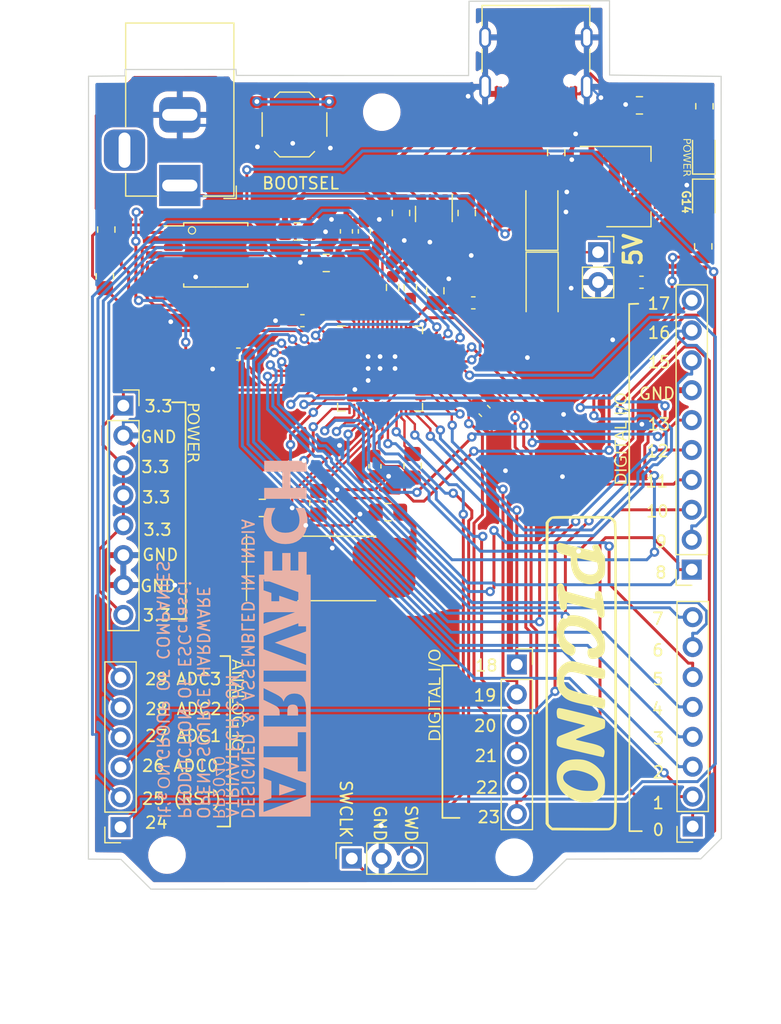
<source format=kicad_pcb>
(kicad_pcb (version 20221018) (generator pcbnew)
  (title_block (title "RP2040-BOARD") (company "ESC crasci") (comment 1 "ONGOC-FOR_ADMIN_ONLY"))
  (layers (0 "F.Cu" signal) (31 "B.Cu" signal) (34 "B.Paste" user) (35 "F.Paste" user) (36 "B.SilkS" user "B.Silkscreen") (37 "F.SilkS" user "F.Silkscreen") (38 "B.Mask" user) (39 "F.Mask" user) (44 "Edge.Cuts" user))
  (net 0 "")
  (net 1 "GND")
  (net 2 "Net-(U1-XIN)")
  (net 3 "Net-(C2-Pad2)")
  (net 4 "+1V1")
  (net 5 "+3.3V")
  (net 6 "VBUS")
  (net 7 "Net-(D1-A)")
  (net 8 "Net-(D2-A)")
  (net 9 "/USB1_DN")
  (net 10 "/USB1_DP")
  (net 11 "Net-(J1-CC1)")
  (net 13 "Net-(J1-CC2)")
  (net 15 "USB_DN")
  (net 16 "USB_DP")
  (net 17 "Net-(R6-Pad1)")
  (net 18 "QSPI_SS")
  (net 19 "Net-(U1-XOUT)")
  (net 20 "Net-(U1-RUN)")
  (net 21 "Net-(J3-Pin_3)")
  (net 22 "Net-(J3-Pin_4)")
  (net 23 "Net-(J3-Pin_5)")
  (net 24 "Net-(J3-Pin_6)")
  (net 25 "Net-(D4-A)")
  (net 26 "Net-(J3-Pin_8)")
  (net 27 "Net-(J3-Pin_9)")
  (net 28 "Net-(J3-Pin_10)")
  (net 29 "Net-(J4-Pin_5)")
  (net 30 "Net-(J4-Pin_6)")
  (net 31 "Net-(J4-Pin_7)")
  (net 32 "Net-(J4-Pin_8)")
  (net 33 "Net-(J5-Pin_1)")
  (net 34 "Net-(J5-Pin_2)")
  (net 35 "Net-(J5-Pin_3)")
  (net 36 "Net-(J5-Pin_4)")
  (net 37 "Net-(J5-Pin_5)")
  (net 38 "Net-(J5-Pin_6)")
  (net 39 "Net-(J7-Pin_1)")
  (net 40 "Net-(J7-Pin_2)")
  (net 41 "QSPI_SD3")
  (net 42 "QSPI_SCLK")
  (net 43 "QSPI_SD0")
  (net 44 "QSPI_SD2")
  (net 45 "QSPI_SSD1")
  (net 46 "Net-(J3-Pin_1)")
  (net 47 "Net-(J3-Pin_2)")
  (net 48 "Net-(J4-Pin_1)")
  (net 49 "Net-(J4-Pin_2)")
  (net 50 "Net-(J4-Pin_3)")
  (net 51 "Net-(J4-Pin_4)")
  (net 52 "Net-(J7-Pin_3)")
  (net 53 "Net-(J7-Pin_4)")
  (net 54 "Net-(J7-Pin_5)")
  (net 55 "Net-(J7-Pin_6)")
  (net 56 "Net-(J8-Pin_1)")
  (net 57 "Net-(J8-Pin_3)")
  (net 59 "Net-(D5-A)")
  (net 60 "14")
  (footprint "Capacitor_SMD:C_0805_2012Metric_Pad1.18x1.45mm_HandSolder" (layer "F.Cu") (at 253.37 61.424 90)
    (fp_text reference "C12" hide)
    (fp_text value "1u" hide)
  )
  (footprint "Button_Switch_SMD:SW_SPST_TL3342" (layer "F.Cu") (at 241.4 47.3)
    (fp_text reference "SW2" hide)
    (fp_text value "TACT SW")
  )
  (footprint "Capacitor_SMD:C_0603_1608Metric_Pad1.08x0.95mm_HandSolder" (layer "F.Cu") (at 236.6275 66.802 180)
    (fp_text reference "C6" hide)
    (fp_text value "100n")
  )
  (footprint "Package_TO_SOT_SMD:SOT-223-3_TabPin2" (layer "F.Cu") (at 269.798 52.5737)
    (fp_text reference "U2" hide)
    (fp_text value "AZ1117CH-3.3TRG1 SOT223-3" hide)
  )
  (footprint "Connector_PinSocket_2.54mm:PinSocket_1x06_P2.54mm_Vertical" (layer "F.Cu") (at 260.3 93.17)
    (fp_text reference "J7" hide)
    (fp_text value "Conn_01x06_Socket")
  )
  (footprint "Resistor_SMD:R_0805_2012Metric_Pad1.20x1.40mm_HandSolder" (layer "F.Cu") (at 243.44 79.44 90)
    (fp_text reference "R16" hide)
    (fp_text value "1k" hide)
  )
  (footprint "Capacitor_SMD:C_0805_2012Metric_Pad1.18x1.45mm_HandSolder" (layer "F.Cu") (at 263.65 49.6875 90)
    (fp_text reference "C14" hide)
    (fp_text value "10u" hide)
  )
  (footprint "Resistor_SMD:R_0805_2012Metric_Pad1.20x1.40mm_HandSolder" (layer "F.Cu") (at 251.44 76.29 90)
    (fp_text reference "R33" hide)
    (fp_text value "5.1K" hide)
  )
  (footprint "MountingHole:MountingHole_2.7mm_M2.5_ISO14580" (layer "F.Cu") (at 248.82 46.25)
    (fp_text reference "REF**" hide)
    (fp_text value "MountingHole_2.7mm_M2.5_ISO14580")
  )
  (footprint "Connector_PinSocket_2.54mm:PinSocket_1x02_P2.54mm_Vertical" (layer "F.Cu") (at 267.21 58.15)
    (fp_text reference "J2" hide)
    (fp_text value "Conn_01x02_Pin")
  )
  (footprint "Connector_PinSocket_2.54mm:PinSocket_1x08_P2.54mm_Vertical" (layer "F.Cu") (at 226.85 71.18)
    (fp_text reference "J6" hide)
    (fp_text value "Conn_01x08_Socket")
  )
  (footprint "Resistor_SMD:R_0805_2012Metric_Pad1.20x1.40mm_HandSolder" (layer "F.Cu") (at 250.454 54.82 -90)
    (fp_text reference "R3" hide)
    (fp_text value "5.1K" hide)
  )
  (footprint "Resistor_SMD:R_0805_2012Metric" (layer "F.Cu") (at 276.15 57.65 -90)
    (fp_text reference "R8" hide)
    (fp_text value "R_Small")
  )
  (footprint "Resistor_SMD:R_0805_2012Metric_Pad1.20x1.40mm_HandSolder" (layer "F.Cu") (at 225.275 60.2 90)
    (fp_text reference "R7" hide)
    (fp_text value "10k" hide)
  )
  (footprint "Capacitor_SMD:C_0805_2012Metric_Pad1.18x1.45mm_HandSolder" (layer "F.Cu") (at 241.63 56.392)
    (fp_text reference "C15" hide)
    (fp_text value "100n")
  )
  (footprint "Connector_PinSocket_2.54mm:PinSocket_1x10_P2.54mm_Vertical" (layer "F.Cu") (at 275.17 85.11 180)
    (fp_text reference "J3" hide)
    (fp_text value "Conn_01x10_Socket")
  )
  (footprint "Capacitor_SMD:C_0603_1608Metric_Pad1.08x0.95mm_HandSolder" (layer "F.Cu") (at 242.072 63.964 180)
    (fp_text reference "C7" hide)
    (fp_text value "100n" hide)
  )
  (footprint "Package_TO_SOT_SMD:SOT-23" (layer "F.Cu") (at 253.248 54.8985 -90)
    (fp_text reference "D3" hide)
    (fp_text value "D_TVS_Dual_AAC" hide)
  )
  (footprint "Capacitor_SMD:C_0805_2012Metric_Pad1.18x1.45mm_HandSolder" (layer "F.Cu") (at 244.1 59.062 180)
    (fp_text reference "C5" hide)
    (fp_text value "1u" hide)
  )
  (footprint "Capacitor_SMD:C_0603_1608Metric_Pad1.08x0.95mm_HandSolder" (layer "F.Cu") (at 245.8143 56.3795 90)
    (fp_text reference "C3" hide)
    (fp_text value "100n" hide)
  )
  (footprint "Capacitor_SMD:C_0603_1608Metric_Pad1.08x0.95mm_HandSolder" (layer "F.Cu") (at 257.556 71.628 -45)
    (fp_text reference "C9" hide)
    (fp_text value "100n" hide)
  )
  (footprint "Connector_PinSocket_2.54mm:PinSocket_1x08_P2.54mm_Vertical" (layer "F.Cu") (at 275.25 106.93 180)
    (fp_text reference "J4" hide)
    (fp_text value "Conn_01x08_Socket")
  )
  (footprint "Resistor_SMD:R_0603_1608Metric_Pad0.98x0.95mm_HandSolder" (layer "F.Cu") (at 251.25 61.172 -90)
    (fp_text reference "R4" hide)
    (fp_text value "27R" hide)
  )
  (footprint "LED_SMD:LED_0805_2012Metric_Pad1.15x1.40mm_HandSolder" (layer "F.Cu") (at 276.2 49.65 90)
    (fp_text reference "D5" hide)
    (fp_text value "LED")
  )
  (footprint "Resistor_SMD:R_0805_2012Metric_Pad1.20x1.40mm_HandSolder" (layer "F.Cu") (at 256.042 54.82 -90)
    (fp_text reference "R2" hide)
    (fp_text value "5.1K" hide)
  )
  (footprint "Connector_PinSocket_2.54mm:PinSocket_1x06_P2.54mm_Vertical" (layer "F.Cu") (at 226.61 106.98 180)
    (fp_text reference "J5" hide)
    (fp_text value "Conn_01x06_Pin")
  )
  (footprint "Package_DFN_QFN:QFN-56-1EP_7x7mm_P0.4mm_EP3.2x3.2mm" (layer "F.Cu") (at 248.676 68.028)
    (fp_text reference "U1" hide)
    (fp_text value "RP2040" hide)
  )
  (footprint "Capacitor_SMD:C_0805_2012Metric_Pad1.18x1.45mm_HandSolder" (layer "F.Cu") (at 270.725 45.675 180)
    (fp_text reference "C13" hide)
    (fp_text value "10u")
  )
  (footprint "Resistor_SMD:R_0805_2012Metric_Pad1.20x1.40mm_HandSolder" (layer "F.Cu") (at 225.4 56.225 -90)
    (fp_text reference "R6" hide)
    (fp_text value "1k" hide)
  )
  (footprint "Connector_USB:USB_C_Receptacle_G-Switch_GT-USB-7010ASV" (layer "F.Cu") (at 261.925 40.975 180)
    (fp_text reference "J1" hide)
    (fp_text value "USB_C_Receptacle_USB2.0" hide)
  )
  (footprint "Capacitor_SMD:C_0603_1608Metric_Pad1.08x0.95mm_HandSolder" (layer "F.Cu") (at 248.24 76.3325 -90)
    (fp_text reference "C11" hide)
    (fp_text value "100n" hide)
  )
  (footprint "Resistor_SMD:R_0603_1608Metric_Pad0.98x0.95mm_HandSolder" (layer "F.Cu") (at 249.74 61.142 -90)
    (fp_text reference "R5" hide)
    (fp_text value "27R" hide)
  )
  (footprint "Capacitor_SMD:C_0603_1608Metric_Pad1.08x0.95mm_HandSolder" (layer "F.Cu") (at 256.6 62.45)
    (fp_text reference "C10" hide)
    (fp_text value "100n")
  )
  (footprint "LED_SMD:LED_0805_2012Metric_Pad1.15x1.40mm_HandSolder" (layer "F.Cu") (at 276.2 53.8 -90)
    (fp_text reference "D4" hide)
    (fp_text value "LED")
  )
  (footprint "Package_SO:SOIC-8_5.23x5.23mm_P1.27mm" (layer "F.Cu") (at 234.706 58.376)
    (fp_text reference "U3" hide)
    (fp_text value "W25Q128JVS" hide)
  )
  (footprint "Resistor_SMD:R_0805_2012Metric" (layer "F.Cu") (at 276.25 45.75 -90)
    (fp_text reference "R1" hide)
    (fp_text value "R_Small")
  )
  (footprint "Capacitor_SMD:C_0603_1608Metric_Pad1.08x0.95mm_HandSolder" (layer "F.Cu") (at 247.3383 56.3795 90)
    (fp_text reference "C4" hide)
    (fp_text value "100n" hide)
  )
  (footprint "Connector_BarrelJack:BarrelJack_Horizontal" (layer "F.Cu") (at 231.648 52.482 -90)
    (fp_text reference "J9" hide)
    (fp_text value "Barrel_Jack_Switch")
  )
  (footprint "Diode_SMD:D_SOD-128" (layer "F.Cu") (at 262.45 61.3 -90)
    (fp_text reference "D2" hide)
    (fp_text value "D_Schottky")
  )
  (footprint "Connector_PinSocket_2.54mm:PinSocket_1x03_P2.54mm_Vertical" (layer "F.Cu") (at 246.27 109.65 90)
    (fp_text reference "J8" hide)
    (fp_text value "Conn_01x03_Pin" hide)
  )
  (footprint "Capacitor_SMD:C_0805_2012Metric_Pad1.18x1.45mm_HandSolder" (layer "F.Cu") (at 249.35 80.232)
    (fp_text reference "C1" hide)
    (fp_text value "27p" hide)
  )
  (footprint "MountingHole:MountingHole_2.7mm_M2.5_ISO14580" (layer "F.Cu") (at 260.08 109.54 -90)
    (fp_text reference "REF**" hide)
    (fp_text value "MountingHole_2.7mm_M2.5_ISO14580")
  )
  (footprint "Capacitor_SMD:C_0603_1608Metric_Pad1.08x0.95mm_HandSolder" (layer "F.Cu") (at 270.9 60.7)
    (fp_text reference "C8" hide)
    (fp_text value "100n")
  )
  (footprint "Crystal:Crystal_SMD_SeikoEpson_MA505-2Pin_12.7x5.1mm_HandSoldering" (layer "F.Cu") (at 245 85.01)
    (fp_text reference "Y1" hide)
    (fp_text value "Crystal 12 Mhz")
  )
  (footprint "MountingHole:MountingHole_2.7mm_M2.5_ISO14580" (layer "F.Cu") (at 230.56 109.36)
    (fp_text reference "REF**" hide)
    (fp_text value "MountingHole_2.7mm_M2.5_ISO14580")
  )
  (footprint "Capacitor_SMD:C_0805_2012Metric_Pad1.18x1.45mm_HandSolder" (layer "F.Cu") (at 238.66 79.872 180)
    (fp_text reference "C2" hide)
    (fp_text value "27p" hide)
  )
  (footprint "Diode_SMD:D_SOD-128" (layer "F.Cu") (at 262.432 54.8292 90)
    (fp_text reference "D1" hide)
    (fp_text value "D_Schottky")
  )
  (gr_line (start 269.875 107.325) (end 270.925 107.325) (stroke (width 0.15)) (layer "F.SilkS"))
  (gr_poly (pts (xy 267.800178 103.509196) (xy 267.795807 103.6125) (xy 267.789187 103.713063) (xy 267.780376 103.809004) (xy 267.769436 103.898442) (xy 267.756427 103.979496) (xy 267.741409 104.050285) (xy 267.724443 104.108928) (xy 267.705589 104.153544) (xy 267.678762 104.19924) (xy 267.648334 104.245025) (xy 267.614574 104.290661) (xy 267.577751 104.335914) (xy 267.538133 104.380549) (xy 267.495989 104.424331) (xy 267.451588 104.467025) (xy 267.405199 104.508395) (xy 267.357089 104.548206) (xy 267.307529 104.586224) (xy 267.256786 104.622213) (xy 267.205129 104.655939) (xy 267.152828 104.687165) (xy 267.10015 104.715657) (xy 267.047365 104.741179) (xy 266.994741 104.763498) (xy 266.922309 104.788595) (xy 266.840068 104.810568) (xy 266.749389 104.82941) (xy 266.651644 104.845116) (xy 266.548201 104.857677) (xy 266.440432 104.867088) (xy 266.329707 104.873341) (xy 266.217396 104.87643) (xy 266.104871 104.876349) (xy 265.993501 104.87309) (xy 265.884657 104.866646) (xy 265.779709 104.857012) (xy 265.680028 104.844179) (xy 265.586985 104.828143) (xy 265.501949 104.808895) (xy 265.426292 104.786429) (xy 265.223069 104.710745) (xy 265.031447 104.626604) (xy 264.851636 104.534253) (xy 264.683844 104.433942) (xy 264.528277 104.325919) (xy 264.385146 104.210432) (xy 264.318309 104.149967) (xy 264.254658 104.08773) (xy 264.19422 104.023751) (xy 264.137021 103.958061) (xy 264.083087 103.890692) (xy 264.032444 103.821675) (xy 263.985118 103.75104) (xy 263.941135 103.678819) (xy 263.900521 103.605043) (xy 263.863302 103.529742) (xy 263.829504 103.452949) (xy 263.799154 103.374694) (xy 263.772276 103.295007) (xy 263.748898 103.213921) (xy 263.729045 103.131466) (xy 263.712743 103.047674) (xy 263.700019 102.962575) (xy 263.690898 102.8762) (xy 263.685406 102.788581) (xy 263.683569 102.699748) (xy 263.684823 102.610967) (xy 263.688657 102.52672) (xy 263.695178 102.446706) (xy 263.704494 102.370622) (xy 263.716711 102.298166) (xy 263.731939 102.229035) (xy 263.750283 102.162927) (xy 263.771852 102.09954) (xy 263.796754 102.038572) (xy 263.825094 101.97972) (xy 263.856982 101.922681) (xy 263.892525 101.867154) (xy 263.931829 101.812837) (xy 263.975003 101.759426) (xy 264.022154 101.70662) (xy 264.073389 101.654116) (xy 264.108642 101.620227) (xy 264.142369 101.588952) (xy 264.174874 101.560108) (xy 264.206458 101.533515) (xy 264.237425 101.508991) (xy 264.268075 101.486355) (xy 264.298713 101.465425) (xy 264.329639 101.44602) (xy 264.361156 101.427959) (xy 264.393566 101.41106) (xy 264.427173 101.395142) (xy 264.462277 101.380023) (xy 264.499182 101.365522) (xy 264.53819 101.351458) (xy 264.579602 101.33765) (xy 264.623722 101.323915) (xy 264.697791 101.302848) (xy 264.778369 101.28436) (xy 264.86455 101.268452) (xy 264.955427 101.255124) (xy 265.050093 101.244375) (xy 265.147641 101.236206) (xy 265.173591 101.234748) (xy 265.173591 102.154563) (xy 265.108824 102.15463) (xy 265.04551 102.157494) (xy 264.983759 102.163065) (xy 264.923677 102.171254) (xy 264.865374 102.181973) (xy 264.808958 102.195132) (xy 264.754538 102.210643) (xy 264.70222 102.228415) (xy 264.652115 102.248361) (xy 264.60433 102.270391) (xy 264.558973 102.294416) (xy 264.516154 102.320348) (xy 264.475979 102.348096) (xy 264.438558 102.377573) (xy 264.403999 102.408689) (xy 264.37241 102.441356) (xy 264.343899 102.475483) (xy 264.318576 102.510982) (xy 264.296547 102.547765) (xy 264.277922 102.585742) (xy 264.262809 102.624823) (xy 264.251316 102.664921) (xy 264.243551 102.705946) (xy 264.239623 102.747809) (xy 264.23964 102.790421) (xy 264.243711 102.833694) (xy 264.251943 102.877537) (xy 264.264446 102.921862) (xy 264.281327 102.96658) (xy 264.302694 103.011602) (xy 264.335916 103.06813) (xy 264.378428 103.125673) (xy 264.429633 103.183847) (xy 264.488934 103.24227) (xy 264.555731 103.300558) (xy 264.629428 103.358329) (xy 264.709427 103.415199) (xy 264.795128 103.470787) (xy 264.885936 103.524709) (xy 264.981251 103.576581) (xy 265.080476 103.626022) (xy 265.183013 103.672648) (xy 265.288264 103.716076) (xy 265.395631 103.755923) (xy 265.504517 103.791807) (xy 265.614323 103.823345) (xy 265.686518 103.840059) (xy 265.767957 103.855591) (xy 265.857135 103.869618) (xy 265.952548 103.881817) (xy 266.05269 103.891867) (xy 266.156056 103.899445) (xy 266.261143 103.904228) (xy 266.366444 103.905894) (xy 266.462168 103.905871) (xy 266.550086 103.903995) (xy 266.63056 103.90013) (xy 266.668119 103.89741) (xy 266.703954 103.894142) (xy 266.738109 103.89031) (xy 266.770629 103.885897) (xy 266.801561 103.880886) (xy 266.83095 103.87526) (xy 266.85884 103.869003) (xy 266.885278 103.862097) (xy 266.910308 103.854527) (xy 266.933976 103.846274) (xy 266.956327 103.837323) (xy 266.977407 103.827657) (xy 266.997261 103.817258) (xy 267.015935 103.80611) (xy 267.033473 103.794196) (xy 267.049921 103.7815) (xy 267.065324 103.768004) (xy 267.079728 103.753692) (xy 267.093178 103.738547) (xy 267.10572 103.722553) (xy 267.117398 103.705691) (xy 267.128259 103.687947) (xy 267.138347 103.669302) (xy 267.147707 103.64974) (xy 267.156386 103.629244) (xy 267.164428 103.607798) (xy 267.181242 103.553436) (xy 267.193817 103.500311) (xy 267.202106 103.44826) (xy 267.204628 103.422588) (xy 267.206061 103.397123) (xy 267.2064 103.371847) (xy 267.205637 103.346739) (xy 267.203768 103.321778) (xy 267.200786 103.296945) (xy 267.196685 103.27222) (xy 267.19146 103.247582) (xy 267.185105 103.223011) (xy 267.177613 103.198487) (xy 267.16898 103.17399) (xy 267.159198 103.1495) (xy 267.136168 103.100459) (xy 267.108475 103.051203) (xy 267.076074 103.001571) (xy 267.038916 102.951401) (xy 266.996954 102.900533) (xy 266.950143 102.848805) (xy 266.898434 102.796056) (xy 266.834107 102.737606) (xy 266.763466 102.681017) (xy 266.686859 102.626431) (xy 266.604636 102.573987) (xy 266.517146 102.523828) (xy 266.424739 102.476093) (xy 266.327763 102.430925) (xy 266.226568 102.388464) (xy 266.121504 102.348852) (xy 266.01292 102.312229) (xy 265.901165 102.278737) (xy 265.786588 102.248517) (xy 265.66954 102.221709) (xy 265.550368 102.198455) (xy 265.429422 102.178896) (xy 265.307053 102.163173) (xy 265.239703 102.15738) (xy 265.173591 102.154563) (xy 265.173591 101.234748) (xy 265.247164 101.230617) (xy 265.347755 101.227607) (xy 265.448507 101.227177) (xy 265.548514 101.229327) (xy 265.646867 101.234056) (xy 265.742662 101.241365) (xy 265.83499 101.251254) (xy 265.922944 101.263722) (xy 266.005619 101.27877) (xy 266.082106 101.296398) (xy 266.227418 101.338687) (xy 266.369015 101.389643) (xy 266.506515 101.448902) (xy 266.639533 101.516101) (xy 266.767688 101.590878) (xy 266.890596 101.672871) (xy 267.007874 101.761715) (xy 267.11914 101.85705) (xy 267.224011 101.958511) (xy 267.322102 102.065735) (xy 267.413033 102.178361) (xy 267.49642 102.296026) (xy 267.571879 102.418366) (xy 267.639028 102.545019) (xy 267.697484 102.675622) (xy 267.746864 102.809812) (xy 267.762675 102.867327) (xy 267.775751 102.937149) (xy 267.786154 103.017397) (xy 267.793943 103.106191) (xy 267.79918 103.201648) (xy 267.801924 103.301889) (xy 267.802237 103.405032)) (fill solid) (layer "F.SilkS"))
  (gr_poly (pts (xy 267.81037 96.474538) (xy 267.809494 96.50411) (xy 267.808266 96.53262) (xy 267.806685 96.560072) (xy 267.804751 96.58647) (xy 267.802463 96.611818) (xy 267.799819 96.636121) (xy 267.796819 96.659382) (xy 267.793463 96.681607) (xy 267.789748 96.702799) (xy 267.785676 96.722961) (xy 267.781243 96.7421) (xy 267.776451 96.760218) (xy 267.771297 96.77732) (xy 267.765782 96.79341) (xy 267.759903 96.808493) (xy 267.753661 96.822572) (xy 267.747055 96.835651) (xy 267.740083 96.847736) (xy 267.732745 96.85883) (xy 267.725041 96.868937) (xy 267.716968 96.878061) (xy 267.708527 96.886207) (xy 267.699716 96.893379) (xy 267.690535 96.899582) (xy 267.680983 96.904818) (xy 267.671059 96.909093) (xy 267.660762 96.912411) (xy 267.650091 96.914775) (xy 267.639046 96.916191) (xy 267.627625 96.916662) (xy 267.598541 96.914378) (xy 267.554032 96.907848) (xy 267.496303 96.897556) (xy 267.427556 96.883986) (xy 267.265824 96.848945) (xy 267.086464 96.806596) (xy 266.850924 96.748696) (xy 266.536704 96.677038) (xy 266.185508 96.60022) (xy 265.839042 96.526843) (xy 265.660571 96.488674) (xy 265.496033 96.451297) (xy 265.344528 96.414324) (xy 265.205155 96.377364) (xy 265.077015 96.340028) (xy 264.959207 96.301927) (xy 264.850831 96.262669) (xy 264.750987 96.221867) (xy 264.658774 96.179129) (xy 264.573293 96.134068) (xy 264.493643 96.086292) (xy 264.418924 96.035413) (xy 264.348236 95.98104) (xy 264.280678 95.922784) (xy 264.215351 95.860256) (xy 264.151353 95.793065) (xy 264.088971 95.722857) (xy 264.032365 95.65447) (xy 263.981296 95.587144) (xy 263.93552 95.52012) (xy 263.894795 95.45264) (xy 263.858881 95.383943) (xy 263.827535 95.313272) (xy 263.800516 95.239866) (xy 263.777581 95.162967) (xy 263.758488 95.081815) (xy 263.742997 94.995652) (xy 263.730864 94.903718) (xy 263.721849 94.805254) (xy 263.715708 94.699502) (xy 263.712202 94.585701) (xy 263.711086 94.463093) (xy 263.710352 94.299596) (xy 263.710865 94.229561) (xy 263.71209 94.166357) (xy 263.714121 94.109254) (xy 263.717052 94.057518) (xy 263.720977 94.010417) (xy 263.725991 93.96722) (xy 263.732187 93.927193) (xy 263.73966 93.889605) (xy 263.748503 93.853724) (xy 263.758811 93.818816) (xy 263.770677 93.784151) (xy 263.784195 93.748995) (xy 263.799461 93.712617) (xy 263.816567 93.674283) (xy 263.858624 93.589796) (xy 263.907098 93.50852) (xy 263.961523 93.430765) (xy 264.021437 93.356838) (xy 264.086376 93.28705) (xy 264.155876 93.221709) (xy 264.229475 93.161124) (xy 264.306708 93.105605) (xy 264.387111 93.05546) (xy 264.470222 93.010998) (xy 264.555577 92.972529) (xy 264.642712 92.940361) (xy 264.731164 92.914804) (xy 264.820469 92.896166) (xy 264.910163 92.884756) (xy 264.999784 92.880885) (xy 265.157315 92.905669) (xy 265.465489 92.971675) (xy 266.331476 93.177262) (xy 267.193163 93.397468) (xy 267.495963 93.481747) (xy 267.64597 93.532114) (xy 267.65628 93.537479) (xy 267.666536 93.54322) (xy 267.676684 93.549284) (xy 267.686671 93.555617) (xy 267.696444 93.562165) (xy 267.705947 93.568874) (xy 267.715129 93.57569) (xy 267.723933 93.58256) (xy 267.732308 93.589431) (xy 267.7402 93.596247) (xy 267.747554 93.602956) (xy 267.754316 93.609504) (xy 267.760434 93.615836) (xy 267.765853 93.6219) (xy 267.77052 93.627641) (xy 267.77438 93.633007) (xy 267.779742 93.642399) (xy 267.784653 93.654136) (xy 267.793146 93.684019) (xy 267.799905 93.721412) (xy 267.804978 93.765073) (xy 267.808412 93.813759) (xy 267.810254 93.866227) (xy 267.810551 93.921235) (xy 267.80935 93.977539) (xy 267.806697 94.033897) (xy 267.802641 94.089066) (xy 267.797227 94.141802) (xy 267.790504 94.190865) (xy 267.782517 94.235009) (xy 267.773315 94.272994) (xy 267.762943 94.303575) (xy 267.757334 94.315701) (xy 267.75145 94.32551) (xy 267.730202 94.346674) (xy 267.702284 94.363686) (xy 267.667258 94.376479) (xy 267.624687 94.384986) (xy 267.574136 94.38914) (xy 267.515167 94.388874) (xy 267.447344 94.38412) (xy 267.37023 94.374811) (xy 267.283388 94.36088) (xy 267.186382 94.34226) (xy 266.960131 94.290684) (xy 266.687983 94.219546) (xy 266.366444 94.128307) (xy 266.133123 94.061862) (xy 265.922353 94.003479) (xy 265.732718 93.95305) (xy 265.5628 93.910467) (xy 265.411182 93.875623) (xy 265.341792 93.86107) (xy 265.276446 93.848411) (xy 265.214966 93.837633) (xy 265.157175 93.828723) (xy 265.102895 93.821667) (xy 265.051951 93.816452) (xy 265.004163 93.813064) (xy 264.959356 93.811489) (xy 264.917352 93.811716) (xy 264.877974 93.813729) (xy 264.841045 93.817515) (xy 264.806387 93.823062) (xy 264.773823 93.830356) (xy 264.743176 93.839382) (xy 264.71427 93.850129) (xy 264.686926 93.862582) (xy 264.660968 93.876728) (xy 264.636218 93.892553) (xy 264.612499 93.910044) (xy 264.589635 93.929188) (xy 264.567447 93.949971) (xy 264.545759 93.97238) (xy 264.514464 94.007031) (xy 264.48587 94.040634) (xy 264.459883 94.073431) (xy 264.436408 94.105663) (xy 264.415352 94.137574) (xy 264.39662 94.169403) (xy 264.380119 94.201394) (xy 264.365754 94.233788) (xy 264.353431 94.266827) (xy 264.343056 94.300752) (xy 264.334535 94.335807) (xy 264.327775 94.372231) (xy 264.322681 94.410268) (xy 264.319158 94.450159) (xy 264.317114 94.492147) (xy 264.316453 94.536471) (xy 264.316835 94.565395) (xy 264.318003 94.593735) (xy 264.31999 94.621551) (xy 264.322831 94.648903) (xy 264.326558 94.675852) (xy 264.331206 94.702458) (xy 264.336807 94.728782) (xy 264.343396 94.754885) (xy 264.351007 94.780826) (xy 264.359672 94.806667) (xy 264.369425 94.832467) (xy 264.3803 94.858287) (xy 264.392331 94.884188) (xy 264.405551 94.91023) (xy 264.419993 94.936473) (xy 264.435692 94.962978) (xy 264.471765 95.019427) (xy 264.511882 95.072114) (xy 264.557078 95.121468) (xy 264.608388 95.167921) (xy 264.666845 95.211901) (xy 264.733485 95.253839) (xy 264.809341 95.294164) (xy 264.89545 95.333308) (xy 264.992844 95.371698) (xy 265.102559 95.409767) (xy 265.22563 95.447943) (xy 265.36309 95.486656) (xy 265.685318 95.567414) (xy 266.07752 95.655482) (xy 266.436177 95.732676) (xy 266.738565 95.800088) (xy 266.990326 95.859116) (xy 267.197104 95.911158) (xy 267.285388 95.934995) (xy 267.364542 95.95761) (xy 267.435271 95.979177) (xy 267.498282 95.99987) (xy 267.55428 96.019865) (xy 267.603969 96.039336) (xy 267.648055 96.058458) (xy 267.687244 96.077405) (xy 267.707529 96.087462) (xy 267.725483 96.097245) (xy 267.741247 96.107121) (xy 267.754961 96.117461) (xy 267.766768 96.128634) (xy 267.776808 96.141009) (xy 267.78121 96.147764) (xy 267.785222 96.154957) (xy 267.792152 96.170846) (xy 267.797738 96.189046) (xy 267.802121 96.209926) (xy 267.805443 96.233857) (xy 267.807845 96.261207) (xy 267.809467 96.292345) (xy 267.810451 96.327643) (xy 267.811069 96.41219)) (fill solid) (layer "F.SilkS"))
  (gr_poly (pts (xy 267.760995 88.865557) (xy 267.759978 88.901287) (xy 267.758288 88.933578) (xy 267.755866 88.962698) (xy 267.754362 88.976153) (xy 267.752652 88.988916) (xy 267.750728 89.001021) (xy 267.748584 89.0125) (xy 267.746211 89.023389) (xy 267.743603 89.03372) (xy 267.74075 89.043527) (xy 267.737647 89.052844) (xy 267.734285 89.061704) (xy 267.730657 89.07014) (xy 267.726755 89.078187) (xy 267.722572 89.085878) (xy 267.7181 89.093247) (xy 267.713332 89.100326) (xy 267.708259 89.107151) (xy 267.702875 89.113753) (xy 267.697172 89.120168) (xy 267.691142 89.126428) (xy 267.684778 89.132567) (xy 267.678073 89.138619) (xy 267.65848 89.155085) (xy 267.638437 89.169257) (xy 267.618004 89.181179) (xy 267.597242 89.190893) (xy 267.576212 89.198445) (xy 267.554973 89.203877) (xy 267.533586 89.207233) (xy 267.512113 89.208557) (xy 267.490612 89.207892) (xy 267.469145 89.205283) (xy 267.447771 89.200772) (xy 267.426553 89.194404) (xy 267.405549 89.186222) (xy 267.384821 89.17627) (xy 267.364429 89.164592) (xy 267.344433 89.15123) (xy 267.324894 89.13623) (xy 267.305872 89.119634) (xy 267.287428 89.101486) (xy 267.269622 89.08183) (xy 267.252515 89.060709) (xy 267.236167 89.038168) (xy 267.220638 89.014249) (xy 267.20599 88.988997) (xy 267.192282 88.962455) (xy 267.179575 88.934667) (xy 267.167929 88.905676) (xy 267.157406 88.875526) (xy 267.148064 88.844262) (xy 267.139966 88.811926) (xy 267.133171 88.778562) (xy 267.127739 88.744213) (xy 267.100222 88.551597) (xy 265.861972 88.239741) (xy 265.379714 88.120072) (xy 264.979146 88.021901) (xy 264.59162 87.927885) (xy 264.589497 87.928205) (xy 264.587429 87.929153) (xy 264.58346 87.932874) (xy 264.579719 87.938919) (xy 264.576213 87.947161) (xy 264.572949 87.957472) (xy 264.569934 87.969724) (xy 264.567174 87.983791) (xy 264.564676 87.999543) (xy 264.560493 88.035596) (xy 264.557439 88.076862) (xy 264.555567 88.122321) (xy 264.554931 88.17095) (xy 264.554701 88.207212) (xy 264.553955 88.240484) (xy 264.552603 88.271003) (xy 264.55056 88.299002) (xy 264.547737 88.324717) (xy 264.544048 88.348383) (xy 264.541851 88.359522) (xy 264.539405 88.370236) (xy 264.536698 88.380555) (xy 264.53372 88.390509) (xy 264.53046 88.400128) (xy 264.526907 88.409439) (xy 264.52305 88.418474) (xy 264.518878 88.427261) (xy 264.51438 88.43583) (xy 264.509546 88.444209) (xy 264.504364 88.452429) (xy 264.498823 88.460519) (xy 264.492912 88.468508) (xy 264.486622 88.476426) (xy 264.47994 88.484302) (xy 264.472856 88.492165) (xy 264.457437 88.507971) (xy 264.440278 88.52408) (xy 264.422937 88.540265) (xy 264.406885 88.554463) (xy 264.391909 88.566725) (xy 264.377792 88.577107) (xy 264.370989 88.581609) (xy 264.364321 88.585661) (xy 264.357759 88.58927) (xy 264.351279 88.592442) (xy 264.344852 88.595184) (xy 264.338452 88.597503) (xy 264.332052 88.599405) (xy 264.325625 88.600897) (xy 264.319145 88.601987) (xy 264.312584 88.60268) (xy 264.305915 88.602983) (xy 264.299112 88.602904) (xy 264.292148 88.602448) (xy 264.284996 88.601623) (xy 264.277628 88.600435) (xy 264.270019 88.598891) (xy 264.253968 88.594762) (xy 264.236627 88.589289) (xy 264.217781 88.582526) (xy 264.197215 88.574528) (xy 264.164692 88.559517) (xy 264.134165 88.541941) (xy 264.105585 88.521704) (xy 264.078907 88.498713) (xy 264.054083 88.472873) (xy 264.031066 88.444091) (xy 264.00981 88.412273) (xy 263.990266 88.377324) (xy 263.972388 88.33915) (xy 263.95613 88.297658) (xy 263.941443 88.252753) (xy 263.928282 88.204342) (xy 263.916598 88.152329) (xy 263.906345 88.096622) (xy 263.897477 88.037126) (xy 263.889945 87.973747) (xy 263.88294 87.902089) (xy 263.872604 87.813233) (xy 263.844084 87.597686) (xy 263.808685 87.354621) (xy 263.770706 87.111557) (xy 263.754707 87.005507) (xy 263.741174 86.91044) (xy 263.730207 86.825625) (xy 263.725717 86.786833) (xy 263.721907 86.750329) (xy 263.718788 86.716023) (xy 263.716374 86.683821) (xy 263.714678 86.653633) (xy 263.713711 86.625367) (xy 263.713486 86.598932) (xy 263.714017 86.574236) (xy 263.715314 86.551187) (xy 263.717392 86.529695) (xy 263.720263 86.509667) (xy 263.723939 86.491012) (xy 263.728433 86.473638) (xy 263.733757 86.457455) (xy 263.739925 86.442369) (xy 263.746948 86.428291) (xy 263.75484 86.415128) (xy 263.763612 86.402789) (xy 263.773278 86.391181) (xy 263.78385 86.380215) (xy 263.79534 86.369798) (xy 263.807762 86.359839) (xy 263.821128 86.350245) (xy 263.83545 86.340926) (xy 263.850741 86.331791) (xy 263.867014 86.322747) (xy 263.888037 86.312358) (xy 263.908952 86.303537) (xy 263.929733 86.296266) (xy 263.950352 86.290527) (xy 263.970784 86.286304) (xy 263.991 86.283578) (xy 264.010975 86.282331) (xy 264.030681 86.282546) (xy 264.050091 86.284206) (xy 264.069179 86.287293) (xy 264.087918 86.291788) (xy 264.10628 86.297675) (xy 264.124239 86.304936) (xy 264.141769 86.313553) (xy 264.158841 86.323509) (xy 264.17543 86.334785) (xy 264.191508 86.347365) (xy 264.207049 86.36123) (xy 264.222026 86.376364) (xy 264.236411 86.392747) (xy 264.250178 86.410364) (xy 264.263301 86.429196) (xy 264.275751 86.449225) (xy 264.287503 86.470434) (xy 264.298529 86.492805) (xy 264.308803 86.51632) (xy 264.318298 86.540963) (xy 264.326987 86.566715) (xy 264.334842 86.593559) (xy 264.341838 86.621476) (xy 264.347947 86.65045) (xy 264.353142 86.680463) (xy 264.356842 86.701133) (xy 264.361033 86.721783) (xy 264.365667 86.742285) (xy 264.370698 86.762512) (xy 264.376078 86.782335) (xy 264.38176 86.801628) (xy 264.387698 86.820262) (xy 264.393843 86.838111) (xy 264.40015 86.855045) (xy 264.406572 86.870939) (xy 264.41306 86.885664) (xy 264.419569 86.899092) (xy 264.426051 86.911095) (xy 264.432459 86.921548) (xy 264.438746 86.93032) (xy 264.444865 86.937286) (xy 264.478529 86.952363) (xy 264.559616 86.979223) (xy 264.837478 87.061254) (xy 265.669929 87.289269) (xy 266.516998 87.508686) (xy 266.813133 87.579968) (xy 266.953467 87.606857) (xy 266.9543 87.606524) (xy 266.955078 87.605536) (xy 266.956468 87.601662) (xy 266.957629 87.59537) (xy 266.958555 87.586793) (xy 266.959674 87.563325) (xy 266.959773 87.532333) (xy 266.958796 87.494892) (xy 266.956691 87.452076) (xy 266.953404 87.404961) (xy 266.948881 87.354621) (xy 266.945822 87.31826) (xy 266.943542 87.284728) (xy 266.942069 87.253842) (xy 266.941428 87.225422) (xy 266.941648 87.199286) (xy 266.942754 87.175253) (xy 266.944774 87.153141) (xy 266.946135 87.142749) (xy 266.947734 87.132769) (xy 266.949576 87.123178) (xy 266.951662 87.113955) (xy 266.953997 87.105076) (xy 266.956584 87.096519) (xy 266.959426 87.08826) (xy 266.962527 87.080278) (xy 266.96589 87.07255) (xy 266.969518 87.065052) (xy 266.973415 87.057763) (xy 266.977584 87.050659) (xy 266.982029 87.043718) (xy 266.986752 87.036917) (xy 266.997048 87.023646) (xy 267.0085 87.010663) (xy 267.018783 87.000237) (xy 267.029822 86.990457) (xy 267.041564 86.981323) (xy 267.053958 86.972837) (xy 267.066954 86.964999) (xy 267.0805 86.95781) (xy 267.094544 86.951271) (xy 267.109036 86.945383) (xy 267.123925 86.940146) (xy 267.139158 86.935562) (xy 267.154686 86.931632) (xy 267.170456 86.928355) (xy 267.20252 86.923768) (xy 267.234939 86.921807) (xy 267.267305 86.92248) (xy 267.299208 86.925793) (xy 267.314857 86.928442) (xy 267.330237 86.931753) (xy 267.345296 86.935728) (xy 267.359983 86.940367) (xy 267.374246 86.945671) (xy 267.388036 86.951641) (xy 267.401299 86.958277) (xy 267.413986 86.965582) (xy 267.426044 86.973554) (xy 267.437423 86.982196) (xy 267.448072 86.991508) (xy 267.457939 87.001491) (xy 267.470804 87.021048) (xy 267.485187 87.053255) (xy 267.517702 87.151615) (xy 267.553871 87.288562) (xy 267.592083 87.456089) (xy 267.630724 87.646189) (xy 267.668184 87.850853) (xy 267.702848 88.062074) (xy 267.733106 88.271844) (xy 267.74063 88.351957) (xy 267.748584 88.465607) (xy 267.755678 88.598174) (xy 267.760623 88.735041) (xy 267.761258 88.782703) (xy 267.761402 88.826118)) (fill solid) (layer "F.SilkS"))
  (gr_poly (pts (xy 267.810804 98.225706) (xy 267.810021 98.259131) (xy 267.808742 98.291736) (xy 267.806985 98.323381) (xy 267.804771 98.353924) (xy 267.802121 98.383224) (xy 267.799054 98.411141) (xy 267.795591 98.437532) (xy 267.791752 98.462257) (xy 267.787557 98.485175) (xy 267.783025 98.506145) (xy 267.778178 98.525026) (xy 267.773036 98.541676) (xy 267.767618 98.555955) (xy 267.761945 98.567721) (xy 267.759019 98.572618) (xy 267.756036 98.576834) (xy 267.744153 98.586523) (xy 267.720951 98.599953) (xy 267.643032 98.637099) (xy 267.52717 98.68639) (xy 267.378255 98.745947) (xy 267.000833 98.888331) (xy 266.549889 99.049203) (xy 266.34982 99.120067) (xy 266.171893 99.183374) (xy 266.014926 99.239627) (xy 265.877737 99.28933) (xy 265.759143 99.332986) (xy 265.657962 99.371101) (xy 265.613532 99.388237) (xy 265.573011 99.404177) (xy 265.536253 99.418983) (xy 265.503109 99.432718) (xy 265.473432 99.445445) (xy 265.447073 99.457228) (xy 265.423885 99.468129) (xy 265.40372 99.478212) (xy 265.38643 99.487538) (xy 265.371868 99.496172) (xy 265.359885 99.504176) (xy 265.350335 99.511613) (xy 265.346425 99.515139) (xy 265.343068 99.518547) (xy 265.340245 99.521844) (xy 265.337938 99.525039) (xy 265.336128 99.52814) (xy 265.334796 99.531154) (xy 265.333925 99.534089) (xy 265.333495 99.536953) (xy 265.333489 99.539755) (xy 265.333887 99.542501) (xy 265.334672 99.5452) (xy 265.335824 99.54786) (xy 265.337326 99.550488) (xy 265.339158 99.553093) (xy 265.343742 99.558263) (xy 265.36455 99.566521) (xy 265.411316 99.580476) (xy 265.571328 99.622468) (xy 265.800992 99.678218) (xy 266.07752 99.741706) (xy 266.436159 99.822662) (xy 266.589557 99.8587) (xy 266.727243 99.892332) (xy 266.85039 99.923976) (xy 266.960176 99.954048) (xy 267.057775 99.982964) (xy 267.144364 100.011141) (xy 267.221117 100.038996) (xy 267.289211 100.066945) (xy 267.349821 100.095404) (xy 267.377688 100.109955) (xy 267.404124 100.124791) (xy 267.429277 100.139962) (xy 267.453293 100.15552) (xy 267.498506 100.18801) (xy 267.540938 100.222677) (xy 267.581764 100.259937) (xy 267.608008 100.284959) (xy 267.631781 100.308557) (xy 267.653189 100.330919) (xy 267.672339 100.352232) (xy 267.68934 100.372686) (xy 267.704299 100.392468) (xy 267.717323 100.411767) (xy 267.728519 100.430769) (xy 267.737996 100.449665) (xy 267.745861 100.468641) (xy 267.75222 100.487886) (xy 267.757183 100.507587) (xy 267.760855 100.527934) (xy 267.763345 100.549113) (xy 267.764761 100.571314) (xy 267.765209 100.594724) (xy 267.764268 100.630002) (xy 267.761554 100.666704) (xy 267.757228 100.70432) (xy 267.75145 100.742339) (xy 267.744383 100.78025) (xy 267.736187 100.817544) (xy 267.727024 100.853709) (xy 267.717054 100.888234) (xy 267.70644 100.92061) (xy 267.695342 100.950326) (xy 267.683921 100.976871) (xy 267.67234 100.999734) (xy 267.666539 101.009626) (xy 267.660758 101.018405) (xy 267.655017 101.02601) (xy 267.649337 101.032374) (xy 267.643738 101.037436) (xy 267.638239 101.04113) (xy 267.632862 101.043393) (xy 267.627625 101.044162) (xy 267.201117 100.949) (xy 266.224275 100.723133) (xy 264.376073 100.287454) (xy 264.264755 100.261037) (xy 264.165927 100.236487) (xy 264.078854 100.213308) (xy 264.002806 100.191002) (xy 263.968687 100.180022) (xy 263.93705 100.169073) (xy 263.907802 100.158094) (xy 263.880853 100.147022) (xy 263.856111 100.135797) (xy 263.833484 100.124354) (xy 263.81288 100.112633) (xy 263.794209 100.10057) (xy 263.777379 100.088105) (xy 263.762298 100.075174) (xy 263.748875 100.061716) (xy 263.737017 100.047669) (xy 263.726635 100.03297) (xy 263.717635 100.017557) (xy 263.709927 100.001368) (xy 263.703419 99.984341) (xy 263.698019 99.966414) (xy 263.693636 99.947525) (xy 263.690179 99.927611) (xy 263.687555 99.90661) (xy 263.685674 99.884461) (xy 263.684444 99.861101) (xy 263.683569 99.810499) (xy 263.684435 99.752821) (xy 263.687054 99.698408) (xy 263.689031 99.672404) (xy 263.69146 99.647192) (xy 263.694343 99.622763) (xy 263.697686 99.599107) (xy 263.701493 99.576218) (xy 263.705767 99.554086) (xy 263.710513 99.532703) (xy 263.715735 99.512061) (xy 263.721438 99.492151) (xy 263.727625 99.472964) (xy 263.734301 99.454494) (xy 263.741469 99.43673) (xy 263.749135 99.419665) (xy 263.757302 99.40329) (xy 263.765975 99.387597) (xy 263.775158 99.372578) (xy 263.784854 99.358224) (xy 263.795068 99.344526) (xy 263.805805 99.331477) (xy 263.817069 99.319067) (xy 263.828863 99.30729) (xy 263.841192 99.296135) (xy 263.85406 99.285595) (xy 263.867471 99.275661) (xy 263.88143 99.266325) (xy 263.89594 99.257578) (xy 263.911007 99.249413) (xy 263.926634 99.24182) (xy 264.062354 99.183921) (xy 264.321039 99.081307) (xy 265.059403 98.796967) (xy 265.444995 98.64799) (xy 265.767384 98.520081) (xy 265.894263 98.46846) (xy 265.992605 98.427427) (xy 266.058163 98.398755) (xy 266.077321 98.389609) (xy 266.086691 98.384218) (xy 266.099455 98.368633) (xy 266.099701 98.361202) (xy 266.093356 98.353262) (xy 266.078546 98.344246) (xy 266.053397 98.333591) (xy 265.964586 98.305107) (xy 265.811928 98.263295) (xy 265.580428 98.203639) (xy 264.820926 98.012742) (xy 264.628371 97.964579) (xy 264.445652 97.917223) (xy 264.277014 97.871908) (xy 264.126703 97.829872) (xy 263.998963 97.79235) (xy 263.898042 97.760579) (xy 263.828184 97.735794) (xy 263.806231 97.726408) (xy 263.793636 97.719232) (xy 263.784757 97.711635) (xy 263.776186 97.701824) (xy 263.767936 97.689927) (xy 263.76002 97.676067) (xy 263.745237 97.642959) (xy 263.731939 97.603504) (xy 263.720226 97.558701) (xy 263.7102 97.509551) (xy 263.70196 97.457056) (xy 263.695608 97.402217) (xy 263.691245 97.346033) (xy 263.688971 97.289508) (xy 263.688887 97.23364) (xy 263.691094 97.179432) (xy 263.695692 97.127885) (xy 263.702783 97.079998) (xy 263.712467 97.036774) (xy 263.724844 96.999213) (xy 263.732555 96.980388) (xy 263.740305 96.963411) (xy 263.748243 96.948193) (xy 263.756518 96.934648) (xy 263.760827 96.928476) (xy 263.765276 96.922689) (xy 263.769882 96.917277) (xy 263.774665 96.912228) (xy 263.779643 96.907532) (xy 263.784834 96.903178) (xy 263.790257 96.899154) (xy 263.79593 96.895451) (xy 263.801871 96.892057) (xy 263.8081 96.88896) (xy 263.814635 96.886151) (xy 263.821494 96.883618) (xy 263.828695 96.881351) (xy 263.836258 96.879338) (xy 263.85254 96.876031) (xy 263.870488 96.873612) (xy 263.890249 96.871992) (xy 263.911973 96.871084) (xy 263.935806 96.8708) (xy 264.154228 96.907821) (xy 264.597138 97.006162) (xy 265.852227 97.310494) (xy 267.092698 97.631164) (xy 267.517335 97.749928) (xy 267.710175 97.81554) (xy 267.725668 97.826615) (xy 267.739528 97.837718) (xy 267.751843 97.849196) (xy 267.7627 97.8614) (xy 267.772187 97.87468) (xy 267.780391 97.889383) (xy 267.787399 97.90586) (xy 267.793298 97.92446) (xy 267.798176 97.945532) (xy 267.802121 97.969425) (xy 267.805219 97.99649) (xy 267.807558 98.027075) (xy 267.809225 98.061529) (xy 267.810308 98.100202) (xy 267.811069 98.191603)) (fill solid) (layer "F.SilkS"))
  (gr_poly (pts (xy 267.805194 84.965329) (xy 267.801485 85.09907) (xy 267.796165 85.222653) (xy 267.789554 85.332693) (xy 267.781976 85.425804) (xy 267.773754 85.498599) (xy 267.769501 85.526321) (xy 267.765209 85.547694) (xy 267.750443 85.591041) (xy 267.73049 85.636505) (xy 267.705755 85.683621) (xy 267.676639 85.731927) (xy 267.643547 85.780957) (xy 267.60688 85.83025) (xy 267.567043 85.879342) (xy 267.524438 85.927768) (xy 267.479468 85.975066) (xy 267.432536 86.020771) (xy 267.384046 86.064421) (xy 267.334401 86.105551) (xy 267.284003 86.143699) (xy 267.233255 86.178401) (xy 267.182562 86.209192) (xy 267.132325 86.235611) (xy 267.078033 86.259902) (xy 267.018729 86.281176) (xy 266.954992 86.299428) (xy 266.887398 86.314649) (xy 266.816526 86.326835) (xy 266.742954 86.335977) (xy 266.667258 86.342069) (xy 266.590018 86.345104) (xy 266.51181 86.345076) (xy 266.433212 86.341978) (xy 266.354803 86.335803) (xy 266.277159 86.326545) (xy 266.200859 86.314196) (xy 266.12648 86.29875) (xy 266.054601 86.280201) (xy 265.985798 86.258541) (xy 265.858457 86.208077) (xy 265.737969 86.146334) (xy 265.624521 86.07364) (xy 265.518301 85.990325) (xy 265.419498 85.896719) (xy 265.3283 85.79315) (xy 265.244894 85.679947) (xy 265.16947 85.55744) (xy 265.102214 85.425957) (xy 265.043316 85.285829) (xy 264.992963 85.137384) (xy 264.951343 84.980951) (xy 264.918644 84.81686) (xy 264.895056 84.645439) (xy 264.880764 84.467019) (xy 264.875959 84.281927) (xy 264.875959 83.993002) (xy 264.499898 83.896693) (xy 264.37283 83.862573) (xy 264.259414 83.83032) (xy 264.158895 83.79933) (xy 264.070523 83.768999) (xy 264.030657 83.753891) (xy 263.993545 83.738721) (xy 263.959093 83.723413) (xy 263.927207 83.707893) (xy 263.897794 83.692083) (xy 263.870758 83.675908) (xy 263.846007 83.659294) (xy 263.823446 83.642164) (xy 263.802981 83.624443) (xy 263.784518 83.606055) (xy 263.767963 83.586925) (xy 263.753221 83.566977) (xy 263.7402 83.546136) (xy 263.728804 83.524325) (xy 263.718939 83.50147) (xy 263.710513 83.477494) (xy 263.70343 83.452323) (xy 263.697597 83.425881) (xy 263.692919 83.398091) (xy 263.689302 83.368879) (xy 263.686653 83.338169) (xy 263.684877 83.305885) (xy 263.683569 83.236294) (xy 263.683864 83.214168) (xy 263.684741 83.192513) (xy 263.686192 83.171346) (xy 263.688209 83.150681) (xy 263.690784 83.130533) (xy 263.693908 83.110917) (xy 263.697573 83.091849) (xy 263.701771 83.073344) (xy 263.706492 83.055416) (xy 263.711729 83.038081) (xy 263.717473 83.021354) (xy 263.723716 83.005251) (xy 263.730449 82.989785) (xy 263.737665 82.974973) (xy 263.745354 82.960829) (xy 263.753508 82.947369) (xy 263.762119 82.934607) (xy 263.771178 82.922559) (xy 263.780678 82.911241) (xy 263.790609 82.900666) (xy 263.800963 82.89085) (xy 263.811733 82.881808) (xy 263.822908 82.873556) (xy 263.834482 82.866109) (xy 263.846445 82.859481) (xy 263.858789 82.853687) (xy 263.871507 82.848744) (xy 263.884589 82.844665) (xy 263.898026 82.841466) (xy 263.911812 82.839163) (xy 263.925937 82.83777) (xy 263.940392 82.837302) (xy 263.991834 82.844387) (xy 264.093955 82.864747) (xy 264.425947 82.939916) (xy 264.887782 83.052061) (xy 265.430878 83.190433) (xy 265.445893 83.194229) (xy 265.445893 84.138185) (xy 265.441949 84.138721) (xy 265.44005 84.139757) (xy 265.436645 84.144937) (xy 265.434142 84.153461) (xy 265.431693 84.179734) (xy 265.432402 84.216957) (xy 265.435966 84.263511) (xy 265.45045 84.378137) (xy 265.472726 84.510659) (xy 265.500377 84.648126) (xy 265.530984 84.777585) (xy 265.546641 84.835264) (xy 265.562129 84.886084) (xy 265.577147 84.928426) (xy 265.591392 84.960672) (xy 265.623843 85.020214) (xy 265.659243 85.076713) (xy 265.697532 85.130135) (xy 265.738649 85.180447) (xy 265.782534 85.227615) (xy 265.829127 85.271605) (xy 265.878366 85.312384) (xy 265.930191 85.349918) (xy 265.984543 85.384174) (xy 266.04136 85.415118) (xy 266.100582 85.442716) (xy 266.162148 85.466935) (xy 266.225999 85.487742) (xy 266.292073 85.505102) (xy 266.36031 85.518982) (xy 266.430651 85.529349) (xy 266.484217 85.53403) (xy 266.536507 85.536058) (xy 266.587427 85.535466) (xy 266.636882 85.532287) (xy 266.684779 85.526556) (xy 266.731023 85.518305) (xy 266.77552 85.507569) (xy 266.818177 85.494381) (xy 266.838785 85.486877) (xy 266.858899 85.478774) (xy 266.878505 85.470074) (xy 266.897592 85.460782) (xy 266.916148 85.450902) (xy 266.934162 85.440439) (xy 266.951622 85.429396) (xy 266.968515 85.417778) (xy 266.984831 85.405589) (xy 267.000557 85.392833) (xy 267.015683 85.379515) (xy 267.030195 85.365638) (xy 267.044082 85.351207) (xy 267.057333 85.336226) (xy 267.069935 85.320699) (xy 267.081878 85.30463) (xy 267.092134 85.289989) (xy 267.102229 85.27371) (xy 267.112109 85.255979) (xy 267.12172 85.236985) (xy 267.131008 85.216916) (xy 267.139921 85.195961) (xy 267.148403 85.174306) (xy 267.156402 85.152142) (xy 267.163864 85.129655) (xy 267.170734 85.107033) (xy 267.176959 85.084465) (xy 267.182486 85.062139) (xy 267.18726 85.040243) (xy 267.191228 85.018965) (xy 267.194336 84.998493) (xy 267.196531 84.979016) (xy 267.198217 84.941007) (xy 267.198197 84.901312) (xy 267.196591 84.860502) (xy 267.193521 84.819147) (xy 267.189108 84.77782) (xy 267.183471 84.73709) (xy 267.176733 84.697529) (xy 267.169014 84.659708) (xy 267.160435 84.624198) (xy 267.151117 84.59157) (xy 267.141182 84.562396) (xy 267.130749 84.537245) (xy 267.125383 84.526357) (xy 267.119939 84.516689) (xy 267.114431 84.508313) (xy 267.108875 84.501299) (xy 267.103285 84.49572) (xy 267.097676 84.491647) (xy 267.092064 84.48915) (xy 267.086464 84.488302) (xy 267.010936 84.473827) (xy 266.829642 84.434415) (xy 266.256378 84.304857) (xy 266.095273 84.266915) (xy 265.944379 84.232626) (xy 265.807029 84.202637) (xy 265.686554 84.177593) (xy 265.586286 84.158138) (xy 265.509558 84.144917) (xy 265.481063 84.140846) (xy 265.459702 84.138575) (xy 265.445893 84.138185) (xy 265.445893 83.194229) (xy 265.706358 83.260093) (xy 265.964802 83.323788) (xy 266.20035 83.380281) (xy 266.407146 83.428337) (xy 266.579331 83.466719) (xy 266.711048 83.494191) (xy 266.796437 83.509517) (xy 266.819929 83.512239) (xy 266.829642 83.51146) (xy 266.831241 83.509608) (xy 266.832603 83.507496) (xy 266.833732 83.505133) (xy 266.834631 83.50253) (xy 266.835305 83.499695) (xy 266.835758 83.496637) (xy 266.836019 83.489891) (xy 266.835447 83.482366) (xy 266.834076 83.474135) (xy 266.831938 83.465273) (xy 266.829069 83.455854) (xy 266.8255 83.44595) (xy 266.821267 83.435637) (xy 266.816402 83.424988) (xy 266.810939 83.414077) (xy 266.804912 83.402978) (xy 266.798354 83.391764) (xy 266.791299 83.380511) (xy 266.783781 83.369291) (xy 266.769914 83.346774) (xy 266.757545 83.324806) (xy 266.746668 83.303397) (xy 266.737275 83.282558) (xy 266.72936 83.2623) (xy 266.722916 83.242634) (xy 266.717937 83.223571) (xy 266.714416 83.205122) (xy 266.712346 83.187298) (xy 266.71172 83.17011) (xy 266.712532 83.153568) (xy 266.714774 83.137683) (xy 266.718441 83.122467) (xy 266.723526 83.107931) (xy 266.730021 83.094084) (xy 266.73792 83.080939) (xy 266.747216 83.068506) (xy 266.757903 83.056796) (xy 266.769975 83.04582) (xy 266.783423 83.035588) (xy 266.798241 83.026113) (xy 266.814424 83.017404) (xy 266.831963 83.009473) (xy 266.850853 83.00233) (xy 266.871086 82.995987) (xy 266.892656 82.990454) (xy 266.915557 82.985742) (xy 266.939781 82.981863) (xy 266.965321 82.978826) (xy 266.992172 82.976644) (xy 267.020325 82.975327) (xy 267.049776 82.974885) (xy 267.083184 82.976217) (xy 267.114751 82.980385) (xy 267.14468 82.987642) (xy 267.17317 82.998246) (xy 267.200425 83.01245) (xy 267.226645 83.03051) (xy 267.252032 83.052681) (xy 267.276788 83.079219) (xy 267.301113 83.110379) (xy 267.32521 83.146417) (xy 267.349281 83.187586) (xy 267.373526 83.234144) (xy 267.398147 83.286345) (xy 267.423346 83.344444) (xy 267.449324 83.408696) (xy 267.476283 83.479358) (xy 267.484595 83.501361) (xy 267.493983 83.524251) (xy 267.504337 83.54784) (xy 267.515552 83.57194) (xy 267.527519 83.596362) (xy 267.540131 83.620918) (xy 267.55328 83.64542) (xy 267.566859 83.669681) (xy 267.580761 83.693512) (xy 267.594878 83.716725) (xy 267.609102 83.739131) (xy 267.623326 83.760543) (xy 267.637442 83.780773) (xy 267.651344 83.799633) (xy 267.664923 83.816934) (xy 267.678073 83.832488) (xy 267.720458 83.883804) (xy 267.737607 83.907249) (xy 267.75231 83.930875) (xy 267.764756 83.955925) (xy 267.775133 83.983642) (xy 267.783629 84.015269) (xy 267.790432 84.052048) (xy 267.79573 84.095223) (xy 267.799712 84.146037) (xy 267.804477 84.275549) (xy 267.806233 84.450529) (xy 267.806484 84.680919) (xy 267.806967 84.824817)) (fill solid) (layer "F.SilkS"))
  (gr_poly (pts (xy 268.816073 101.00826) (xy 268.81309 103.260945) (xy 268.81042 104.118567) (xy 268.806829 104.819103) (xy 268.802217 105.3791) (xy 268.796483 105.815104) (xy 268.789527 106.143662) (xy 268.781247 106.381319) (xy 268.771543 106.544622) (xy 268.766125 106.603561) (xy 268.760314 106.650117) (xy 268.754096 106.686357) (xy 268.747459 106.714351) (xy 268.740391 106.736165) (xy 268.732878 106.753869) (xy 268.711276 106.797676) (xy 268.686255 106.841194) (xy 268.658158 106.884134) (xy 268.627326 106.926207) (xy 268.594102 106.967125) (xy 268.55883 107.006598) (xy 268.521851 107.044338) (xy 268.483508 107.080056) (xy 268.444144 107.113463) (xy 268.404102 107.144271) (xy 268.363724 107.172189) (xy 268.323352 107.19693) (xy 268.28333 107.218205) (xy 268.244 107.235724) (xy 268.205705 107.249199) (xy 268.187052 107.25433) (xy 268.168786 107.258341) (xy 267.923716 107.267584) (xy 267.367363 107.273818) (xy 266.582278 107.275753) (xy 265.651011 107.272098) (xy 263.289164 107.258341) (xy 263.12865 107.148275) (xy 263.111906 107.136367) (xy 263.094442 107.123096) (xy 263.076401 107.108602) (xy 263.057924 107.093026) (xy 263.03915 107.07651) (xy 263.020223 107.059195) (xy 263.001281 107.041221) (xy 262.982468 107.02273) (xy 262.963923 107.003863) (xy 262.945788 106.984761) (xy 262.928204 106.965564) (xy 262.911311 106.946415) (xy 262.895252 106.927454) (xy 262.880167 106.908822) (xy 262.866197 106.89066) (xy 262.853483 106.87311) (xy 262.743417 106.708007) (xy 262.743417 81.108338) (xy 262.876414 80.920308) (xy 262.890903 80.900336) (xy 262.906761 80.880063) (xy 262.923856 80.859615) (xy 262.942053 80.839119) (xy 262.961217 80.818705) (xy 262.981214 80.798498) (xy 263.00191 80.778628) (xy 263.02317 80.759221) (xy 263.04486 80.740405) (xy 263.066846 80.722308) (xy 263.088992 80.705057) (xy 263.111166 80.688781) (xy 263.133232 80.673606) (xy 263.155056 80.659661) (xy 263.176505 80.647072) (xy 263.197442 80.635969) (xy 263.267721 80.60701) (xy 263.355519 80.584877) (xy 263.487818 80.568655) (xy 263.691595 80.557432) (xy 263.993831 80.550293) (xy 264.421503 80.546325) (xy 265.761078 80.544247) (xy 266.40969 80.544936) (xy 266.939422 80.547185) (xy 267.073207 80.548474) (xy 267.073207 80.778855) (xy 265.715217 80.782724) (xy 263.325854 80.796483) (xy 263.202028 80.911135) (xy 263.188983 80.923639) (xy 263.175703 80.936995) (xy 263.162275 80.95109) (xy 263.148786 80.965811) (xy 263.121977 80.996668) (xy 263.095974 81.028655) (xy 263.071476 81.060856) (xy 263.06001 81.076752) (xy 263.049182 81.092359) (xy 263.039079 81.107562) (xy 263.029789 81.122249) (xy 263.0214 81.136304) (xy 263.013998 81.149613) (xy 262.959824 85.19098) (xy 262.941766 93.912759) (xy 262.959824 102.634538) (xy 263.013998 106.675904) (xy 263.0214 106.689213) (xy 263.029789 106.703269) (xy 263.039079 106.717955) (xy 263.049182 106.733159) (xy 263.06001 106.748766) (xy 263.071476 106.764662) (xy 263.095974 106.796864) (xy 263.121977 106.82885) (xy 263.135325 106.844477) (xy 263.148786 106.859708) (xy 263.162275 106.874428) (xy 263.175703 106.888523) (xy 263.188983 106.901879) (xy 263.202028 106.914381) (xy 263.325854 107.029036) (xy 265.719803 107.042792) (xy 268.113753 107.056553) (xy 268.274267 106.951071) (xy 268.2908 106.939216) (xy 268.307641 106.926098) (xy 268.324671 106.911852) (xy 268.341769 106.896611) (xy 268.358812 106.880511) (xy 268.375681 106.863685) (xy 268.392254 106.846267) (xy 268.40841 106.828393) (xy 268.42403 106.810197) (xy 268.43899 106.791812) (xy 268.453172 106.773373) (xy 268.466453 106.755015) (xy 268.478713 106.736872) (xy 268.489832 106.719078) (xy 268.499687 106.701768) (xy 268.508158 106.685076) (xy 268.534089 106.581459) (xy 268.553948 106.300704) (xy 268.57867 104.707317) (xy 268.590708 93.889829) (xy 268.590529 89.750685) (xy 268.589275 86.629442) (xy 268.587909 85.404919) (xy 268.585871 84.380134) (xy 268.583027 83.536841) (xy 268.579243 82.856793) (xy 268.576956 82.572284) (xy 268.574384 82.321745) (xy 268.571509 82.102894) (xy 268.568315 81.913451) (xy 268.564785 81.751135) (xy 268.560903 81.613666) (xy 268.556651 81.498762) (xy 268.552013 81.404142) (xy 268.546972 81.327527) (xy 268.541511 81.266635) (xy 268.535613 81.219186) (xy 268.532495 81.199789) (xy 268.529261 81.182898) (xy 268.525911 81.168227) (xy 268.52244 81.155492) (xy 268.518848 81.144406) (xy 268.515131 81.134686) (xy 268.507319 81.1182) (xy 268.498986 81.103752) (xy 268.488901 81.088024) (xy 268.477641 81.071873) (xy 268.465319 81.055413) (xy 268.45205 81.038758) (xy 268.437948 81.022023) (xy 268.423127 81.005321) (xy 268.407702 80.988767) (xy 268.391786 80.972475) (xy 268.375494 80.956559) (xy 268.35894 80.941133) (xy 268.342238 80.926312) (xy 268.325502 80.91221) (xy 268.308847 80.898941) (xy 268.292387 80.886619) (xy 268.276236 80.875359) (xy 268.260508 80.865274) (xy 268.204373 80.835017) (xy 268.12787 80.812391) (xy 268.003749 80.796429) (xy 267.804764 80.786164) (xy 267.503666 80.780628) (xy 267.073207 80.778855) (xy 267.073207 80.548474) (xy 267.362096 80.55126) (xy 267.689538 80.557432) (xy 267.82124 80.561387) (xy 267.933569 80.565968) (xy 268.028001 80.571207) (xy 268.106014 80.577138) (xy 268.169086 80.583794) (xy 268.218696 80.591209) (xy 268.256321 80.599418) (xy 268.283439 80.608452) (xy 268.318118 80.624487) (xy 268.353207 80.643215) (xy 268.388471 80.664429) (xy 268.423674 80.687921) (xy 268.458581 80.713482) (xy 268.492958 80.740903) (xy 268.526569 80.769977) (xy 268.559179 80.800496) (xy 268.590553 80.83225) (xy 268.620456 80.865033) (xy 268.648652 80.898635) (xy 268.674907 80.932848) (xy 268.698985 80.967464) (xy 268.720651 81.002275) (xy 268.739671 81.037073) (xy 268.755808 81.071649) (xy 268.786406 81.658886) (xy 268.804536 83.619807) (xy 268.815428 93.889829) (xy 268.816583 97.928678)) (fill solid) (layer "F.SilkS"))
  (gr_line (start 235.925 92.456) (end 235.925 106.934) (stroke (width 0.15)) (layer "F.SilkS"))
  (gr_line (start 235.1 92.456) (end 235.925 92.456) (stroke (width 0.15)) (layer "F.SilkS"))
  (gr_line (start 255.2 93.25) (end 253.975 93.25) (stroke (width 0.15)) (layer "F.SilkS"))
  (gr_line (start 235.925 106.934) (end 234.85 106.934) (stroke (width 0.15)) (layer "F.SilkS"))
  (gr_line (start 253.975 93.25) (end 253.975 106.2) (stroke (width 0.15)) (layer "F.SilkS"))
  (gr_line (start 270.625 62.525) (end 269.85 62.55) (stroke (width 0.15)) (layer "F.SilkS"))
  (gr_line (start 269.85 62.55) (end 269.875 107.325) (stroke (width 0.15)) (layer "F.SilkS"))
  (gr_line (start 253.975 106.2) (end 255.425 106.2) (stroke (width 0.15)) (layer "F.SilkS"))
  (gr_poly (pts (xy 267.806077 91.673083) (xy 267.803017 91.761247) (xy 267.797122 91.843311) (xy 267.793055 91.882177) (xy 267.788211 91.919665) (xy 267.782567 91.955822) (xy 267.776102 91.990698) (xy 267.768791 92.024341) (xy 267.760613 92.0568) (xy 267.751545 92.088124) (xy 267.741565 92.118361) (xy 267.730648 92.14756) (xy 267.718774 92.17577) (xy 267.705919 92.20304) (xy 267.69206 92.229417) (xy 267.677175 92.254952) (xy 267.661242 92.279692) (xy 267.644237 92.303687) (xy 267.626137 92.326984) (xy 267.606921 92.349633) (xy 267.586565 92.371683) (xy 267.565047 92.393182) (xy 267.542344 92.414178) (xy 267.518434 92.434722) (xy 267.493293 92.45486) (xy 267.4669 92.474642) (xy 267.439231 92.494117) (xy 267.410263 92.513334) (xy 267.379975 92.53234) (xy 267.327513 92.562746) (xy 267.271987 92.590285) (xy 267.213988 92.61488) (xy 267.154109 92.636459) (xy 267.09294 92.654948) (xy 267.031072 92.670273) (xy 266.969097 92.68236) (xy 266.907606 92.691135) (xy 266.847189 92.696524) (xy 266.788439 92.698453) (xy 266.731945 92.696848) (xy 266.6783 92.691636) (xy 266.628095 92.682743) (xy 266.58192 92.670094) (xy 266.560529 92.662338) (xy 266.540368 92.653616) (xy 266.521509 92.643918) (xy 266.504028 92.633235) (xy 266.48389 92.61871) (xy 266.464762 92.6019) (xy 266.446657 92.582964) (xy 266.429593 92.562061) (xy 266.413583 92.53935) (xy 266.398644 92.514992) (xy 266.384789 92.489147) (xy 266.372034 92.461972) (xy 266.360394 92.433629) (xy 266.349885 92.404277) (xy 266.332317 92.343181) (xy 266.319453 92.279964) (xy 266.311411 92.215899) (xy 266.308314 92.152265) (xy 266.310283 92.090337) (xy 266.313204 92.060411) (xy 266.317437 92.031391) (xy 266.322997 92.003436) (xy 266.329899 91.976705) (xy 266.338158 91.951358) (xy 266.347789 91.927554) (xy 266.358807 91.905454) (xy 266.371228 91.885216) (xy 266.385066 91.867) (xy 266.400337 91.850965) (xy 266.417055 91.837272) (xy 266.435236 91.82608) (xy 266.444832 91.821786) (xy 266.456322 91.817525) (xy 266.469558 91.813332) (xy 266.484394 91.80924) (xy 266.51827 91.801492) (xy 266.556768 91.79455) (xy 266.598706 91.788683) (xy 266.642901 91.784159) (xy 266.688171 91.781248) (xy 266.733334 91.780218) (xy 266.762433 91.779888) (xy 266.789639 91.778865) (xy 266.815098 91.777104) (xy 266.838957 91.774557) (xy 266.861366 91.771177) (xy 266.882472 91.766916) (xy 266.902422 91.761729) (xy 266.921364 91.755567) (xy 266.939447 91.748385) (xy 266.956817 91.740134) (xy 266.973623 91.730768) (xy 266.990012 91.72024) (xy 267.006133 91.708503) (xy 267.022133 91.695509) (xy 267.03816 91.681213) (xy 267.054361 91.665565) (xy 267.079353 91.640401) (xy 267.10102 91.616238) (xy 267.119367 91.592679) (xy 267.134403 91.569329) (xy 267.140681 91.557608) (xy 267.146134 91.54579) (xy 267.150762 91.533827) (xy 267.154566 91.521667) (xy 267.157547 91.509263) (xy 267.159707 91.496564) (xy 267.161044 91.48352) (xy 267.161562 91.470083) (xy 267.16126 91.456202) (xy 267.160139 91.441828) (xy 267.155444 91.411404) (xy 267.147484 91.378413) (xy 267.136267 91.34246) (xy 267.121797 91.303148) (xy 267.104083 91.26008) (xy 267.083131 91.212861) (xy 267.058947 91.161093) (xy 266.992046 91.032859) (xy 266.912407 90.908266) (xy 266.821052 90.787945) (xy 266.719002 90.672529) (xy 266.607278 90.562648) (xy 266.486902 90.458935) (xy 266.358894 90.362019) (xy 266.224275 90.272534) (xy 266.084067 90.191111) (xy 265.939291 90.11838) (xy 265.790968 90.054974) (xy 265.640119 90.001524) (xy 265.487765 89.958662) (xy 265.334928 89.927018) (xy 265.182628 89.907225) (xy 265.031886 89.899913) (xy 264.984868 89.900138) (xy 264.94166 89.900854) (xy 264.901985 89.90212) (xy 264.865568 89.903998) (xy 264.832134 89.906547) (xy 264.801408 89.909829) (xy 264.773113 89.913903) (xy 264.746974 89.918831) (xy 264.722717 89.924672) (xy 264.700065 89.931488) (xy 264.678744 89.939337) (xy 264.658477 89.948282) (xy 264.638989 89.958383) (xy 264.620005 89.969699) (xy 264.60125 89.982292) (xy 264.582448 89.996221) (xy 264.534943 90.037043) (xy 264.492194 90.080303) (xy 264.454229 90.125861) (xy 264.421074 90.173575) (xy 264.392755 90.223304) (xy 264.369301 90.274908) (xy 264.350737 90.328245) (xy 264.33709 90.383174) (xy 264.328388 90.439555) (xy 264.324658 90.497245) (xy 264.325925 90.556104) (xy 264.332218 90.615991) (xy 264.343562 90.676765) (xy 264.359985 90.738285) (xy 264.381514 90.800409) (xy 264.408175 90.862997) (xy 264.430598 90.911282) (xy 264.451698 90.954978) (xy 264.471871 90.99455) (xy 264.491513 91.030461) (xy 264.511021 91.063174) (xy 264.530791 91.093153) (xy 264.551219 91.120861) (xy 264.572702 91.146762) (xy 264.595636 91.171319) (xy 264.620417 91.194997) (xy 264.647442 91.218257) (xy 264.677108 91.241565) (xy 264.709809 91.265384) (xy 264.745944 91.290176) (xy 264.785908 91.316406) (xy 264.830097 91.344538) (xy 264.897221 91.386145) (xy 264.957774 91.425233) (xy 265.012066 91.462185) (xy 265.060406 91.497384) (xy 265.103103 91.531212) (xy 265.122432 91.547732) (xy 265.140466 91.564053) (xy 265.157244 91.580223) (xy 265.172804 91.596289) (xy 265.187185 91.6123) (xy 265.200426 91.628304) (xy 265.212565 91.644347) (xy 265.223641 91.660479) (xy 265.233692 91.676747) (xy 265.242758 91.693199) (xy 265.250876 91.709883) (xy 265.258086 91.726846) (xy 265.264426 91.744136) (xy 265.269934 91.761803) (xy 265.27465 91.779892) (xy 265.278612 91.798452) (xy 265.281858 91.817532) (xy 265.284427 91.837178) (xy 265.28769 91.878362) (xy 265.288709 91.922388) (xy 265.288228 91.948838) (xy 265.286801 91.974859) (xy 265.284446 92.000423) (xy 265.281185 92.025504) (xy 265.277036 92.050073) (xy 265.272021 92.074106) (xy 265.26616 92.097574) (xy 265.259472 92.12045) (xy 265.251978 92.142709) (xy 265.243698 92.164323) (xy 265.234653 92.185265) (xy 265.224861 92.205508) (xy 265.214344 92.225026) (xy 265.203122 92.243792) (xy 265.191214 92.261778) (xy 265.178642 92.278958) (xy 265.165424 92.295305) (xy 265.151582 92.310792) (xy 265.137135 92.325392) (xy 265.122104 92.339079) (xy 265.106508 92.351825) (xy 265.090368 92.363604) (xy 265.073704 92.374388) (xy 265.056537 92.384152) (xy 265.038885 92.392867) (xy 265.02077 92.400507) (xy 265.002212 92.407046) (xy 264.98323 92.412456) (xy 264.963846 92.416711) (xy 264.944078 92.419783) (xy 264.923948 92.421646) (xy 264.903475 92.422273) (xy 264.887053 92.421622) (xy 264.869644 92.419692) (xy 264.832104 92.412152) (xy 264.791339 92.399963) (xy 264.747834 92.383435) (xy 264.702071 92.362876) (xy 264.654535 92.338595) (xy 264.605709 92.310901) (xy 264.556077 92.280104) (xy 264.506123 92.246512) (xy 264.456329 92.210435) (xy 264.407181 92.172181) (xy 264.359161 92.132059) (xy 264.312754 92.090378) (xy 264.268442 92.047449) (xy 264.22671 92.003578) (xy 264.188042 91.959076) (xy 264.134046 91.889544) (xy 264.082998 91.816965) (xy 264.034916 91.741571) (xy 263.989818 91.663595) (xy 263.90865 91.500819) (xy 263.839641 91.330493) (xy 263.782939 91.154469) (xy 263.738693 90.974603) (xy 263.707049 90.792749) (xy 263.688156 90.61076) (xy 263.682161 90.430491) (xy 263.689213 90.253796) (xy 263.709459 90.082529) (xy 263.743046 89.918544) (xy 263.764889 89.839862) (xy 263.790123 89.763696) (xy 263.818767 89.690277) (xy 263.850838 89.619838) (xy 263.886355 89.55261) (xy 263.925338 89.488825) (xy 263.967803 89.428714) (xy 264.01377 89.37251) (xy 264.05621 89.327447) (xy 264.101765 89.285129) (xy 264.150329 89.24556) (xy 264.201792 89.208745) (xy 264.312984 89.143391) (xy 264.434474 89.089103) (xy 264.565397 89.045912) (xy 264.704885 89.013853) (xy 264.852071 88.992959) (xy 265.00609 88.983264) (xy 265.166074 88.984801) (xy 265.331157 88.997604) (xy 265.500473 89.021707) (xy 265.673154 89.057143) (xy 265.848334 89.103946) (xy 266.025147 89.162149) (xy 266.202725 89.231786) (xy 266.380203 89.312891) (xy 266.49113 89.371936) (xy 266.601626 89.440218) (xy 266.711048 89.516978) (xy 266.81875 89.601457) (xy 266.924087 89.692896) (xy 267.026415 89.790536) (xy 267.125088 89.893617) (xy 267.219461 90.001381) (xy 267.30889 90.113067) (xy 267.39273 90.227918) (xy 267.470336 90.345174) (xy 267.541062 90.464076) (xy 267.604264 90.583865) (xy 267.659298 90.703781) (xy 267.705517 90.823066) (xy 267.742278 90.940961) (xy 267.754253 90.993181) (xy 267.765853 91.058623) (xy 267.7767 91.134598) (xy 267.786419 91.21842) (xy 267.794633 91.307401) (xy 267.800966 91.398855) (xy 267.805042 91.490093) (xy 267.806484 91.57843)) (fill solid) (layer "F.SilkS"))
  (gr_line (start 232.15 89.31) (end 230.925 89.3) (stroke (width 0.15)) (layer "F.SilkS"))
  (gr_line (start 232.14 70.9) (end 232.15 89.31) (stroke (width 0.15)) (layer "F.SilkS"))
  (gr_line (start 231 70.9) (end 232.14 70.9) (stroke (width 0.15)) (layer "F.SilkS"))
  (gr_line (start 236.43 42.62) (end 236.46 43.13) (stroke (width 0.1)) (layer "Edge.Cuts"))
  (gr_line (start 268.18 36.79) (end 268.19 43.1) (stroke (width 0.1)) (layer "Edge.Cuts"))
  (gr_line (start 226.99 43.17) (end 227 42.63) (stroke (width 0.1)) (layer "Edge.Cuts"))
  (gr_line (start 223.88 109.7) (end 223.89 43.2) (stroke (width 0.1)) (layer "Edge.Cuts"))
  (gr_line (start 277.69 107.94) (end 275.94 109.68) (stroke (width 0.1)) (layer "Edge.Cuts"))
  (gr_line (start 261.94 112.24) (end 229.19 112.25) (stroke (width 0.1)) (layer "Edge.Cuts"))
  (gr_line (start 227 42.63) (end 236.43 42.62) (stroke (width 0.1)) (layer "Edge.Cuts"))
  (gr_line (start 264.54 109.7) (end 261.94 112.24) (stroke (width 0.1)) (layer "Edge.Cuts"))
  (gr_line (start 236.46 43.13) (end 256.2 43.14) (stroke (width 0.1)) (layer "Edge.Cuts"))
  (gr_line (start 256.24 36.83) (end 268.18 36.79) (stroke (width 0.1)) (layer "Edge.Cuts"))
  (gr_line (start 256.2 43.14) (end 256.24 36.83) (stroke (width 0.1)) (layer "Edge.Cuts"))
  (gr_line (start 226.64 109.72) (end 223.88 109.7) (stroke (width 0.1)) (layer "Edge.Cuts"))
  (gr_line (start 229.19 112.25) (end 226.64 109.72) (stroke (width 0.1)) (layer "Edge.Cuts"))
  (gr_line (start 275.94 109.68) (end 264.54 109.7) (stroke (width 0.1)) (layer "Edge.Cuts"))
  (gr_line (start 268.19 43.1) (end 277.67 43.21) (stroke (width 0.1)) (layer "Edge.Cuts"))
  (gr_line (start 277.67 43.21) (end 277.69 107.94) (stroke (width 0.1)) (layer "Edge.Cuts"))
  (gr_line (start 223.89 43.2) (end 226.99 43.17) (stroke (width 0.1)) (layer "Edge.Cuts"))
  (gr_text "OPEN-SOURCE HARDWARE \nPRODUCTION OF ESCcrasci \n" (at 231.43 106.38 -90) (layer "B.SilkS") (effects (font (size 1 1)) (justify left bottom mirror)))
  (gr_text "GROUP OF COMPANIES " (at 229.61 101.4 -90) (layer "B.SilkS") (effects (font (size 1 1)) (justify left bottom mirror)))
  (gr_text "It's " (at 229.7 106.37 -90) (layer "B.SilkS") (effects (font (size 1 1)) (justify left bottom mirror)))
  (gr_text "DESIGNED & ASSEMBLED IN INDIA" (at 236.82 106.4 270) (layer "B.SilkS") (effects (font (size 1 1)) (justify left bottom mirror)))
  (gr_text "ATRIVA" (at 238.17 105.72 -90) (layer "B.SilkS" knockout) (effects (font (size 3.54 3.54) (thickness 0.2) bold) (justify left bottom mirror)))
  (gr_text "RP2040" (at 234.3 106.3 270) (layer "B.SilkS") (effects (font (size 1 1)) (justify left bottom mirror)))
  (gr_text "ATRIVATECH.COM" (at 235.49 106.29 -90) (layer "B.SilkS") (effects (font (size 1 1)) (justify left bottom mirror)))
  (gr_text "ON" (at 229.61 103.76 -90) (layer "B.SilkS") (effects (font (size 1 1)) (justify left bottom mirror)))
  (gr_text "TECH" (at 238.22 89.95 -90) (layer "B.SilkS") (effects (font (size 3.54 3.54) (thickness 0.2) bold) (justify left bottom mirror)))
  (gr_text "28 ADC2" (at 228.62 97.536) (layer "F.SilkS") (effects (font (size 1 1)) (justify left bottom)))
  (gr_text "G14" (at 274.3 52.8 270) (layer "F.SilkS") (effects (font (size 0.6731 0.6731)) (justify left bottom)))
  (gr_text "24" (at 228.6 107.188) (layer "F.SilkS") (effects (font (size 1 1)) (justify left bottom)))
  (gr_text "25 (RST)" (at 228.346 105.156) (layer "F.SilkS") (effects (font (size 1 1)) (justify left bottom)))
  (gr_text "3.3" (at 228.47 82.31) (layer "F.SilkS") (effects (font (size 1 1)) (justify left bottom)))
  (gr_text "15" (at 271.35 68.075) (layer "F.SilkS") (effects (font (size 1 1)) (justify left bottom)))
  (gr_text "13" (at 271.325 73.35) (layer "F.SilkS") (effects (font (size 1 1)) (justify left bottom)))
  (gr_text "3.3" (at 228.42 89.58) (layer "F.SilkS") (effects (font (size 1 1)) (justify left bottom)))
  (gr_text "26 ADC0" (at 228.346 102.362) (layer "F.SilkS") (effects (font (size 1 1)) (justify left bottom)))
  (gr_text "27 ADC1" (at 228.6 99.822) (layer "F.SilkS") (effects (font (size 1 1)) (justify left bottom)))
  (gr_text "11" (at 271.15 78.2) (layer "F.SilkS") (effects (font (size 1 1)) (justify left bottom)))
  (gr_text "SWCLK" (at 245.18 102.91 -90) (layer "F.SilkS") (effects (font (size 1 1)) (justify left bottom)))
  (gr_text "GND" (at 228.22 74.42) (layer "F.SilkS") (effects (font (size 1 1)) (justify left bottom)))
  (gr_text "19" (at 256.55 96.38) (layer "F.SilkS") (effects (font (size 1 1)) (justify left bottom)))
  (gr_text "1" (at 271.75 105.525) (layer "F.SilkS") (effects (font (size 1 1)) (justify left bottom)))
  (gr_text "DIGITAL I/O" (at 269.8 77.95 90) (layer "F.SilkS") (effects (font (size 1 1)) (justify left bottom)))
  (gr_text "0" (at 271.75 107.8) (layer "F.SilkS") (effects (font (size 1 1)) (justify left bottom)))
  (gr_text "17" (at 271.325 63.1) (layer "F.SilkS") (effects (font (size 1 1)) (justify left bottom)))
  (gr_text "2" (at 271.76 102.91) (layer "F.SilkS") (effects (font (size 1 1)) (justify left bottom)))
  (gr_text "20" (at 256.57 98.97) (layer "F.SilkS") (effects (font (size 1 1)) (justify left bottom)))
  (gr_text "23" (at 256.87 106.72) (layer "F.SilkS") (effects (font (size 1 1)) (justify left bottom)))
  (gr_text "9" (at 272 83.325) (layer "F.SilkS") (effects (font (size 1 1)) (justify left bottom)))
  (gr_text "GND\n" (at 270.6 70.75) (layer "F.SilkS") (effects (font (size 1 1)) (justify left bottom)))
  (gr_text "22" (at 256.71 104.21) (layer "F.SilkS") (effects (font (size 1 1)) (justify left bottom)))
  (gr_text "5V" (at 271.05 59.5 90) (layer "F.SilkS") (effects (font (size 1.5 1.5) (thickness 0.3) bold) (justify left bottom)))
  (gr_text "18" (at 256.66 93.84) (layer "F.SilkS") (effects (font (size 1 1)) (justify left bottom)))
  (gr_text "3.3" (at 228.36 79.56) (layer "F.SilkS") (effects (font (size 1 1)) (justify left bottom)))
  (gr_text "POWER" (at 274.35 48.45 270) (layer "F.SilkS") (effects (font (size 0.635 0.635) (thickness 0.0635)) (justify left bottom)))
  (gr_text "BOOTSEL" (at 238.56 52.88) (layer "F.SilkS") (effects (font (size 1 1)) (justify left bottom)))
  (gr_text "21" (at 256.63 101.52) (layer "F.SilkS") (effects (font (size 1 1)) (justify left bottom)))
  (gr_text "3.3" (at 228.56 71.82) (layer "F.SilkS") (effects (font (size 1 1)) (justify left bottom)))
  (gr_text "SWD" (at 250.73 105.02 -90) (layer "F.SilkS") (effects (font (size 1 1)) (justify left bottom)))
  (gr_text "6" (at 271.725 92.55) (layer "F.SilkS") (effects (font (size 1 1)) (justify left bottom)))
  (gr_text "7" (at 271.725 89.87) (layer "F.SilkS") (effects (font (size 1 1)) (justify left bottom)))
  (gr_text "10" (at 271.2 80.75) (layer "F.SilkS") (effects (font (size 1 1)) (justify left bottom)))
  (gr_text "GND" (at 228.2 87.09) (layer "F.SilkS") (effects (font (size 1 1)) (justify left bottom)))
  (gr_text "16" (at 271.35 65.575) (layer "F.SilkS") (effects (font (size 1 1)) (justify left bottom)))
  (gr_text "3.3" (at 228.29 76.98) (layer "F.SilkS") (effects (font (size 1 1)) (justify left bottom)))
  (gr_text "29 ADC3" (at 228.6 94.996) (layer "F.SilkS") (effects (font (size 1 1)) (justify left bottom)))
  (gr_text "4" (at 271.675 97.525) (layer "F.SilkS") (effects (font (size 1 1)) (justify left bottom)))
  (gr_text "GND" (at 228.37 84.44) (layer "F.SilkS") (effects (font (size 1 1)) (justify left bottom)))
  (gr_text "5" (at 271.725 95) (layer "F.SilkS") (effects (font (size 1 1)) (justify left bottom)))
  (gr_text "8" (at 271.975 85.95) (layer "F.SilkS") (effects (font (size 1 1)) (justify left bottom)))
  (gr_text "POWER" (at 232.14 70.9 270) (layer "F.SilkS") (effects (font (size 1 1)) (justify left bottom)))
  (gr_text "DIGITAL I/O" (at 253.975 99.725 90) (layer "F.SilkS") (effects (font (size 1 1)) (justify left bottom)))
  (gr_text "ANALOG IO" (at 235.925 92.71 270) (layer "F.SilkS") (effects (font (size 1 1)) (justify left bottom)))
  (gr_text "12" (at 271.225 75.625) (layer "F.SilkS") (effects (font (size 1 1)) (justify left bottom)))
  (gr_text "3" (at 271.775 100.04) (layer "F.SilkS") (effects (font (size 1 1)) (justify left bottom)))
  (gr_text "GND" (at 248.075 105.05 -90) (layer "F.SilkS") (effects (font (size 1 1)) (justify left bottom)))
  (segment (start 266.634 50.2878) (end 266.648 50.2738) (width 0.5) (layer "F.Cu") (net 1))
  (segment (start 230.9717 63.964) (end 230.8794 64.0563) (width 0.25) (layer "F.Cu") (net 1))
  (segment (start 247.66 67.012) (end 247.66 68.028) (width 0.25) (layer "F.Cu") (net 1))
  (segment (start 258.725 44.7) (end 258.205 44.7) (width 0.25) (layer "F.Cu") (net 1))
  (segment (start 240.6 79.872) (end 240.9 79.872) (width 0.25) (layer "F.Cu") (net 1))
  (segment (start 271.738 60.725) (end 271.75 60.7125) (width 0.25) (layer "F.Cu") (net 1))
  (segment (start 241.95 59.062) (end 241.9 59.012) (width 0.5) (layer "F.Cu") (net 1))
  (segment (start 239.698 79.872) (end 239.6975 79.872) (width 0.25) (layer "F.Cu") (net 1))
  (segment (start 244.6106 81.4874) (end 244.74 81.358) (width 0.25) (layer "F.Cu") (net 1))
  (segment (start 241.2 79.872) (end 241.2 78.59) (width 0.2) (layer "F.Cu") (net 1))
  (segment (start 226.85 86.42) (end 226.85 83.88) (width 0.25) (layer "F.Cu") (net 1))
  (segment (start 240.9 79.872) (end 241.2 79.872) (width 0.25) (layer "F.Cu") (net 1))
  (segment (start 245.998606 74.56) (end 246.76 73.798606) (width 0.2) (layer "F.Cu") (net 1))
  (segment (start 242.39 81.35) (end 242.36 81.35) (width 0.2) (layer "F.Cu") (net 1))
  (segment (start 248.775 106.875) (end 245.15 103.25) (width 0.25) (layer "F.Cu") (net 1))
  (segment (start 264.275263 71.924749) (end 264.275263 69.764737) (width 0.25) (layer "F.Cu") (net 1))
  (segment (start 248.455 55.517) (end 248.608 55.3635) (width 0.5) (layer "F.Cu") (net 1))
  (segment (start 243.062 59.062) (end 242.506 59.062) (width 0.5) (layer "F.Cu") (net 1))
  (segment (start 248.81 109.65) (end 248.81 106.91) (width 0.25) (layer "F.Cu") (net 1))
  (segment (start 257.6078 62.3902) (end 257.488 62.51) (width 0.25) (layer "F.Cu") (net 1))
  (segment (start 266.245 42.6732) (end 266.245 39.9) (width 0.25) (layer "F.Cu") (net 1))
  (segment (start 244.04 56.412) (end 244.04 55.8678) (width 0.5) (layer "F.Cu") (net 1))
  (segment (start 247.676 72.504) (end 247.676 71.4655) (width 0.2) (layer "F.Cu") (net 1))
  (segment (start 265.645 44.7) (end 266.245 44.1) (width 0.25) (layer "F.Cu") (net 1))
  (segment (start 257.6076 62.39) (end 257.6078 62.3902) (width 0.25) (layer "F.Cu") (net 1))
  (segment (start 234.495 68.072) (end 235.765 66.802) (width 0.2) (layer "F.Cu") (net 1))
  (segment (start 246.76 73.798606) (end 246.76 73.42) (width 0.2) (layer "F.Cu") (net 1))
  (segment (start 256.042 55.82) (end 256.042 56.7672) (width 0.25) (layer "F.Cu") (net 1))
  (segment (start 238.15 49.7) (end 238.15 49.3) (width 0.25) (layer "F.Cu") (net 1))
  (segment (start 245.23 74.56) (end 245.998606 74.56) (width 0.2) (layer "F.Cu") (net 1))
  (segment (start 263.65 48.65) (end 264.75 48.65) (width 0.25) (layer "F.Cu") (net 1))
  (segment (start 240.9 79.872) (end 241.2 79.872) (width 0.5) (layer "F.Cu") (net 1))
  (segment (start 275.875 52.45) (end 276.2 52.775) (width 0.25) (layer "F.Cu") (net 1))
  (segment (start 268.45 65.1187) (end 271.738 61.8307) (width 0.25) (layer "F.Cu") (net 1))
  (segment (start 256.042 57.7145) (end 253.37 60.3865) (width 0.25) (layer "F.Cu") (net 1))
  (segment (start 253.37 60.3865) (end 254.496 60.3865) (width 0.5) (layer "F.Cu") (net 1))
  (segment (start 248.812 77.195) (end 248.812 76.7425) (width 0.25) (layer "F.Cu") (net 1))
  (segment (start 258.16588 72.23788) (end 258.16588 75.53988) (width 0.2) (layer "F.Cu") (net 1))
  (segment (start 266.648 50.2738) (end 266.648 50.2737) (width 0.25) (layer "F.Cu") (net 1))
  (segment (start 246.53 69.8105) (end 247.4475 70.728) (width 0.2) (layer "F.Cu") (net 1))
  (segment (start 245.814 55.517) (end 244.698 55.517) (width 0.5) (layer "F.Cu") (net 1))
  (segment (start 258.16588 75.53988) (end 259.334 76.708) (width 0.2) (layer "F.Cu") (net 1))
  (segment (start 246.97 80.392) (end 248.152 80.392) (width 0.5) (layer "F.Cu") (net 1))
  (segment (start 271.75 60.7125) (end 271.7625 60.7) (width 0.25) (layer "F.Cu") (net 1))
  (segment (start 257.6075 62.39) (end 257.6076 62.39) (width 0.25) (layer "F.Cu") (net 1))
  (segment (start 248.24 77.195) (end 249.385 77.195) (width 0.2) (layer "F.Cu") (net 1))
  (segment (start 258.205 44.7) (end 257.605 44.1) (width 0.25) (layer "F.Cu") (net 1))
  (segment (start 244.65 49.5) (end 244.45 49.3) (width 0.25) (layer "F.Cu") (net 1))
  (segment (start 246.76 73.42) (end 247.676 72.504) (width 0.2) (layer "F.Cu") (net 1))
  (segment (start 266.245 44.1) (end 266.245 42.6732) (width 0.25) (layer "F.Cu") (net 1))
  (segment (start 242.668 56.392) (end 244.02 56.392) (width 0.5) (layer "F.Cu") (net 1))
  (segment (start 242.668 58.9005) (end 242.668 56.392) (width 0.25) (layer "F.Cu") (net 1))
  (segment (start 275.17 69.87) (end 273.204695 69.87) (width 0.25) (layer "F.Cu") (net 1))
  (segment (start 250.73 57.152) (end 250.73 56.096) (width 0.5) (layer "F.Cu") (net 1))
  (segment (start 253.37 60.3865) (end 254.496 60.3865) (width 0.25) (layer "F.Cu") (net 1))
  (segment (start 244.972 49.875) (end 249.317 54.2205) (width 0.25) (layer "F.Cu") (net 1))
  (segment (start 249.317 54.2205) (end 249.317 54.3302) (width 0.25) (layer "F.Cu") (net 1))
  (segment (start 247.3383 55.517) (end 248.455 55.517) (width 0.5) (layer "F.Cu") (net 1))
  (segment (start 252.994 60.3865) (end 253.37 60.3865) (width 0.25) (layer "F.Cu") (net 1))
  (segment (start 271.762 60.7) (end 271.75 60.7125) (width 0.25) (layer "F.Cu") (net 1))
  (segment (start 242.36 81.32) (end 242.33 81.29) (width 0.2) (layer "F.Cu") (net 1))
  (segment (start 241.2 78.59) (end 245.23 74.56) (width 0.2) (layer "F.Cu") (net 1))
  (segment (start 245.02 78.32) (end 248.26 78.32) (width 0.25) (layer "F.Cu") (net 1))
  (segment (start 231.137 60.25) (end 231.106 60.281) (width 0.5) (layer "F.Cu") (net 1))
  (segment (start 248.272 80.272) (end 248.312 80.232) (width 0.25) (layer "F.Cu") (net 1))
  (segment (start 274.75 52.45) (end 275.875 52.45) (width 0.25) (layer "F.Cu") (net 1))
  (segment (start 242.506 59.062) (end 242.668 58.9005) (width 0.25) (layer "F.Cu") (net 1))
  (segment (start 252.91 56.174) (end 253.248 55.836) (width 0.5) (layer "F.Cu") (net 1))
  (segment (start 240.6 79.872) (end 240.9 79.872) (width 0.5) (layer "F.Cu") (net 1))
  (segment (start 254.496 60.3865) (end 254.518 60.408) (width 0.5) (layer "F.Cu") (net 1))
  (segment (start 231.23 78.1) (end 231.23 86.43) (width 0.25) (layer "F.Cu") (net 1))
  (segment (start 244.65 49.875) (end 244.65 49.5) (width 0.25) (layer "F.Cu") (net 1))
  (segment (start 247.338 55.517) (end 247.3383 55.517) (width 0.5) (layer "F.Cu") (net 1))
  (segment (start 246.97 80.392) (end 246.004 81.358) (width 0.2) (layer "F.Cu") (net 1))
  (segment (start 276.2 50.675) (end 276.2 51) (width 0.25) (layer "F.Cu") (net 1))
  (segment (start 276.2 52.775) (end 276.2 50.675) (width 0.25) (layer "F.Cu") (net 1))
  (segment (start 248.2725 80.272) (end 248.3125 80.232) (width 0.25) (layer "F.Cu") (net 1))
  (segment (start 242.506 59.062) (end 241.95 59.062) (width 0.5) (layer "F.Cu") (net 1))
  (segment (start 248.232 80.312) (end 248.272 80.272) (width 0.25) (layer "F.Cu") (net 1))
  (segment (start 243.0625 59.062) (end 243.062 59.062) (width 0.25) (layer "F.Cu") (net 1))
  (segment (start 248.81 106.91) (end 248.775 106.875) (width 0.25) (layer "F.Cu") (net 1))
  (segment (start 256.425 57.1502) (end 256.425 58.425) (width 0.25) (layer "F.Cu") (net 1))
  (segment (start 242.398 81.358) (end 242.39 81.35) (width 0.2) (layer "F.Cu") (net 1))
  (segment (start 249.317 54.3302) (end 250.454 55.467) (width 0.25) (layer "F.Cu") (net 1))
  (segment (start 269.6875 45.675) (end 269.688 45.675) (width 0.25) (layer "F.Cu") (net 1))
  (segment (start 256.042 56.7672) (end 256.042 57.7145) (width 0.25) (layer "F.Cu") (net 1))
  (segment (start 234.442 68.072) (end 234.495 68.072) (width 0.2) (layer "F.Cu") (net 1))
  (segment (start 249.946 68.028) (end 249.946 67.012) (width 0.25) (layer "F.Cu") (net 1))
  (segment (start 242.33 81.29) (end 242.3 81.29) (width 0.2) (layer "F.Cu") (net 1))
  (segment (start 257.4625 63.519606) (end 261.042894 67.1) (width 0.25) (layer "F.Cu") (net 1))
  (segment (start 246.8935 69.8105) (end 247.66 69.044) (width 0.2) (layer "F.Cu") (net 1))
  (segment (start 270.9313 72.143395) (end 270.9313 72.7617) (width 0.25) (layer "F.Cu") (net 1))
  (segment (start 257.608 62.39) (end 257.6078 62.3902) (width 0.25) (layer "F.Cu") (net 1))
  (segment (start 269.625 45.675) (end 269.6875 45.675) (width 0.25) (layer "F.Cu") (net 1))
  (segment (start 269.247 45.675) (end 269.475 45.675) (width 0.25) (layer "F.Cu") (net 1))
  (segment (start 264.18 77.21) (end 267.5798 77.21) (width 0.25) (layer "F.Cu") (net 1))
  (segment (start 244.6106 83.2762) (end 244.6106 81.4874) (width 0.25) (layer "F.Cu") (net 1))
  (segment (start 244.74 81.358) (end 242.398 81.358) (width 0.2) (layer "F.Cu") (net 1))
  (segment (start 264.972 50.2878) (end 266.634 50.2878) (width 0.5) (layer "F.Cu") (net 1))
  (segment (start 248.232 80.312) (end 248.272 80.272) (width 0.5) (layer "F.Cu") (net 1))
  (segment (start 265.125 44.7) (end 265.645 44.7) (width 0.25) (layer "F.Cu") (net 1))
  (segment (start 267.5798 77.21) (end 270.9313 73.8585) (width 0.25) (layer "F.Cu") (net 1))
  (segment (start 248.812 77.279) (end 248.812 77.195) (width 0.25) (layer "F.Cu") (net 1))
  (segment (start 265.43 60.69) (end 267.21 60.69) (width 0.2) (layer "F.Cu") (net 1))
  (segment (start 244.04 55.8678) (end 244.544 55.3635) (width 0.5) (layer "F.Cu") (net 1))
  (segment (start 247.4475 70.728) (end 247.47236 70.728) (width 0.2) (layer "F.Cu") (net 1))
  (segment (start 238.15 49.3) (end 238.25 49.2) (width 0.25) (layer "F.Cu") (net 1))
  (segment (start 242.36 81.35) (end 242.36 81.32) (width 0.2) (layer "F.Cu") (net 1))
  (segment (start 264.75 48.65) (end 265.3 48.1) (width 0.25) (layer "F.Cu") (net 1))
  (segment (start 248.812 77.195) (end 249.385 77.195) (width 0.2) (layer "F.Cu") (net 1))
  (segment (start 241.2095 63.964) (end 239.786 63.964) (width 0.25) (layer "F.Cu") (net 1))
  (segment (start 269.475 45.675) (end 269.55 45.6) (width 0.25) (layer "F.Cu") (net 1))
  (segment (start 247.338 55.517) (end 245.8143 55.517) (width 0.25) (layer "F.Cu") (net 1))
  (segment (start 247.676 70.93164) (end 247.676 71.4655) (width 0.2) (layer "F.Cu") (net 1))
  (segment (start 252.91 57.292) (end 252.91 56.174) (width 0.5) (layer "F.Cu") (net 1))
  (segment (start 248.676 68.028) (end 248.676 67.012) (width 0.25) (layer "F.Cu") (net 1))
  (segment (start 226.85 73.72) (end 231.23 78.1) (width 0.25) (layer "F.Cu") (net 1))
  (segment (start 244.02 56.392) (end 244.04 56.412) (width 0.5) (layer "F.Cu") (net 1))
  (segment (start 244.698 55.517) (end 244.544 55.3635) (width 0.5) (layer "F.Cu") (net 1))
  (segment (start 245.8143 55.517) (end 245.814 55.517) (width 0.25) (layer "F.Cu") (net 1))
  (segment (start 248.152 80.392) (end 248.232 80.312) (width 0.5) (layer "F.Cu") (net 1))
  (segment (start 240.6 79.872) (end 239.698 79.872) (width 0.25) (layer "F.Cu") (net 1))
  (segment (start 257.4625 62.45) (end 257.4625 63.519606) (width 0.25) (layer "F.Cu") (net 1))
  (segment (start 242.6675 56.392) (end 242.668 56.392) (width 0.25) (layer "F.Cu") (net 1))
  (segment (start 249.385 77.195) (end 249.4 77.18) (width 0.2) (layer "F.Cu") (net 1))
  (segment (start 264.275263 69.764737) (end 268.45 65.59) (width 0.25) (layer "F.Cu") (net 1))
  (segment (start 266.245 42.6732) (end 269.247 45.675) (width 0.25) (layer "F.Cu") (net 1))
  (segment (start 246.53 69.8105) (end 246.8935 69.8105) (width 0.2) (layer "F.Cu") (net 1))
  (segment (start 248.272 80.272) (end 248.2725 80.272) (width 0.25) (layer "F.Cu") (net 1))
  (segment (start 250.73 56.096) (end 250.454 55.82) (width 0.5) (layer "F.Cu") (net 1))
  (segment (start 261.042894 67.1) (end 261.2 67.1) (width 0.25) (layer "F.Cu") (net 1))
  (segment (start 269.55 45.6) (end 269.625 45.675) (width 0.25) (layer "F.Cu") (net 1))
  (segment (start 250.454 55.467) (end 250.454 55.82) (width 0.25) (layer "F.Cu") (net 1))
  (segment (start 271.738 61.8307) (end 271.738 60.725) (width 0.25) (layer "F.Cu") (net 1))
  (segment (start 270.9313 73.8585) (end 270.9313 72.7617) (width 0.25) (layer "F.Cu") (net 1))
  (segment (start 239.786 63.964) (end 230.9717 63.964) (width 0.25) (layer "F.Cu") (net 1))
  (segment (start 248.272 80.272) (end 248.312 80.232) (width 0.5) (layer "F.Cu") (net 1))
  (segment (start 245.15 103.25) (end 245.15 83.8156) (width 0.25) (layer "F.Cu") (net 1))
  (segment (start 264.92 61.2) (end 265.43 60.69) (width 0.2) (layer "F.Cu") (net 1))
  (segment (start 245.15 83.8156) (end 244.6106 83.2762) (width 0.25) (layer "F.Cu") (net 1))
  (segment (start 233 60.25) (end 231.137 60.25) (width 0.5) (layer "F.Cu") (net 1))
  (segment (start 246.004 81.358) (end 244.74 81.358) (width 0.2) (layer "F.Cu") (net 1))
  (segment (start 248.24 77.195) (end 248.812 77.195) (width 0.2) (layer "F.Cu") (net 1))
  (segment (start 273.204695 69.87) (end 270.9313 72.143395) (width 0.25) (layer "F.Cu") (net 1))
  (segment (start 247.47236 70.728) (end 247.676 70.93164) (width 0.2) (layer "F.Cu") (net 1))
  (segment (start 244.65 49.875) (end 244.972 49.875) (width 0.25) (layer "F.Cu") (net 1))
  (segment (start 241.21 63.964) (end 241.2095 63.964) (width 0.25) (layer "F.Cu") (net 1))
  (segment (start 247.66 68.028) (end 247.66 69.044) (width 0.25) (layer "F.Cu") (net 1))
  (segment (start 256.042 56.7672) (end 256.425 57.1502) (width 0.25) (layer "F.Cu") (net 1))
  (segment (start 276.2 51) (end 274.75 52.45) (width 0.25) (layer "F.Cu") (net 1))
  (segment (start 248.26 78.32) (end 249.4 77.18) (width 0.25) (layer "F.Cu") (net 1))
  (via (at 234.442 68.072) (size 0.8) (drill 0.4) (layers "F.Cu" "B.Cu") (net 1))
  (via (at 267.45 45.02) (size 0.8) (drill 0.4) (layers "F.Cu" "B.Cu") (net 1))
  (via (at 269.55 45.6) (size 0.8) (drill 0.4) (layers "F.Cu" "B.Cu") (net 1))
  (via (at 264.92 61.2) (size 0.8) (drill 0.4) (layers "F.Cu" "B.Cu") (net 1))
  (via (at 242.36 81.35) (size 0.8) (drill 0.4) (layers "F.Cu" "B.Cu") (net 1))
  (via (at 261.2 67.1) (size 0.8) (drill 0.4) (layers "F.Cu" "B.Cu") (net 1))
  (via (at 241.9 59.012) (size 0.8) (drill 0.4) (layers "F.Cu" "B.Cu") (net 1))
  (via (at 245.23 74.56) (size 0.8) (drill 0.4) (layers "F.Cu" "B.Cu") (net 1))
  (via (at 264.478 54.7298) (size 0.8) (drill 0.4) (layers "F.Cu" "B.Cu") (net 1))
  (via (at 270.9313 72.7617) (size 0.8) (drill 0.4) (layers "F.Cu" "B.Cu") (net 1))
  (via (at 247.66 68.028) (size 0.8) (drill 0.4) (layers "F.Cu" "B.Cu") (net 1))
  (via (at 248.775 106.875) (size 0.8) (drill 0.4) (layers "F.Cu" "B.Cu") (net 1))
  (via (at 249.4 77.18) (size 0.8) (drill 0.4) (layers "F.Cu" "B.Cu") (net 1))
  (via (at 233 60.25) (size 0.8) (drill 0.4) (layers "F.Cu" "B.Cu") (net 1))
  (via (at 254.518 60.408) (size 0.8) (drill 0.4) (layers "F.Cu" "B.Cu") (net 1))
  (via (at 256.425 58.425) (size 0.8) (drill 0.4) (layers "F.Cu" "B.Cu") (net 1))
  (via (at 249.946 67.012) (size 0.8) (drill 0.4) (layers "F.Cu" "B.Cu") (net 1))
  (via (at 245.23 74.56) (size 0.8) (drill 0.4) (layers "F.Cu" "B.Cu") (net 1))
  (via (at 241.25 48.9) (size 0.8) (drill 0.4) (layers "F.Cu" "B.Cu") (net 1))
  (via (at 249.946 68.028) (size 0.8) (drill 0.4) (layers "F.Cu" "B.Cu") (net 1))
  (via (at 247.66 67.012) (size 0.8) (drill 0.4) (layers "F.Cu" "B.Cu") (net 1))
  (via (at 250.73 57.152) (size 0.8) (drill 0.4) (layers "F.Cu" "B.Cu") (net 1))
  (via (at 268.45 65.59) (size 0.8) (drill 0.4) (layers "F.Cu" "B.Cu") (net 1))
  (via (at 264.972 50.2878) (size 0.8) (drill 0.4) (layers "F.Cu" "B.Cu") (net 1))
  (via (at 248.676 68.028) (size 0.8) (drill 0.4) (layers "F.Cu" "B.Cu") (net 1))
  (via (at 246.53 69.8105) (size 0.8) (drill 0.4) (layers "F.Cu" "B.Cu") (net 1))
  (via (at 274.75 52.45) (size 0.8) (drill 0.4) (layers "F.Cu" "B.Cu") (net 1))
  (via (at 248.608 55.3635) (size 0.8) (drill 0.4) (layers "F.Cu" "B.Cu") (net 1))
  (via (at 238.25 49.2) (size 0.8) (drill 0.4) (layers "F.Cu" "B.Cu") (net 1))
  (via (at 241.2 79.872) (size 0.8) (drill 0.4) (layers "F.Cu" "B.Cu") (net 1))
  (via (at 246.97 80.392) (size 0.8) (drill 0.4) (layers "F.Cu" "B.Cu") (net 1))
  (via (at 244.544 55.3635) (size 0.8) (drill 0.4) (layers "F.Cu" "B.Cu") (net 1))
  (via (at 244.04 56.412) (size 0.8) (drill 0.4) (layers "F.Cu" "B.Cu") (net 1))
  (via (at 248.676 67.012) (size 0.8) (drill 0.4) (layers "F.Cu" "B.Cu") (net 1))
  (via (at 265.3 48.1) (size 0.8) (drill 0.4) (layers "F.Cu" "B.Cu") (net 1))
  (via (at 264.275263 71.924749) (size 0.8) (drill 0.4) (layers "F.Cu" "B.Cu") (net 1))
  (via (at 264.548 53.0298) (size 0.8) (drill 0.4) (layers "F.Cu" "B.Cu") (net 1))
  (via (at 256.16 44.9) (size 0.8) (drill 0.4) (layers "F.Cu" "B.Cu") (net 1))
  (via (at 252.91 57.292) (size 0.8) (drill 0.4) (layers "F.Cu" "B.Cu") (net 1))
  (via (at 239.786 63.964) (size 0.8) (drill 0.4) (layers "F.Cu" "B.Cu") (net 1))
  (via (at 230.8794 64.0563) (size 0.8) (drill 0.4) (layers "F.Cu" "B.Cu") (net 1))
  (via (at 259.334 76.708) (size 0.8) (drill 0.4) (layers "F.Cu" "B.Cu") (net 1))
  (via (at 244.6106 83.2762) (size 0.8) (drill 0.4) (layers "F.Cu" "B.Cu") (net 1))
  (via (at 264.18 77.21) (size 0.8) (drill 0.4) (layers "F.Cu" "B.Cu") (net 1))
  (via (at 247.66 69.044) (size 0.8) (drill 0.4) (layers "F.Cu" "B.Cu") (net 1))
  (via (at 231.23 86.43) (size 0.8) (drill 0.4) (layers "F.Cu" "B.Cu") (net 1))
  (via (at 245.02 78.32) (size 0.8) (drill 0.4) (layers "F.Cu" "B.Cu") (net 1))
  (via (at 244.45 49.3) (size 0.8) (drill 0.4) (layers "F.Cu" "B.Cu") (net 1))
  (segment (start 226.85 72.5449) (end 227.6579 72.5449) (width 0.25) (layer "B.Cu") (net 1))
  (segment (start 256.96 44.1) (end 256.16 44.9) (width 0.2) (layer "B.Cu") (net 1))
  (segment (start 230.8794 69.3234) (end 233.1906 69.3234) (width 0.25) (layer "B.Cu") (net 1))
  (segment (start 241.9 61.85) (end 241.9 59.012) (width 0.25) (layer "B.Cu") (net 1))
  (segment (start 259.334 76.708) (end 263.678 76.708) (width 0.2) (layer "B.Cu") (net 1))
  (segment (start 230.8794 69.3234) (end 230.8794 64.0563) (width 0.25) (layer "B.Cu") (net 1))
  (segment (start 244.65 49.5) (end 244.45 49.3) (width 0.25) (layer "B.Cu") (net 1))
  (segment (start 249.946 68.028) (end 248.676 68.028) (width 0.25) (layer "B.Cu") (net 1))
  (segment (start 231.725 47.375) (end 235.8 47.375) (width 0.25) (layer "B.Cu") (net 1))
  (segment (start 238.975 48.9) (end 238.15 49.725) (width 0.25) (layer "B.Cu") (net 1))
  (segment (start 231.23 86.43) (end 238.0462 86.43) (width 0.25) (layer "B.Cu") (net 1))
  (segment (start 261.2 67.1) (end 261.2 64.487) (width 0.25) (layer "B.Cu") (net 1))
  (segment (start 259.36 48.1) (end 265.3 48.1) (width 0.5) (layer "B.Cu") (net 1))
  (segment (start 264.92 61.2) (end 261.24 61.2) (width 0.25) (layer "B.Cu") (net 1))
  (segment (start 233.158 60.408) (end 236.23 60.408) (width 0.25) (layer "B.Cu") (net 1))
  (segment (start 236.23 60.408) (end 239.786 63.964) (width 0.25) (layer "B.Cu") (net 1))
  (segment (start 267.88 65.92) (end 268.12 65.92) (width 0.2) (layer "B.Cu") (net 1))
  (segment (start 274.75 52.45) (end 274.75 50.8) (width 0.25) (layer "B.Cu") (net 1))
  (segment (start 264.478 54.7298) (end 261.24 57.9681) (width 0.25) (layer "B.Cu") (net 1))
  (segment (start 250.396 57.152) (end 248.608 55.3635) (width 0.25) (layer "B.Cu") (net 1))
  (segment (start 247.66 68.028) (end 248.676 68.028) (width 0.25) (layer "B.Cu") (net 1))
  (segment (start 264.548 53.0298) (end 264.972 52.6058) (width 0.25) (layer "B.Cu") (net 1))
  (segment (start 267.45 45.02) (end 267.45 45.95) (width 0.5) (layer "B.Cu") (net 1))
  (segment (start 264.478 54.7298) (end 264.478 53.0998) (width 0.25) (layer "B.Cu") (net 1))
  (segment (start 226.85 86.42) (end 228.025 86.42) (width 0.25) (layer "B.Cu") (net 1))
  (segment (start 242.36 81.032) (end 241.2 79.872) (width 0.2) (layer "B.Cu") (net 1))
  (segment (start 261.24 61.2) (end 261.24 62.4152) (width 0.25) (layer "B.Cu") (net 1))
  (segment (start 239.786 63.964) (end 241.9 61.85) (width 0.25) (layer "B.Cu") (net 1))
  (segment (start 228.035 86.43) (end 231.23 86.43) (width 0.25) (layer "B.Cu") (net 1))
  (segment (start 264.478 53.0998) (end 264.548 53.0298) (width 0.25) (layer "B.Cu") (net 1))
  (segment (start 244.65 49.875) (end 244.65 49.5) (width 0.25) (layer "B.Cu") (net 1))
  (segment (start 238.15 49.725) (end 238.15 49.3) (width 0.25) (layer "B.Cu") (net 1))
  (segment (start 266.245 44.1) (end 266.53 44.1) (width 0.2) (layer "B.Cu") (net 1))
  (segment (start 246.97 80.27) (end 245.02 78.32) (width 0.25) (layer "B.Cu") (net 1))
  (segment (start 238.15 49.15) (end 238.2 49.1) (width 0.25) (layer "B.Cu") (net 1))
  (segment (start 261.24 62.4152) (end 261.24 64.447) (width 0.25) (layer "B.Cu") (net 1))
  (segment (start 267.45 45.95) (end 265.3 48.1) (width 0.5) (layer "B.Cu") (net 1))
  (segment (start 233 60.25) (end 233.158 60.408) (width 0.25) (layer "B.Cu") (net 1))
  (segment (start 266.75 67.05) (end 261.24 67.05) (width 0.25) (layer "B.Cu") (net 1))
  (segment (start 261.2 64.487) (end 261.24 64.447) (width 0.25) (layer "B.Cu") (net 1))
  (segment (start 258.8 60.408) (end 254.518 60.408) (width 0.25) (layer "B.Cu") (net 1))
  (segment (start 261.24 57.9681) (end 261.24 61.2) (width 0.25) (layer "B.Cu") (net 1))
  (segment (start 238.25 49.2) (end 238.15 49.15) (width 0.25) (layer "B.Cu") (net 1))
  (segment (start 254.043 58.425) (end 252.91 57.292) (width 0.25) (layer "B.Cu") (net 1))
  (segment (start 257.605 39.9) (end 257.605 44.1) (width 0.2) (layer "B.Cu") (net 1))
  (segment (start 233.1906 69.3234) (end 234.442 68.072) (width 0.25) (layer "B.Cu") (net 1))
  (segment (start 268.12 65.92) (end 268.45 65.59) (width 0.2) (layer "B.Cu") (net 1))
  (segment (start 242.225 49.875) (end 244.65 49.875) (width 0.25) (layer "B.Cu") (net 1))
  (segment (start 264.972 52.6058) (end 264.972 50.2878) (width 0.25) (layer "B.Cu") (net 1))
  (segment (start 261.24 67.05) (end 261.24 64.447) (width 0.25) (layer "B.Cu") (net 1))
  (segment (start 241.25 48.9) (end 238.975 48.9) (width 0.25) (layer "B.Cu") (net 1))
  (segment (start 226.85 73.72) (end 226.85 72.5449) (width 0.25) (layer "B.Cu") (net 1))
  (segment (start 274.75 50.8) (end 269.55 45.6) (width 0.25) (layer "B.Cu") (net 1))
  (segment (start 252.77 57.152) (end 250.73 57.152) (width 0.25) (layer "B.Cu") (net 1))
  (segment (start 250.73 57.152) (end 250.396 57.152) (width 0.25) (layer "B.Cu") (net 1))
  (segment (start 235.8 47.375) (end 238.15 49.725) (width 0.25) (layer "B.Cu") (net 1))
  (segment (start 265.112214 72.7617) (end 270.9313 72.7617) (width 0.25) (layer "B.Cu") (net 1))
  (segment (start 256.16 44.9) (end 259.36 48.1) (width 0.5) (layer "B.Cu") (net 1))
  (segment (start 266.245 39.9) (end 266.245 44.1) (width 0.2) (layer "B.Cu") (net 1))
  (segment (start 257.605 44.1) (end 256.96 44.1) (width 0.2) (layer "B.Cu") (net 1))
  (segment (start 238.0462 86.43) (end 241.2 83.2762) (width 0.25) (layer "B.Cu") (net 1))
  (segment (start 241.2 83.2762) (end 241.2 80.392) (width 0.25) (layer "B.Cu") (net 1))
  (segment (start 246.97 80.392) (end 246.97 80.27) (width 0.25) (layer "B.Cu") (net 1))
  (segment (start 241.25 48.9) (end 242.225 49.875) (width 0.25) (layer "B.Cu") (net 1))
  (segment (start 252.91 57.292) (end 252.77 57.152) (width 0.25) (layer "B.Cu") (net 1))
  (segment (start 266.53 44.1) (end 267.45 45.02) (width 0.2) (layer "B.Cu") (net 1))
  (segment (start 238.15 49.3) (end 238.25 49.2) (width 0.25) (layer "B.Cu") (net 1))
  (segment (start 263.678 76.708) (end 264.18 77.21) (width 0.2) (layer "B.Cu") (net 1))
  (segment (start 227.6579 72.5449) (end 230.8794 69.3234) (width 0.25) (layer "B.Cu") (net 1))
  (segment (start 264.275263 71.924749) (end 265.112214 72.7617) (width 0.25) (layer "B.Cu") (net 1))
  (segment (start 261.24 57.9681) (end 258.8 60.408) (width 0.25) (layer "B.Cu") (net 1))
  (segment (start 228.025 86.42) (end 228.035 86.43) (width 0.25) (layer "B.Cu") (net 1))
  (segment (start 241.2 83.2762) (end 244.6106 83.2762) (width 0.25) (layer "B.Cu") (net 1))
  (segment (start 242.36 81.35) (end 242.36 81.032) (width 0.2) (layer "B.Cu") (net 1))
  (segment (start 266.75 67.05) (end 267.88 65.92) (width 0.2) (layer "B.Cu") (net 1))
  (segment (start 256.425 58.425) (end 254.043 58.425) (width 0.25) (layer "B.Cu") (net 1))
  (segment (start 241.2 80.392) (end 241.2 79.872) (width 0.25) (layer "B.Cu") (net 1))
  (segment (start 250.388 80.2319) (end 250.388 80.232) (width 0.25) (layer "F.Cu") (net 2))
  (segment (start 249.79 79.6339) (end 249.191 79.0358) (width 0.2) (layer "F.Cu") (net 2))
  (segment (start 241.6 79.11) (end 241.6 78.755686) (width 0.2) (layer "F.Cu") (net 2))
  (segment (start 250.388 80.232) (end 249.79 79.6339) (width 0.2) (layer "F.Cu") (net 2))
  (segment (start 241.81 79.32) (end 241.6 79.11) (width 0.2) (layer "F.Cu") (net 2))
  (segment (start 244.436314 76.7) (end 248.076 73.060314) (width 0.2) (layer "F.Cu") (net 2))
  (segment (start 249.79 79.6339) (end 250.388 80.2314) (width 0.25) (layer "F.Cu") (net 2))
  (segment (start 251.52 82.08) (end 251.52 82.05) (width 0.25) (layer "F.Cu") (net 2))
  (segment (start 248.076 73.060314) (end 248.076 71.4655) (width 0.2) (layer "F.Cu") (net 2))
  (segment (start 250.388 80.2314) (end 250.388 80.2319) (width 0.25) (layer "F.Cu") (net 2))
  (segment (start 250.388 80.2319) (end 250.388 80.232) (width 0.25) (layer "F.Cu") (net 2))
  (segment (start 250.3875 80.232) (end 250.388 80.232) (width 0.25) (layer "F.Cu") (net 2))
  (segment (start 248.675 84.925) (end 251.52 82.08) (width 0.25) (layer "F.Cu") (net 2))
  (segment (start 250.388 80.232) (end 251.52 81.3645) (width 0.5) (layer "F.Cu") (net 2))
  (segment (start 241.6 78.755686) (end 243.655686 76.7) (width 0.2) (layer "F.Cu") (net 2))
  (segment (start 250.684 80.528) (end 250.388 80.232) (width 0.2) (layer "F.Cu") (net 2))
  (segment (start 251.52 82.05) (end 251.52 84.962) (width 0.5) (layer "F.Cu") (net 2))
  (segment (start 251.52 81.3645) (end 251.52 82.05) (width 0.5) (layer "F.Cu") (net 2))
  (segment (start 249.191 79.0358) (end 245.104 79.0358) (width 0.2) (layer "F.Cu") (net 2))
  (segment (start 243.655686 76.7) (end 244.436314 76.7) (width 0.2) (layer "F.Cu") (net 2))
  (segment (start 245.104 79.0358) (end 244.8198 79.32) (width 0.2) (layer "F.Cu") (net 2))
  (segment (start 244.8198 79.32) (end 241.81 79.32) (width 0.2) (layer "F.Cu") (net 2))
  (segment (start 250.388 80.2314) (end 250.388 80.2319) (width 0.25) (layer "F.Cu") (net 2))
  (segment (start 239.7685 84.538) (end 240.1675 84.937) (width 0.5) (layer "F.Cu") (net 3))
  (segment (start 237.764 84.5432) (end 237.345 84.962) (width 0.5) (layer "F.Cu") (net 3))
  (segment (start 237.345 80.1495) (end 237.622 79.872) (width 0.5) (layer "F.Cu") (net 3))
  (segment (start 237.759 84.538) (end 239.7685 84.538) (width 0.5) (layer "F.Cu") (net 3))
  (segment (start 237.6225 79.872) (end 237.622 79.872) (width 0.25) (layer "F.Cu") (net 3))
  (segment (start 241.8672 80.44) (end 237.764 84.5432) (width 0.5) (layer "F.Cu") (net 3))
  (segment (start 240.024 84.538) (end 237.759 84.538) (width 0.5) (layer "F.Cu") (net 3))
  (segment (start 243.44 80.44) (end 241.8672 80.44) (width 0.5) (layer "F.Cu") (net 3))
  (segment (start 237.759 84.538) (end 237.764 84.5432) (width 0.25) (layer "F.Cu") (net 3))
  (segment (start 237.345 84.962) (end 237.345 80.1495) (width 0.5) (layer "F.Cu") (net 3))
  (segment (start 249.875 65.775) (end 249.882 65.782) (width 0.5) (layer "F.Cu") (net 4))
  (segment (start 245.138 59.1786) (end 245.138 59.1781) (width 0.25) (layer "F.Cu") (net 4))
  (segment (start 248.476 65.123) (end 249.135 65.782) (width 0.2) (layer "F.Cu") (net 4))
  (segment (start 245.138 59.1781) (end 245.138 59.1786) (width 0.2) (layer "F.Cu") (net 4))
  (segment (start 248.476 62.8466) (end 248.476 64.5905) (width 0.2) (layer "F.Cu") (net 4))
  (segment (start 245.138 59.1786) (end 245.138 59.1781) (width 0.25) (layer "F.Cu") (net 4))
  (segment (start 250.576 66.208) (end 250.576 66.128) (width 0.2) (layer "F.Cu") (net 4))
  (segment (start 247.338 57.242) (end 247.3383 57.242) (width 0.25) (layer "F.Cu") (net 4))
  (segment (start 245.138 59.2957) (end 245.138 59.2952) (width 0.25) (layer "F.Cu") (net 4))
  (segment (start 245.138 57.9188) (end 245.814 57.242) (width 0.5) (layer "F.Cu") (net 4))
  (segment (start 245.138 59.12) (end 245.1375 59.1195) (width 0.25) (layer "F.Cu") (net 4))
  (segment (start 245.138 59.5295) (end 245.69 60.082) (width 0.25) (layer "F.Cu") (net 4))
  (segment (start 245.138 59.12) (end 245.138 59.062) (width 0.25) (layer "F.Cu") (net 4))
  (segment (start 245.138 59.062) (end 245.138 59.12) (width 0.2) (layer "F.Cu") (net 4))
  (segment (start 249.135 65.782) (end 249.868 65.782) (width 0.2) (layer "F.Cu") (net 4))
  (segment (start 247.846 57.1415) (end 247.746 57.242) (width 0.25) (layer "F.Cu") (net 4))
  (segment (start 245.711 60.082) (end 248.476 62.8466) (width 0.25) (layer "F.Cu") (net 4))
  (segment (start 247.3383 57.242) (end 247.338 57.242) (width 0.25) (layer "F.Cu") (net 4))
  (segment (start 245.138 59.1781) (end 245.138 59.12) (width 0.25) (layer "F.Cu") (net 4))
  (segment (start 245.138 59.1781) (end 245.138 59.12) (width 0.25) (layer "F.Cu") (net 4))
  (segment (start 249.882 65.782) (end 250.06 65.782) (width 0.5) (layer "F.Cu") (net 4))
  (segment (start 249.868 65.782) (end 249.882 65.782) (width 0.2) (layer "F.Cu") (net 4))
  (segment (start 250.68 66.312) (end 250.576 66.208) (width 0.2) (layer "F.Cu") (net 4))
  (segment (start 245.814 57.242) (end 245.8143 57.242) (width 0.25) (layer "F.Cu") (net 4))
  (segment (start 249.276 70.924) (end 250.272 69.928) (width 0.2) (layer "F.Cu") (net 4))
  (segment (start 245.1375 59.1195) (end 245.1375 59.062) (width 0.25) (layer "F.Cu") (net 4))
  (segment (start 250.272 69.928) (end 250.576 69.928) (width 0.2) (layer "F.Cu") (net 4))
  (segment (start 245.138 59.2957) (end 245.138 59.5295) (width 0.2) (layer "F.Cu") (net 4))
  (segment (start 245.138 59.2952) (end 245.138 59.2957) (width 0.2) (layer "F.Cu") (net 4))
  (segment (start 245.138 59.12) (end 245.138 59.062) (width 0.25) (layer "F.Cu") (net 4))
  (segment (start 245.69 60.082) (end 245.711 60.082) (width 0.2) (layer "F.Cu") (net 4))
  (segment (start 250.06 65.782) (end 250.105 65.737) (width 0.2) (layer "F.Cu") (net 4))
  (segment (start 250.476 65.366) (end 250.476 64.5905) (width 0.2) (layer "F.Cu") (net 4))
  (segment (start 245.814 57.242) (end 245.8143 57.242) (width 0.5) (layer "F.Cu") (net 4))
  (segment (start 250.576 66.128) (end 250.496 66.128) (width 0.2) (layer "F.Cu") (net 4))
  (segment (start 250.68 69.824) (end 250.68 66.312) (width 0.2) (layer "F.Cu") (net 4))
  (segment (start 245.138 59.062) (end 245.138 57.9188) (width 0.5) (layer "F.Cu") (net 4))
  (segment (start 249.868 65.782) (end 249.875 65.775) (width 0.5) (layer "F.Cu") (net 4))
  (segment (start 250.576 69.928) (end 250.68 69.824) (width 0.2) (layer "F.Cu") (net 4))
  (segment (start 249.135 65.782) (end 249.868 65.782) (width 0.5) (layer "F.Cu") (net 4))
  (segment (start 249.276 71.4655) (end 249.276 70.924) (width 0.2) (layer "F.Cu") (net 4))
  (segment (start 248.476 64.5905) (end 248.476 65.123) (width 0.2) (layer "F.Cu") (net 4))
  (segment (start 245.138 59.2952) (end 245.138 59.1786) (width 0.25) (layer "F.Cu") (net 4))
  (segment (start 247.746 57.242) (end 247.3383 57.242) (width 0.25) (layer "F.Cu") (net 4))
  (segment (start 245.138 59.1786) (end 245.138 59.2952) (width 0.2) (layer "F.Cu") (net 4))
  (segment (start 245.138 59.12) (end 245.138 59.1781) (width 0.2) (layer "F.Cu") (net 4))
  (segment (start 245.8143 57.242) (end 247.338 57.242) (width 0.5) (layer "F.Cu") (net 4))
  (segment (start 249.882 65.782) (end 250.06 65.782) (width 0.2) (layer "F.Cu") (net 4))
  (segment (start 250.105 65.737) (end 250.476 65.366) (width 0.2) (layer "F.Cu") (net 4))
  (segment (start 247.3383 57.242) (end 247.746 57.242) (width 0.25) (layer "F.Cu") (net 4))
  (segment (start 250.496 66.128) (end 250.105 65.737) (width 0.2) (layer "F.Cu") (net 4))
  (segment (start 245.8143 57.242) (end 247.338 57.242) (width 0.25) (layer "F.Cu") (net 4))
  (segment (start 250.754 76.902) (end 250.754 78.5228) (width 0.25) (layer "F.Cu") (net 5))
  (segment (start 224.8 83.39) (end 224.8 86.91) (width 0.25) (layer "F.Cu") (net 5))
  (segment (start 259.175 50.725) (end 263.65 50.725) (width 0.35) (layer "F.Cu") (net 5))
  (segment (start 242.934 63.9642) (end 242.934 63.964) (width 0.25) (layer "F.Cu") (net 5))
  (segment (start 252.1135 69.028) (end 254.586678 69.028) (width 0.2) (layer "F.Cu") (net 5))
  (segment (start 248.876 64.5905) (end 248.876 63.3) (width 0.2) (layer "F.Cu") (net 5))
  (segment (start 240.592 56.392) (end 240.592 54.8795) (width 0.5) (layer "F.Cu") (net 5))
  (segment (start 251.276 64.5905) (end 252.088 65.403) (width 0.25) (layer "F.Cu") (net 5))
  (segment (start 226.85 64.8083) (end 242.091 64.8083) (width 0.25) (layer "F.Cu") (net 5))
  (segment (start 225.1181 72.9119) (end 226.85 71.18) (width 0.25) (layer "F.Cu") (net 5))
  (segment (start 240.572 56.4117) (end 240.592 56.392) (width 0.25) (layer "F.Cu") (net 5))
  (segment (start 242.934 63.9642) (end 242.934 63.964) (width 0.2) (layer "F.Cu") (net 5))
  (segment (start 238.306 56.471) (end 238.876 56.471) (width 0.2) (layer "F.Cu") (net 5))
  (segment (start 241.95428 69.028) (end 241.554 69.42828) (width 0.2) (layer "F.Cu") (net 5))
  (segment (start 244.398 65.428) (end 242.934 63.9645) (width 0.2) (layer "F.Cu") (net 5))
  (segment (start 226.85 62.775) (end 225.275 61.2) (width 0.25) (layer "F.Cu") (net 5))
  (segment (start 248.876 61.142) (end 248.876 58.676) (width 0.2) (layer "F.Cu") (net 5))
  (segment (start 248.24 74.49) (end 248.24 75.47) (width 0.2) (layer "F.Cu") (net 5))
  (segment (start 254.164 62.4615) (end 255.726 62.4615) (width 0.2) (layer "F.Cu") (net 5))
  (segment (start 245.99 65.647) (end 245.771 65.428) (width 0.2) (layer "F.Cu") (net 5))
  (segment (start 250.468 76.3175) (end 249.088 76.3175) (width 0.2) (layer "F.Cu") (net 5))
  (segment (start 266.648 52.5737) (end 265.4987 52.5737) (width 0.25) (layer "F.Cu") (net 5))
  (segment (start 226.85 78.8) (end 226.85 76.26) (width 0.25) (layer "F.Cu") (net 5))
  (segment (start 226.85 64.8083) (end 226.85 62.775) (width 0.25) (layer "F.Cu") (net 5))
  (segment (start 272.825 59.875) (end 274.456701 59.875) (width 0.25) (layer "F.Cu") (net 5))
  (segment (start 224.815 56.166) (end 226.248 56.166) (width 0.25) (layer "F.Cu") (net 5))
  (segment (start 270.15 57.45) (end 270.4 57.45) (width 0.25) (layer "F.Cu") (net 5))
  (segment (start 251.596 69.028) (end 251.13 68.562) (width 0.2) (layer "F.Cu") (net 5))
  (segment (start 237.49 67.818) (end 237.744 68.072) (width 0.2) (layer "F.Cu") (net 5))
  (segment (start 266.025 66.325) (end 270.012 62.338) (width 0.35) (layer "F.Cu") (net 5))
  (segment (start 224.231 56.7503) (end 224.815 56.166) (width 0.25) (layer "F.Cu") (net 5))
  (segment (start 245.2385 69.028) (end 241.95428 69.028) (width 0.2) (layer "F.Cu") (net 5))
  (segment (start 245.2385 65.428) (end 244.398 65.428) (width 0.2) (layer "F.Cu") (net 5))
  (segment (start 226.85 76.26) (end 225.1181 74.5281) (width 0.25) (layer "F.Cu") (net 5))
  (segment (start 240.5925 56.392) (end 240.592 56.392) (width 0.25) (layer "F.Cu") (net 5))
  (segment (start 255.726 62.4615) (end 255.7375 62.45) (width 0.2) (layer "F.Cu") (net 5))
  (segment (start 249.088 76.3175) (end 248.24 75.47) (width 0.2) (layer "F.Cu") (net 5))
  (segment (start 250.896 76.862) (end 250.799 76.862) (width 0.35) (layer "F.Cu") (net 5))
  (segment (start 272.948 52.5737) (end 272.948 48.1395) (width 0.25) (layer "F.Cu") (net 5))
  (segment (start 257.95 58.675) (end 258.375 59.1) (width 0.35) (layer "F.Cu") (net 5))
  (segment (start 250.799 76.902) (end 250.89 76.902) (width 0.2) (layer "F.Cu") (net 5))
  (segment (start 257.95 56.7) (end 257.95 51.95) (width 0.35) (layer "F.Cu") (net 5))
  (segment (start 248.876 71.4655) (end 248.876 73.854) (width 0.2) (layer "F.Cu") (net 5))
  (segment (start 253.37 62.4615) (end 254.164 62.4615) (width 0.5) (layer "F.Cu") (net 5))
  (segment (start 270.0377 60.7002) (end 270.038 60.7) (width 0.25) (layer "F.Cu") (net 5))
  (segment (start 270.025 60.7125) (end 270.0315 60.7062) (width 0.25) (layer "F.Cu") (net 5))
  (segment (start 238.876 56.471) (end 240.514 56.471) (width 0.5) (layer "F.Cu") (net 5))
  (segment (start 242.934 63.9642) (end 242.934 63.964) (width 0.25) (layer "F.Cu") (net 5))
  (segment (start 251.384 65.428) (end 252.1135 65.428) (width 0.2) (layer "F.Cu") (net 5))
  (segment (start 276.345 63.1592) (end 276.014 63.4902) (width 0.25) (layer "F.Cu") (net 5))
  (segment (start 274.666 63.4902) (end 268.146 70.01) (width 0.25) (layer "F.Cu") (net 5))
  (segment (start 270.0315 60.7062) (end 270.0377 60.7002) (width 0.25) (layer "F.Cu") (net 5))
  (segment (start 242.9345 63.964) (end 242.934 63.964) (width 0.25) (layer "F.Cu") (net 5))
  (segment (start 270.4 57.45) (end 272.825 59.875) (width 0.25) (layer "F.Cu") (net 5))
  (segment (start 251.13 68.562) (end 251.13 65.682) (width 0.2) (layer "F.Cu") (net 5))
  (segment (start 237.744 68.370298) (end 237.744 68.072) (width 0.2) (layer "F.Cu") (net 5))
  (segment (start 248.975 63.3) (end 248.876 63.3) (width 0.2) (layer "F.Cu") (net 5))
  (segment (start 226.85 71.18) (end 226.85 64.8083) (width 0.25) (layer "F.Cu") (net 5))
  (segment (start 249.276 64.5905) (end 249.276 63.501) (width 0.2) (layer "F.Cu") (net 5))
  (segment (start 252.088 65.403) (end 252.114 65.403) (width 0.25) (layer "F.Cu") (net 5))
  (segment (start 252.406 79.2934) (end 256.65 75.0491) (width 0.25) (layer "F.Cu") (net 5))
  (segment (start 257.95 56.7) (end 257.95 56.5478) (width 0.35) (layer "F.Cu") (net 5))
  (segment (start 250.954 76.8037) (end 250.468 76.3175) (width 0.2) (layer "F.Cu") (net 5))
  (segment (start 250.896 76.862) (end 250.954 76.8037) (width 0.25) (layer "F.Cu") (net 5))
  (segment (start 226.85 81.34) (end 224.8 83.39) (width 0.25) (layer "F.Cu") (net 5))
  (segment (start 251.44 77.29) (end 250.954 76.8037) (width 0.2) (layer "F.Cu") (net 5))
  (segment (start 270.025 60.7125) (end 270.0315 60.7062) (width 0.25) (layer "F.Cu") (net 5))
  (segment (start 250.95 76.862) (end 250.896 76.862) (width 0.35) (layer "F.Cu") (net 5))
  (segment (start 252.1135 69.028) (end 251.596 69.028) (width 0.2) (layer "F.Cu") (net 5))
  (segment (start 240.514 56.471) (end 240.553 56.4315) (width 0.5) (layer "F.Cu") (net 5))
  (segment (start 240.592 54.8795) (end 242.2 53.272) (width 0.5) (layer "F.Cu") (net 5))
  (segment (start 238.306 56.471) (end 238.876 56.471) (width 0.5) (layer "F.Cu") (net 5))
  (segment (start 266.648 52.5737) (end 266.14 52.0658) (width 0.5) (layer "F.Cu") (net 5))
  (segment (start 253.37 62.4615) (end 254.164 62.4615) (width 0.2) (layer "F.Cu") (net 5))
  (segment (start 250.799 76.902) (end 250.799 76.862) (width 0.25) (layer "F.Cu") (net 5))
  (segment (start 272.948 48.1395) (end 276.25 44.8375) (width 0.25) (layer "F.Cu") (net 5))
  (segment (start 245.99 68.809) (end 245.99 65.647) (width 0.2) (layer "F.Cu") (net 5))
  (segment (start 245.2385 69.028) (end 245.771 69.028) (width 0.2) (layer "F.Cu") (net 5))
  (segment (start 272.948 52.5737) (end 272.948 54.652) (width 0.25) (layer "F.Cu") (net 5))
  (segment (start 245.771 65.428) (end 245.2385 65.428) (width 0.2) (layer "F.Cu") (net 5))
  (segment (start 253.37 62.4615) (end 252.994 62.4615) (width 0.25) (layer "F.Cu") (net 5))
  (segment (start 248.876 73.854) (end 248.24 74.49) (width 0.2) (layer "F.Cu") (net 5))
  (segment (start 225.1181 74.5281) (end 225.1181 72.9119) (width 0.25) (layer "F.Cu") (net 5))
  (segment (start 250.754 76.902) (end 250.799 76.902) (width 0.2) (layer "F.Cu") (net 5))
  (segment (start 260.975 66.325) (end 266.025 66.325) (width 0.35) (layer "F.Cu") (net 5))
  (segment (start 270.012 60.7498) (end 270.012 60.725) (width 0.25) (layer "F.Cu") (net 5))
  (segment (start 237.662 55.8272) (end 238.306 56.471) (width 0.25) (layer "F.Cu") (net 5))
  (segment (start 270.012 60.725) (end 270.025 60.7125) (width 0.25) (layer "F.Cu") (net 5))
  (segment (start 241.554 69.42828) (end 238.801982 69.42828) (width 0.2) (layer "F.Cu") (net 5))
  (segment (start 257.95 58.675) (end 257.95 56.7) (width 0.35) (layer "F.Cu") (net 5))
  (segment (start 254.586678 69.028) (end 256.576798 71.01812) (width 0.2) (layer "F.Cu") (net 5))
  (segment (start 250.876 64.5905) (end 251.276 64.5905) (width 0.2) (layer "F.Cu") (net 5))
  (segment (start 252.994 62.4615) (end 251.276 64.1795) (width 0.25) (layer "F.Cu") (net 5))
  (segment (start 226.587 55.8272) (end 237.662 55.8272) (width 0.25) (layer "F.Cu") (net 5))
  (segment (start 249.025 63.25) (end 248.975 63.3) (width 0.2) (layer "F.Cu") (net 5))
  (segment (start 251.13 65.682) (end 251.384 65.428) (width 0.2) (layer "F.Cu") (net 5))
  (segment (start 266.648 52.5738) (end 266.648 52.5737) (width 0.5) (layer "F.Cu") (net 5))
  (segment (start 251.524 79.2934) (end 252.406 79.2934) (width 0.25) (layer "F.Cu") (net 5))
  (segment (start 242.091 64.8083) (end 242.934 63.9645) (width 0.25) (layer "F.Cu") (net 5))
  (segment (start 240.553 56.4315) (end 240.572 56.4117) (width 0.25) (layer "F.Cu") (net 5))
  (segment (start 247.507 53.272) (end 248.742 54.5077) (width 0.5) (layer "F.Cu") (net 5))
  (segment (start 272.948 54.652) (end 270.15 57.45) (width 0.25) (layer "F.Cu") (net 5))
  (segment (start 274.456701 59.875) (end 276.345 61.763299) (width 0.25) (layer "F.Cu") (net 5))
  (segment (start 224.8 86.91) (end 226.85 88.96) (width 0.25) (layer "F.Cu") (net 5))
  (segment (start 270.0375 60.7) (end 270.0377 60.7002) (width 0.25) (layer "F.Cu") (net 5))
  (segment (start 245.771 69.028) (end 245.99 68.809) (width 0.2) (layer "F.Cu") (net 5))
  (segment (start 240.572 56.4117) (end 240.592 56.392) (width 0.5) (layer "F.Cu") (net 5))
  (segment (start 226.248 56.166) (end 226.587 55.8272) (width 0.25) (layer "F.Cu") (net 5))
  (segment (start 257.95 51.95) (end 259.175 50.725) (width 0.35) (layer "F.Cu") (net 5))
  (segment (start 248.876 63.3) (end 248.876 61.142) (width 0.2) (layer "F.Cu") (net 5))
  (segment (start 258.375 59.1) (end 258.375 63.725) (width 0.35) (layer "F.Cu") (net 5))
  (segment (start 252.1135 65.428) (end 252.114 65.428) (width 0.2) (layer "F.Cu") (net 5))
  (segment (start 276.014 63.4902) (end 274.666 63.4902) (width 0.25) (layer "F.Cu") (net 5))
  (segment (start 237.49 66.802) (end 237.49 67.818) (width 0.2) (layer "F.Cu") (net 5))
  (segment (start 248.876 58.676) (end 249.308 58.2438) (width 0.2) (layer "F.Cu") (net 5))
  (segment (start 225.275 61.2) (end 224.231 60.1561) (width 0.25) (layer "F.Cu") (net 5))
  (segment (start 247.507 53.272) (end 242.2 53.272) (width 0.35) (layer "F.Cu") (net 5))
  (segment (start 249.308 55.0736) (end 247.507 53.272) (width 0.2) (layer "F.Cu") (net 5))
  (segment (start 256.576798 71.01812) (end 256.94612 71.01812) (width 0.2) (layer "F.Cu") (net 5))
  (segment (start 248.876 71.4655) (end 248.876 70.933) (width 0.2) (layer "F.Cu") (net 5))
  (segment (start 224.231 60.1561) (end 224.231 56.7503) (width 0.25) (layer "F.Cu") (net 5))
  (segment (start 240.553 56.4315) (end 240.572 56.4117) (width 0.5) (layer "F.Cu") (net 5))
  (segment (start 270.012 62.338) (end 270.012 60.7498) (width 0.35) (layer "F.Cu") (net 5))
  (segment (start 258.375 63.725) (end 260.975 66.325) (width 0.35) (layer "F.Cu") (net 5))
  (segment (start 257.95 58.6755) (end 257.95 58.675) (width 0.5) (layer "F.Cu") (net 5))
  (segment (start 270.15 57.45) (end 270.15 60.588) (width 0.35) (layer "F.Cu") (net 5))
  (segment (start 242.934 63.9645) (end 242.934 63.9642) (width 0.2) (layer "F.Cu") (net 5))
  (segment (start 242.934 63.9645) (end 242.934 63.9642) (width 0.25) (layer "F.Cu") (net 5))
  (segment (start 240.59 56.3895) (end 240.592 56.392) (width 0.2) (layer "F.Cu") (net 5))
  (segment (start 270.0315 60.7062) (end 270.0377 60.7002) (width 0.25) (layer "F.Cu") (net 5))
  (segment (start 238.801982 69.42828) (end 237.744 68.370298) (width 0.2) (layer "F.Cu") (net 5))
  (segment (start 268.146 70.01) (end 268.146 74.9712) (width 0.25) (layer "F.Cu") (net 5))
  (segment (start 265.4987 52.5737) (end 263.65 50.725) (width 0.35) (layer "F.Cu") (net 5))
  (segment (start 254.164 62.4615) (end 257.95 58.6755) (width 0.5) (layer "F.Cu") (net 5))
  (segment (start 250.708 76.902) (end 250.754 76.902) (width 0.2) (layer "F.Cu") (net 5))
  (segment (start 251.276 64.1795) (end 251.276 64.5905) (width 0.25) (layer "F.Cu") (net 5))
  (segment (start 250.754 78.5228) (end 251.524 79.2934) (width 0.25) (layer "F.Cu") (net 5))
  (segment (start 249.276 63.501) (end 249.025 63.25) (width 0.2) (layer "F.Cu") (net 5))
  (segment (start 226.85 81.34) (end 226.85 78.8) (width 0.25) (layer "F.Cu") (net 5))
  (segment (start 249.308 58.2438) (end 249.308 55.0736) (width 0.2) (layer "F.Cu") (net 5))
  (segment (start 276.345 61.763299) (end 276.345 63.1592) (width 0.25) (layer "F.Cu") (net 5))
  (segment (start 270.0377 60.7002) (end 270.038 60.7) (width 0.25) (layer "F.Cu") (net 5))
  (segment (start 270.15 60.588) (end 270.038 60.7) (width 0.35) (layer "F.Cu") (net 5))
  (via (at 268.146 74.9712) (size 0.8) (drill 0.4) (layers "F.Cu" "B.Cu") (net 5))
  (via (at 256.65 75.0491) (size 0.8) (drill 0.4) (layers "F.Cu" "B.Cu") (net 5))
  (segment (start 268.068 75.0493) (end 268.146 74.9712) (width 0.25) (layer "B.Cu") (net 5))
  (segment (start 256.65 75.0493) (end 268.068 75.0493) (width 0.25) (layer "B.Cu") (net 5))
  (segment (start 256.65 75.0491) (end 256.65 75.0493) (width 0.25) (layer "B.Cu") (net 5))
  (segment (start 266.699 54.9248) (end 266.75 54.9758) (width 0.5) (layer "F.Cu") (net 6))
  (segment (start 266.648 54.8738) (end 266.699 54.9248) (width 0.5) (layer "F.Cu") (net 6))
  (segment (start 232.506 53.34) (end 233.68 53.34) (width 0.25) (layer "F.Cu") (net 6))
  (segment (start 262.575 58.975) (end 262.45 59.1) (width 0.25) (layer "F.Cu") (net 6))
  (segment (start 259.3 56.6) (end 260.0458 55.8542) (width 0.25) (layer "F.Cu") (net 6))
  (segment (start 265.668 55.8542) (end 266.648 54.8738) (width 0.5) (layer "F.Cu") (net 6))
  (segment (start 262.432 59.082) (end 262.432 55.8542) (width 0.5) (layer "F.Cu") (net 6))
  (segment (start 270.601 46.8363) (end 271.762 45.675) (width 0.25) (layer "F.Cu") (net 6))
  (segment (start 262.432 55.8542) (end 265.668 55.8542) (width 0.5) (layer "F.Cu") (net 6))
  (segment (start 268.41 54.9248) (end 270.601 52.7333) (width 0.25) (layer "F.Cu") (net 6))
  (segment (start 266.699 54.9248) (end 268.41 54.9248) (width 0.25) (layer "F.Cu") (net 6))
  (segment (start 262.575 57.825) (end 262.575 58.975) (width 0.25) (layer "F.Cu") (net 6))
  (segment (start 270.601 52.7333) (end 270.601 46.8363) (width 0.25) (layer "F.Cu") (net 6))
  (segment (start 232.506 53.34) (end 231.648 52.482) (width 0.25) (layer "F.Cu") (net 6))
  (segment (start 271.7625 45.675) (end 271.762 45.675) (width 0.25) (layer "F.Cu") (net 6))
  (segment (start 262.45 59.1) (end 262.432 59.082) (width 0.5) (layer "F.Cu") (net 6))
  (segment (start 260.0458 55.8542) (end 262.432 55.8542) (width 0.25) (layer "F.Cu") (net 6))
  (segment (start 266.648 54.8737) (end 266.648 54.8738) (width 0.25) (layer "F.Cu") (net 6))
  (via (at 259.3 56.6) (size 0.8) (drill 0.4) (layers "F.Cu" "B.Cu") (net 6))
  (segment (start 233.9 53.375) (end 231.902 53.375) (width 0.2) (layer "B.Cu") (net 6))
  (segment (start 231.902 53.375) (end 231.725 53.375) (width 0.2) (layer "B.Cu") (net 6))
  (segment (start 259.3 56.6) (end 256.075 53.375) (width 0.25) (layer "B.Cu") (net 6))
  (segment (start 256.075 53.375) (end 233.9 53.375) (width 0.25) (layer "B.Cu") (net 6))
  (segment (start 231.648 53.121) (end 231.902 53.375) (width 0.25) (layer "B.Cu") (net 6))
  (segment (start 231.648 52.482) (end 231.648 53.121) (width 0.25) (layer "B.Cu") (net 6))
  (segment (start 262.432 52.0658) (end 262.432 52.0657) (width 0.25) (layer "F.Cu") (net 7))
  (segment (start 266.862 48.1379) (end 266.788 48.0638) (width 0.2) (layer "F.Cu") (net 7))
  (segment (start 259.525 44.0496) (end 259.525 44.7) (width 0.25) (layer "F.Cu") (net 7))
  (segment (start 262.406 52.0658) (end 262.432 52.0658) (width 0.5) (layer "F.Cu") (net 7))
  (segment (start 269.36 50.6362) (end 266.862 48.1379) (width 0.2) (layer "F.Cu") (net 7))
  (segment (start 268.858 53.8042) (end 269.36 53.3018) (width 0.2) (layer "F.Cu") (net 7))
  (segment (start 266.862 48.1071) (end 266.862 48.1379) (width 0.25) (layer "F.Cu") (net 7))
  (segment (start 264.325 45.57) (end 266.862 48.1071) (width 0.25) (layer "F.Cu") (net 7))
  (segment (start 264.325 44.1064) (end 262.413 42.1945) (width 0.25) (layer "F.Cu") (net 7))
  (segment (start 262.432 52.6292) (end 262.432 53.8042) (width 0.25) (layer "F.Cu") (net 7))
  (segment (start 269.36 53.3018) (end 269.36 50.6362) (width 0.2) (layer "F.Cu") (net 7))
  (segment (start 264.325 44.7) (end 264.325 44.1064) (width 0.25) (layer "F.Cu") (net 7))
  (segment (start 264.325 44.7) (end 264.325 45.57) (width 0.25) (layer "F.Cu") (net 7))
  (segment (start 261.38 42.1945) (end 259.525 44.0496) (width 0.25) (layer "F.Cu") (net 7))
  (segment (start 262.432 53.8042) (end 268.858 53.8042) (width 0.2) (layer "F.Cu") (net 7))
  (segment (start 262.413 42.1945) (end 261.38 42.1945) (width 0.25) (layer "F.Cu") (net 7))
  (segment (start 262.45 63.5) (end 262.45 62.644695) (width 0.25) (layer "F.Cu") (net 8))
  (segment (start 262.45 62.644695) (end 264.35 60.744695) (width 0.25) (layer "F.Cu") (net 8))
  (segment (start 264.35 60.744695) (end 264.35 58.15) (width 0.25) (layer "F.Cu") (net 8))
  (segment (start 264.3 58.15) (end 264.35 58.15) (width 0.2) (layer "F.Cu") (net 8))
  (segment (start 264.35 58.15) (end 267.21 58.15) (width 0.2) (layer "F.Cu") (net 8))
  (segment (start 254.198 53.961) (end 254.264 54.027) (width 0.2) (layer "F.Cu") (net 9))
  (segment (start 256.625 47.675) (end 252.787 51.513) (width 0.25) (layer "F.Cu") (net 9))
  (segment (start 261.675 43.175) (end 262.225 42.625) (width 0.2) (layer "F.Cu") (net 9))
  (segment (start 262.675 43.075) (end 262.675 44.7) (width 0.2) (layer "F.Cu") (net 9))
  (segment (start 262.675 44.7) (end 262.675 46.525) (width 0.2) (layer "F.Cu") (net 9))
  (segment (start 254.198 53.961) (end 254.198 57.3115) (width 0.5) (layer "F.Cu") (net 9))
  (segment (start 252.787 52.55) (end 254.198 53.961) (width 0.25) (layer "F.Cu") (net 9))
  (segment (start 261.675 44.7) (end 261.675 43.175) (width 0.2) (layer "F.Cu") (net 9))
  (segment (start 261.525 47.675) (end 256.625 47.675) (width 0.25) (layer "F.Cu") (net 9))
  (segment (start 262.225 42.625) (end 262.675 43.075) (width 0.2) (layer "F.Cu") (net 9))
  (segment (start 252.787 51.513) (end 252.787 52.55) (width 0.25) (layer "F.Cu") (net 9))
  (segment (start 262.675 46.525) (end 261.525 47.675) (width 0.25) (layer "F.Cu") (net 9))
  (segment (start 254.198 57.3115) (end 251.25 60.2595) (width 0.5) (layer "F.Cu") (net 9))
  (segment (start 252.011 54.2477) (end 252.011 57.9582) (width 0.5) (layer "F.Cu") (net 10))
  (segment (start 261.175 45.825) (end 261.175 46.125) (width 0.2) (layer "F.Cu") (net 10))
  (segment (start 261.175 45.98) (end 261.175 45.825) (width 0.2) (layer "F.Cu") (net 10))
  (segment (start 251.216 52.879) (end 251.216 51.1983) (width 0.25) (layer "F.Cu") (net 10))
  (segment (start 261.175 45.825) (end 261.175 44.7) (width 0.25) (layer "F.Cu") (net 10))
  (segment (start 261.2 46.15) (end 261.575 46.525) (width 0.2) (layer "F.Cu") (net 10))
  (segment (start 251.216 51.1983) (end 255.364 47.05) (width 0.25) (layer "F.Cu") (net 10))
  (segment (start 260.3 47.05) (end 261.2 46.15) (width 0.25) (layer "F.Cu") (net 10))
  (segment (start 252.298 53.961) (end 251.216 52.879) (width 0.25) (layer "F.Cu") (net 10))
  (segment (start 262.175 45.925) (end 262.175 44.7) (width 0.2) (layer "F.Cu") (net 10))
  (segment (start 255.364 47.05) (end 260.3 47.05) (width 0.25) (layer "F.Cu") (net 10))
  (segment (start 261.575 46.525) (end 262.175 45.925) (width 0.2) (layer "F.Cu") (net 10))
  (segment (start 261.175 46.125) (end 261.2 46.15) (width 0.2) (layer "F.Cu") (net 10))
  (segment (start 252.298 53.961) (end 252.011 54.2477) (width 0.5) (layer "F.Cu") (net 10))
  (segment (start 252.011 57.9582) (end 249.74 60.2295) (width 0.5) (layer "F.Cu") (net 10))
  (segment (start 263.175 46.9954) (end 263.175 44.7) (width 0.25) (layer "F.Cu") (net 11))
  (segment (start 257.525 48.1) (end 262.07 48.1) (width 0.25) (layer "F.Cu") (net 11))
  (segment (start 256.042 53.82) (end 255.695 53.82) (width 0.25) (layer "F.Cu") (net 11))
  (segment (start 253.75 51.875) (end 257.525 48.1) (width 0.25) (layer "F.Cu") (net 11))
  (segment (start 262.07 48.1) (end 263.175 46.9954) (width 0.25) (layer "F.Cu") (net 11))
  (segment (start 255.695 53.82) (end 253.75 51.875) (width 0.25) (layer "F.Cu") (net 11))
  (segment (start 249.216 51.264) (end 253.855 46.625) (width 0.35) (layer "F.Cu") (net 13))
  (segment (start 260.2 45.975) (end 260.2 44.675) (width 0.25) (layer "F.Cu") (net 13))
  (segment (start 260.2 44.675) (end 260.175 44.7) (width 0.25) (layer "F.Cu") (net 13))
  (segment (start 253.855 46.625) (end 259.55 46.625) (width 0.35) (layer "F.Cu") (net 13))
  (segment (start 250.454 53.82) (end 249.216 52.582) (width 0.35) (layer "F.Cu") (net 13))
  (segment (start 259.55 46.625) (end 260.2 45.975) (width 0.25) (layer "F.Cu") (net 13))
  (segment (start 249.216 52.582) (end 249.216 51.264) (width 0.35) (layer "F.Cu") (net 13))
  (segment (start 251.25 62.0845) (end 250.076 63.2585) (width 0.2) (layer "F.Cu") (net 15))
  (segment (start 250.076 63.2585) (end 250.076 64.5905) (width 0.2) (layer "F.Cu") (net 15))
  (segment (start 249.676 62.0825) (end 249.676 62.5662) (width 0.2) (layer "F.Cu") (net 16))
  (segment (start 249.676 62.5662) (end 249.676 64.5905) (width 0.2) (layer "F.Cu") (net 16))
  (segment (start 249.74 62.5022) (end 249.74 62.0545) (width 0.25) (layer "F.Cu") (net 16))
  (segment (start 249.676 62.5662) (end 249.74 62.5022) (width 0.25) (layer "F.Cu") (net 16))
  (segment (start 238.15 45.375) (end 236.735787 45.375) (width 0.35) (layer "F.Cu") (net 17))
  (segment (start 224.596476 46.567442) (end 224.592935 54.417935) (width 0.35) (layer "F.Cu") (net 17))
  (segment (start 227.806795 43.357123) (end 224.596476 46.567442) (width 0.35) (layer "F.Cu") (net 17))
  (segment (start 234.710581 43.349794) (end 227.806795 43.357123) (width 0.35) (layer "F.Cu") (net 17))
  (segment (start 236.735787 45.375) (end 234.710581 43.349794) (width 0.35) (layer "F.Cu") (net 17))
  (segment (start 224.592935 54.417935) (end 225.4 55.225) (width 0.35) (layer "F.Cu") (net 17))
  (segment (start 225.4 55.225) (end 225.647 55.225) (width 0.25) (layer "F.Cu") (net 17))
  (via (at 244.35 45.35) (size 0.8) (drill 0.4) (layers "F.Cu" "B.Cu") (net 17))
  (via (at 238.2 45.35) (size 0.8) (drill 0.4) (layers "F.Cu" "B.Cu") (net 17))
  (segment (start 238.225 45.375) (end 238.2 45.35) (width 0.25) (layer "B.Cu") (net 17))
  (segment (start 238.175 45.375) (end 238.15 45.375) (width 0.25) (layer "B.Cu") (net 17))
  (segment (start 238.175 45.35) (end 238.15 45.375) (width 0.25) (layer "B.Cu") (net 17))
  (segment (start 244.325 45.375) (end 238.225 45.375) (width 0.25) (layer "B.Cu") (net 17))
  (segment (start 244.65 45.375) (end 244.375 45.375) (width 0.25) (layer "B.Cu") (net 17))
  (segment (start 238.2 45.35) (end 238.175 45.35) (width 0.25) (layer "B.Cu") (net 17))
  (segment (start 244.375 45.375) (end 244.35 45.35) (width 0.25) (layer "B.Cu") (net 17))
  (segment (start 238.2 45.35) (end 238.175 45.375) (width 0.25) (layer "B.Cu") (net 17))
  (segment (start 244.35 45.35) (end 244.325 45.375) (width 0.25) (layer "B.Cu") (net 17))
  (segment (start 226.2 58.2747) (end 225.275 59.2) (width 0.25) (layer "F.Cu") (net 18))
  (segment (start 246.076 64.5905) (end 245.718 64.5905) (width 0.2) (layer "F.Cu") (net 18))
  (segment (start 231.106 56.471) (end 227.204 56.471) (width 0.25) (layer "F.Cu") (net 18))
  (segment (start 226.675 58.7495) (end 226.675 59.225) (width 0.25) (layer "F.Cu") (net 18))
  (segment (start 227.204 56.471) (end 226.675 57) (width 0.25) (layer "F.Cu") (net 18))
  (segment (start 226.2 58.2747) (end 225.4 57.4745) (width 0.25) (layer "F.Cu") (net 18))
  (segment (start 227.482 63.082) (end 229.02 63.082) (width 0.25) (layer "F.Cu") (net 18))
  (segment (start 226.675 59.225) (end 227.3 59.85) (width 0.25) (layer "F.Cu") (net 18))
  (segment (start 227.3 59.85) (end 227.3 62.9) (width 0.25) (layer "F.Cu") (net 18))
  (segment (start 226.675 58.7495) (end 226.2 58.2747) (width 0.25) (layer "F.Cu") (net 18))
  (segment (start 227.3 62.9) (end 227.482 63.082) (width 0.25) (layer "F.Cu") (net 18))
  (segment (start 226.675 57) (end 226.675 58.7495) (width 0.25) (layer "F.Cu") (net 18))
  (segment (start 225.4 57.4745) (end 225.4 57.225) (width 0.25) (layer "F.Cu") (net 18))
  (segment (start 244.21 63.082) (end 229.02 63.082) (width 0.2) (layer "F.Cu") (net 18))
  (segment (start 245.718 64.5905) (end 244.21 63.082) (width 0.2) (layer "F.Cu") (net 18))
  (segment (start 243.44 78.44) (end 243.44 78.262) (width 0.2) (layer "F.Cu") (net 19))
  (segment (start 243.86 78.42) (end 243.84 78.44) (width 0.2) (layer "F.Cu") (net 19))
  (segment (start 248.476 73.226) (end 248.476 71.4655) (width 0.2) (layer "F.Cu") (net 19))
  (segment (start 243.44 78.262) (end 248.476 73.226) (width 0.2) (layer "F.Cu") (net 19))
  (segment (start 243.84 78.44) (end 243.44 78.44) (width 0.2) (layer "F.Cu") (net 19))
  (segment (start 250.75 72.49) (end 250.75 74.6) (width 0.2) (layer "F.Cu") (net 20))
  (segment (start 250.476 72.216) (end 250.75 72.49) (width 0.2) (layer "F.Cu") (net 20))
  (segment (start 250.476 71.4655) (end 250.476 72.216) (width 0.2) (layer "F.Cu") (net 20))
  (segment (start 250.75 74.6) (end 251.44 75.29) (width 0.2) (layer "F.Cu") (net 20))
  (segment (start 245.238 70.228) (end 243.535 70.228) (width 0.2) (layer "F.Cu") (net 21))
  (segment (start 275.17 80.03) (end 269.066 80.03) (width 0.25) (layer "F.Cu") (net 21))
  (segment (start 269.066 80.03) (end 265.548 83.548) (width 0.25) (layer "F.Cu") (net 21))
  (segment (start 243.535 70.228) (end 242.682 71.0813) (width 0.2) (layer "F.Cu") (net 21))
  (segment (start 242.682 71.0813) (end 242.203 71.0813) (width 0.2) (layer "F.Cu") (net 21))
  (via (at 242.203 71.0813) (size 0.8) (drill 0.4) (layers "F.Cu" "B.Cu") (net 21))
  (via (at 265.548 83.548) (size 0.8) (drill 0.4) (layers "F.Cu" "B.Cu") (net 21))
  (segment (start 252.841 79.1918) (end 252.841 78.5221) (width 0.25) (layer "B.Cu") (net 21))
  (segment (start 248.154 73.0265) (end 246.133 71.0053) (width 0.25) (layer "B.Cu") (net 21))
  (segment (start 248.154 75.0173) (end 248.154 73.0265) (width 0.25) (layer "B.Cu") (net 21))
  (segment (start 246.133 71.0053) (end 242.279 71.0053) (width 0.25) (layer "B.Cu") (net 21))
  (segment (start 249.096 75.959) (end 248.154 75.0173) (width 0.25) (layer "B.Cu") (net 21))
  (segment (start 252.841 78.5221) (end 250.278 75.959) (width 0.25) (layer "B.Cu") (net 21))
  (segment (start 242.279 71.0053) (end 242.203 71.0813) (width 0.25) (layer "B.Cu") (net 21))
  (segment (start 265.548 83.548) (end 257.198 83.548) (width 0.25) (layer "B.Cu") (net 21))
  (segment (start 250.278 75.959) (end 249.096 75.959) (width 0.25) (layer "B.Cu") (net 21))
  (segment (start 257.198 83.548) (end 252.841 79.1918) (width 0.25) (layer "B.Cu") (net 21))
  (segment (start 241.062 73.6879) (end 243 71.75) (width 0.25) (layer "F.Cu") (net 22))
  (segment (start 244.122 70.628) (end 243 71.75) (width 0.2) (layer "F.Cu") (net 22))
  (segment (start 273.6312 77.8537) (end 273.9949 77.49) (width 0.25) (layer "F.Cu") (net 22))
  (segment (start 245.238 70.628) (end 244.122 70.628) (width 0.2) (layer "F.Cu") (net 22))
  (segment (start 262.239 83.0608) (end 267.4461 77.8537) (width 0.25) (layer "F.Cu") (net 22))
  (segment (start 241.062 74.4953) (end 241.062 73.6879) (width 0.25) (layer "F.Cu") (net 22))
  (segment (start 267.4461 77.8537) (end 273.6312 77.8537) (width 0.25) (layer "F.Cu") (net 22))
  (segment (start 275.17 77.49) (end 273.9949 77.49) (width 0.25) (layer "F.Cu") (net 22))
  (segment (start 262.239 83.0608) (end 262.239 89.5326) (width 0.25) (layer "F.Cu") (net 22))
  (via (at 243 71.75) (size 0.8) (drill 0.4) (layers "F.Cu" "B.Cu") (net 22))
  (via (at 241.062 74.4953) (size 0.8) (drill 0.4) (layers "F.Cu" "B.Cu") (net 22))
  (via (at 262.239 89.5326) (size 0.8) (drill 0.4) (layers "F.Cu" "B.Cu") (net 22))
  (segment (start 241.062 76.1483) (end 241.062 74.4953) (width 0.25) (layer "B.Cu") (net 22))
  (segment (start 254.446 89.5326) (end 241.062 76.1483) (width 0.25) (layer "B.Cu") (net 22))
  (segment (start 262.239 89.5326) (end 254.446 89.5326) (width 0.25) (layer "B.Cu") (net 22))
  (segment (start 264.428 82.9629) (end 266.4305 80.9604) (width 0.25) (layer "F.Cu") (net 23))
  (segment (start 244.584 71.4655) (end 246.076 71.4655) (width 0.2) (layer "F.Cu") (net 23))
  (segment (start 242.21 75.85) (end 242.99 75.07) (width 0.25) (layer "F.Cu") (net 23))
  (segment (start 242.99 72.98) (end 243.07 72.98) (width 0.2) (layer "F.Cu") (net 23))
  (segment (start 264.428 83.6424) (end 264.428 89.085) (width 0.25) (layer "F.Cu") (net 23))
  (segment (start 264.428 83.6424) (end 264.428 82.9629) (width 0.25) (layer "F.Cu") (net 23))
  (segment (start 271.9769 74.95) (end 271.9056 74.8787) (width 0.25) (layer "F.Cu") (net 23))
  (segment (start 273.9949 74.95) (end 271.9769 74.95) (width 0.25) (layer "F.Cu") (net 23))
  (segment (start 242.99 75.07) (end 242.99 72.98) (width 0.25) (layer "F.Cu") (net 23))
  (segment (start 275.17 74.95) (end 273.9949 74.95) (width 0.25) (layer "F.Cu") (net 23))
  (segment (start 243.07 72.98) (end 244.584 71.4655) (width 0.2) (layer "F.Cu") (net 23))
  (via (at 271.9056 74.8787) (size 0.8) (drill 0.4) (layers "F.Cu" "B.Cu") (net 23))
  (via (at 266.4305 80.9604) (size 0.8) (drill 0.4) (layers "F.Cu" "B.Cu") (net 23))
  (via (at 264.428 89.085) (size 0.8) (drill 0.4) (layers "F.Cu" "B.Cu") (net 23))
  (via (at 242.99 72.98) (size 0.8) (drill 0.4) (layers "F.Cu" "B.Cu") (net 23))
  (via (at 242.21 75.85) (size 0.8) (drill 0.4) (layers "F.Cu" "B.Cu") (net 23))
  (segment (start 242.21 75.85) (end 242.21 76.6595) (width 0.25) (layer "B.Cu") (net 23))
  (segment (start 271.9056 74.8787) (end 269.6596 77.1247) (width 0.25) (layer "B.Cu") (net 23))
  (segment (start 242.21 76.6595) (end 254.358 88.8075) (width 0.25) (layer "B.Cu") (net 23))
  (segment (start 269.6596 77.1247) (end 269.6596 77.7313) (width 0.25) (layer "B.Cu") (net 23))
  (segment (start 269.6596 77.7313) (end 266.4305 80.9604) (width 0.25) (layer "B.Cu") (net 23))
  (segment (start 254.358 88.8075) (end 264.151 88.8075) (width 0.25) (layer "B.Cu") (net 23))
  (segment (start 264.151 88.8075) (end 264.428 89.085) (width 0.25) (layer "B.Cu") (net 23))
  (segment (start 251.807 78.546) (end 256.472 73.8809) (width 0.25) (layer "F.Cu") (net 24))
  (segment (start 256.472 73.8809) (end 256.472 73.8393) (width 0.25) (layer "F.Cu") (net 24))
  (segment (start 273.9949 72.41) (end 272.6034 73.8015) (width 0.25) (layer "F.Cu") (net 24))
  (segment (start 275.17 72.41) (end 273.9949 72.41) (width 0.25) (layer "F.Cu") (net 24))
  (segment (start 244.817 72.203) (end 246.271 72.203) (width 0.2) (layer "F.Cu") (net 24))
  (segment (start 272.6034 73.8015) (end 272.2734 73.8015) (width 0.25) (layer "F.Cu") (net 24))
  (segment (start 243.97 73.32) (end 243.97 73.05) (width 0.2) (layer "F.Cu") (net 24))
  (segment (start 246.476 71.998) (end 246.476 71.4655) (width 0.2) (layer "F.Cu") (net 24))
  (segment (start 246.271 72.203) (end 246.476 71.998) (width 0.2) (layer "F.Cu") (net 24))
  (segment (start 243.97 73.05) (end 244.817 72.203) (width 0.2) (layer "F.Cu") (net 24))
  (via (at 272.2734 73.8015) (size 0.8) (drill 0.4) (layers "F.Cu" "B.Cu") (net 24))
  (via (at 243.97 73.32) (size 0.8) (drill 0.4) (layers "F.Cu" "B.Cu") (net 24))
  (via (at 251.807 78.546) (size 0.8) (drill 0.4) (layers "F.Cu" "B.Cu") (net 24))
  (via (at 256.472 73.8393) (size 0.8) (drill 0.4) (layers "F.Cu" "B.Cu") (net 24))
  (segment (start 256.712 73.5991) (end 256.472 73.8393) (width 0.25) (layer "B.Cu") (net 24))
  (segment (start 247.704 76.5495) (end 249.7 78.546) (width 0.25) (layer "B.Cu") (net 24))
  (segment (start 246.909 72.4344) (end 247.704 73.2292) (width 0.25) (layer "B.Cu") (net 24))
  (segment (start 247.704 73.2292) (end 247.704 76.5495) (width 0.25) (layer "B.Cu") (net 24))
  (segment (start 249.7 78.546) (end 251.807 78.546) (width 0.25) (layer "B.Cu") (net 24))
  (segment (start 244.856 72.4344) (end 246.909 72.4344) (width 0.25) (layer "B.Cu") (net 24))
  (segment (start 272.434 73.5991) (end 272.071 73.5991) (width 0.25) (layer "B.Cu") (net 24))
  (segment (start 272.071 73.5991) (end 272.2734 73.8015) (width 0.25) (layer "B.Cu") (net 24))
  (segment (start 272.071 73.5991) (end 256.712 73.5991) (width 0.25) (layer "B.Cu") (net 24))
  (segment (start 243.97 73.32) (end 244.856 72.4344) (width 0.25) (layer "B.Cu") (net 24))
  (segment (start 276.2 54.825) (end 276.2 56.6875) (width 0.25) (layer "F.Cu") (net 25))
  (segment (start 276.2 56.6875) (end 276.15 56.7375) (width 0.25) (layer "F.Cu") (net 25))
  (segment (start 247.276 72.329308) (end 247.276 71.4655) (width 0.2) (layer "F.Cu") (net 26))
  (segment (start 245.959056 73.6096) (end 245.995708 73.6096) (width 0.2) (layer "F.Cu") (net 26))
  (segment (start 245.995708 73.6096) (end 247.276 72.329308) (width 0.2) (layer "F.Cu") (net 26))
  (via (at 245.959056 73.6096) (size 0.8) (drill 0.4) (layers "F.Cu" "B.Cu") (net 26))
  (segment (start 245.959056 76.077456) (end 256.129 86.2474) (width 0.25) (layer "B.Cu") (net 26))
  (segment (start 258.481 86.3968) (end 273.3831 86.3968) (width 0.25) (layer "B.Cu") (net 26))
  (segment (start 258.332 86.2474) (end 258.481 86.3968) (width 0.25) (layer "B.Cu") (net 26))
  (segment (start 273.979 85.8009) (end 273.979 69.3289) (width 0.25) (layer "B.Cu") (net 26))
  (segment (start 273.979 69.3289) (end 274.8028 68.5051) (width 0.25) (layer "B.Cu") (net 26))
  (segment (start 273.3831 86.3968) (end 273.979 85.8009) (width 0.25) (layer "B.Cu") (net 26))
  (segment (start 256.129 86.2474) (end 258.332 86.2474) (width 0.25) (layer "B.Cu") (net 26))
  (segment (start 245.959056 73.6096) (end 245.959056 76.077456) (width 0.25) (layer "B.Cu") (net 26))
  (segment (start 275.17 68.5051) (end 275.17 67.33) (width 0.25) (layer "B.Cu") (net 26))
  (segment (start 274.8028 68.5051) (end 275.17 68.5051) (width 0.25) (layer "B.Cu") (net 26))
  (segment (start 251.63 72.752) (end 250.876 71.998) (width 0.2) (layer "F.Cu") (net 27))
  (segment (start 269.1 71.5867) (end 269.1 70.86) (width 0.25) (layer "F.Cu") (net 27))
  (segment (start 251.63 73.68) (end 251.63 72.752) (width 0.2) (layer "F.Cu") (net 27))
  (segment (start 250.876 71.998) (end 250.876 71.4655) (width 0.2) (layer "F.Cu") (net 27))
  (segment (start 269.1 70.86) (end 275.17 64.79) (width 0.25) (layer "F.Cu") (net 27))
  (via (at 251.63 73.68) (size 0.8) (drill 0.4) (layers "F.Cu" "B.Cu") (net 27))
  (via (at 269.1 71.5867) (size 0.8) (drill 0.4) (layers "F.Cu" "B.Cu") (net 27))
  (segment (start 273.4487 73.1461) (end 273.4487 74.9979) (width 0.25) (layer "B.Cu") (net 27))
  (segment (start 271.8893 71.5867) (end 273.4487 73.1461) (width 0.25) (layer "B.Cu") (net 27))
  (segment (start 271.9036 76.1987) (end 271.0386 77.0637) (width 0.25) (layer "B.Cu") (net 27))
  (segment (start 272.2479 76.1987) (end 271.9036 76.1987) (width 0.25) (layer "B.Cu") (net 27))
  (segment (start 260.176 82.2259) (end 251.63 73.68) (width 0.25) (layer "B.Cu") (net 27))
  (segment (start 271.0386 78.0405) (end 266.8532 82.2259) (width 0.25) (layer "B.Cu") (net 27))
  (segment (start 273.4487 74.9979) (end 272.2479 76.1987) (width 0.25) (layer "B.Cu") (net 27))
  (segment (start 271.0386 77.0637) (end 271.0386 78.0405) (width 0.25) (layer "B.Cu") (net 27))
  (segment (start 266.8532 82.2259) (end 260.176 82.2259) (width 0.25) (layer "B.Cu") (net 27))
  (segment (start 269.1 71.5867) (end 271.8893 71.5867) (width 0.25) (layer "B.Cu") (net 27))
  (segment (start 252.95 73.1395) (end 252.95 73.78) (width 0.2) (layer "F.Cu") (net 28))
  (segment (start 266.85 70.57) (end 275.17 62.25) (width 0.25) (layer "F.Cu") (net 28))
  (segment (start 266.85 72.0367) (end 266.85 70.57) (width 0.25) (layer "F.Cu") (net 28))
  (segment (start 251.276 71.4655) (end 252.95 73.1395) (width 0.2) (layer "F.Cu") (net 28))
  (via (at 252.95 73.78) (size 0.8) (drill 0.4) (layers "F.Cu" "B.Cu") (net 28))
  (via (at 266.85 72.0367) (size 0.8) (drill 0.4) (layers "F.Cu" "B.Cu") (net 28))
  (segment (start 266.6765 81.744) (end 265.607 81.744) (width 0.25) (layer "B.Cu") (net 28))
  (segment (start 270.355995 72.3117) (end 270.630995 72.0367) (width 0.25) (layer "B.Cu") (net 28))
  (segment (start 266.85 72.0367) (end 267.125 72.3117) (width 0.25) (layer "B.Cu") (net 28))
  (segment (start 265.607 81.744) (end 265.891 81.4598) (width 0.25) (layer "B.Cu") (net 28))
  (segment (start 270.5885 77.832) (end 266.6765 81.744) (width 0.25) (layer "B.Cu") (net 28))
  (segment (start 271.5984 72.0367) (end 272.9986 73.4369) (width 0.25) (layer "B.Cu") (net 28))
  (segment (start 272.9986 74.8114) (end 272.0614 75.7486) (width 0.25) (layer "B.Cu") (net 28))
  (segment (start 272.0614 75.7486) (end 271.7171 75.7486) (width 0.25) (layer "B.Cu") (net 28))
  (segment (start 267.125 72.3117) (end 270.355995 72.3117) (width 0.25) (layer "B.Cu") (net 28))
  (segment (start 270.5885 76.8772) (end 270.5885 77.832) (width 0.25) (layer "B.Cu") (net 28))
  (segment (start 260.914 81.744) (end 265.607 81.744) (width 0.25) (layer "B.Cu") (net 28))
  (segment (start 271.7171 75.7486) (end 270.5885 76.8772) (width 0.25) (layer "B.Cu") (net 28))
  (segment (start 270.630995 72.0367) (end 271.5984 72.0367) (width 0.25) (layer "B.Cu") (net 28))
  (segment (start 252.95 73.78) (end 260.914 81.744) (width 0.25) (layer "B.Cu") (net 28))
  (segment (start 272.9986 73.4369) (end 272.9986 74.8114) (width 0.25) (layer "B.Cu") (net 28))
  (segment (start 239.685 66.6691) (end 240.521 66.6691) (width 0.2) (layer "F.Cu") (net 29))
  (segment (start 240.521 66.6691) (end 241.28 67.428) (width 0.2) (layer "F.Cu") (net 29))
  (segment (start 241.28 67.428) (end 245.238 67.428) (width 0.2) (layer "F.Cu") (net 29))
  (via (at 239.685 66.6691) (size 0.8) (drill 0.4) (layers "F.Cu" "B.Cu") (net 29))
  (segment (start 274.075 96.77) (end 267.738 90.4328) (width 0.25) (layer "B.Cu") (net 29))
  (segment (start 238.384 67.6617) (end 239.376 66.6691) (width 0.25) (layer "B.Cu") (net 29))
  (segment (start 267.738 90.4328) (end 254.71 90.4328) (width 0.25) (layer "B.Cu") (net 29))
  (segment (start 239.376 66.6691) (end 239.685 66.6691) (width 0.25) (layer "B.Cu") (net 29))
  (segment (start 275.25 96.77) (end 274.075 96.77) (width 0.25) (layer "B.Cu") (net 29))
  (segment (start 238.384 74.1067) (end 238.384 67.6617) (width 0.25) (layer "B.Cu") (net 29))
  (segment (start 254.71 90.4328) (end 238.384 74.1067) (width 0.25) (layer "B.Cu") (net 29))
  (segment (start 275.25 93.0549) (end 274.883 93.0549) (width 0.25) (layer "F.Cu") (net 30))
  (segment (start 258.356 86.6473) (end 258.031 86.9725) (width 0.25) (layer "F.Cu") (net 30))
  (segment (start 275.25 94.23) (end 275.25 93.0549) (width 0.25) (layer "F.Cu") (net 30))
  (segment (start 274.883 93.0549) (end 268.146 86.318) (width 0.25) (layer "F.Cu") (net 30))
  (segment (start 258.356 81.7844) (end 258.356 86.6473) (width 0.25) (layer "F.Cu") (net 30))
  (segment (start 268.146 86.318) (end 268.146 83.1261) (width 0.25) (layer "F.Cu") (net 30))
  (segment (start 240.309 67.4499) (end 240.687 67.828) (width 0.2) (layer "F.Cu") (net 30))
  (segment (start 240.687 67.828) (end 245.238 67.828) (width 0.2) (layer "F.Cu") (net 30))
  (via (at 268.146 83.1261) (size 0.8) (drill 0.4) (layers "F.Cu" "B.Cu") (net 30))
  (via (at 258.031 86.9725) (size 0.8) (drill 0.4) (layers "F.Cu" "B.Cu") (net 30))
  (via (at 240.309 67.4499) (size 0.8) (drill 0.4) (layers "F.Cu" "B.Cu") (net 30))
  (via (at 258.356 81.7844) (size 0.8) (drill 0.4) (layers "F.Cu" "B.Cu") (net 30))
  (segment (start 259.395 82.8229) (end 258.356 81.7844) (width 0.25) (layer "B.Cu") (net 30))
  (segment (start 267.843 82.8229) (end 259.395 82.8229) (width 0.25) (layer "B.Cu") (net 30))
  (segment (start 244.993 75.5386) (end 244.041 74.5867) (width 0.25) (layer "B.Cu") (net 30))
  (segment (start 256.192 86.9725) (end 244.993 75.774) (width 0.25) (layer "B.Cu") (net 30))
  (segment (start 244.993 75.774) (end 244.993 75.5386) (width 0.25) (layer "B.Cu") (net 30))
  (segment (start 243.57 74.5867) (end 240.03 71.0467) (width 0.25) (layer "B.Cu") (net 30))
  (segment (start 240.284 68.061504) (end 240.091 67.868504) (width 0.25) (layer "B.Cu") (net 30))
  (segment (start 240.284 69.232049) (end 240.284 68.061504) (width 0.25) (layer "B.Cu") (net 30))
  (segment (start 240.03 69.486049) (end 240.284 69.232049) (width 0.25) (layer "B.Cu") (net 30))
  (segment (start 258.031 86.9725) (end 256.192 86.9725) (width 0.25) (layer "B.Cu") (net 30))
  (segment (start 240.091 67.6679) (end 240.309 67.4499) (width 0.25) (layer "B.Cu") (net 30))
  (segment (start 240.091 67.868504) (end 240.091 67.6679) (width 0.25) (layer "B.Cu") (net 30))
  (segment (start 244.041 74.5867) (end 243.57 74.5867) (width 0.25) (layer "B.Cu") (net 30))
  (segment (start 240.03 71.0467) (end 240.03 69.486049) (width 0.25) (layer "B.Cu") (net 30))
  (segment (start 268.146 83.1261) (end 267.843 82.8229) (width 0.25) (layer "B.Cu") (net 30))
  (segment (start 239.346911 67.722644) (end 239.852267 68.228) (width 0.2) (layer "F.Cu") (net 31))
  (segment (start 239.852267 68.228) (end 245.238 68.228) (width 0.2) (layer "F.Cu") (net 31))
  (via (at 239.346911 67.722644) (size 0.8) (drill 0.4) (layers "F.Cu" "B.Cu") (net 31))
  (segment (start 275.25 90.5149) (end 275.25 91.69) (width 0.25) (layer "B.Cu") (net 31))
  (segment (start 244.543 75.9605) (end 256.49 87.9073) (width 0.25) (layer "B.Cu") (net 31))
  (segment (start 244.543 75.7251) (end 244.543 75.9605) (width 0.25) (layer "B.Cu") (net 31))
  (segment (start 243.384 75.0368) (end 243.855 75.0368) (width 0.25) (layer "B.Cu") (net 31))
  (segment (start 239.346911 67.722644) (end 239.346911 67.760811) (width 0.25) (layer "B.Cu") (net 31))
  (segment (start 239.346911 67.760811) (end 239.834 68.2479) (width 0.25) (layer "B.Cu") (net 31))
  (segment (start 276.427 89.7051) (end 275.617 90.5149) (width 0.25) (layer "B.Cu") (net 31))
  (segment (start 239.834 68.2479) (end 239.834 69.045653) (width 0.25) (layer "B.Cu") (net 31))
  (segment (start 256.49 87.9073) (end 275.694 87.9073) (width 0.25) (layer "B.Cu") (net 31))
  (segment (start 239.559 71.2118) (end 243.384 75.0368) (width 0.25) (layer "B.Cu") (net 31))
  (segment (start 243.855 75.0368) (end 244.543 75.7251) (width 0.25) (layer "B.Cu") (net 31))
  (segment (start 239.834 69.045653) (end 239.559 69.320653) (width 0.25) (layer "B.Cu") (net 31))
  (segment (start 275.694 87.9073) (end 276.427 88.6402) (width 0.25) (layer "B.Cu") (net 31))
  (segment (start 275.617 90.5149) (end 275.25 90.5149) (width 0.25) (layer "B.Cu") (net 31))
  (segment (start 276.427 88.6402) (end 276.427 89.7051) (width 0.25) (layer "B.Cu") (net 31))
  (segment (start 239.559 69.320653) (end 239.559 71.2118) (width 0.25) (layer "B.Cu") (net 31))
  (segment (start 239.17433 68.628) (end 245.238 68.628) (width 0.2) (layer "F.Cu") (net 32))
  (segment (start 239.109 68.69333) (end 239.17433 68.628) (width 0.2) (layer "F.Cu") (net 32))
  (via (at 239.109 68.69333) (size 0.8) (drill 0.4) (layers "F.Cu" "B.Cu") (net 32))
  (segment (start 243.668 75.4869) (end 244.093 75.9116) (width 0.25) (layer "B.Cu") (net 32))
  (segment (start 239.109 68.69333) (end 239.109 71.4779) (width 0.25) (layer "B.Cu") (net 32))
  (segment (start 274.075 89.15) (end 275.25 89.15) (width 0.25) (layer "B.Cu") (net 32))
  (segment (start 273.282 88.3574) (end 274.075 89.15) (width 0.25) (layer "B.Cu") (net 32))
  (segment (start 244.093 76.1869) (end 256.263 88.3574) (width 0.25) (layer "B.Cu") (net 32))
  (segment (start 243.118 75.4869) (end 243.668 75.4869) (width 0.25) (layer "B.Cu") (net 32))
  (segment (start 239.109 71.4779) (end 243.118 75.4869) (width 0.25) (layer "B.Cu") (net 32))
  (segment (start 256.263 88.3574) (end 273.282 88.3574) (width 0.25) (layer "B.Cu") (net 32))
  (segment (start 244.093 75.9116) (end 244.093 76.1869) (width 0.25) (layer "B.Cu") (net 32))
  (segment (start 252.114 67.828) (end 255.508 67.828) (width 0.2) (layer "F.Cu") (net 33))
  (segment (start 255.508 67.828) (end 256.28 68.6) (width 0.2) (layer "F.Cu") (net 33))
  (via (at 256.28 68.6) (size 0.8) (drill 0.4) (layers "F.Cu" "B.Cu") (net 33))
  (segment (start 266.682 68.6) (end 256.28 68.6) (width 0.25) (layer "B.Cu") (net 33))
  (segment (start 277.178 101.6) (end 277.178 65.341) (width 0.25) (layer "B.Cu") (net 33))
  (segment (start 226.61 106.98) (end 228.355 105.235) (width 0.2) (layer "B.Cu") (net 33))
  (segment (start 228.355 105.235) (end 228.355 104.6) (width 0.2) (layer "B.Cu") (net 33))
  (segment (start 277.178 65.341) (end 275.515 63.6784) (width 0.25) (layer "B.Cu") (net 33))
  (segment (start 271.604 63.6784) (end 266.682 68.6) (width 0.25) (layer "B.Cu") (net 33))
  (segment (start 270.967 103.12) (end 275.658 103.12) (width 0.25) (layer "B.Cu") (net 33))
  (segment (start 275.658 103.12) (end 277.178 101.6) (width 0.25) (layer "B.Cu") (net 33))
  (segment (start 269.487 104.6) (end 270.967 103.12) (width 0.25) (layer "B.Cu") (net 33))
  (segment (start 275.515 63.6784) (end 271.604 63.6784) (width 0.25) (layer "B.Cu") (net 33))
  (segment (start 228.355 104.6) (end 269.487 104.6) (width 0.25) (layer "B.Cu") (net 33))
  (segment (start 256.332 67.428) (end 256.47 67.29) (width 0.2) (layer "F.Cu") (net 34))
  (segment (start 252.114 67.428) (end 256.332 67.428) (width 0.2) (layer "F.Cu") (net 34))
  (via (at 256.47 67.29) (size 0.8) (drill 0.4) (layers "F.Cu" "B.Cu") (net 34))
  (segment (start 243.739 54.5901) (end 242.761 55.5685) (width 0.25) (layer "B.Cu") (net 34))
  (segment (start 257.186 66.5742) (end 257.186 65.8126) (width 0.25) (layer "B.Cu") (net 34))
  (segment (start 226.61 104.44) (end 224.571293 102.401293) (width 0.25) (layer "B.Cu") (net 34))
  (segment (start 224.225 61.9319) (end 224.225 99.1173) (width 0.25) (layer "B.Cu") (net 34))
  (segment (start 230.589 55.5685) (end 224.225 61.9319) (width 0.25) (layer "B.Cu") (net 34))
  (segment (start 245.963 54.5901) (end 243.739 54.5901) (width 0.25) (layer "B.Cu") (net 34))
  (segment (start 224.572617 99.1173) (end 224.572774 99.117457) (width 0.2) (layer "B.Cu") (net 34))
  (segment (start 242.761 55.5685) (end 230.589 55.5685) (width 0.25) (layer "B.Cu") (net 34))
  (segment (start 224.225 99.1173) (end 224.572617 99.1173) (width 0.2) (layer "B.Cu") (net 34))
  (segment (start 257.186 65.8126) (end 245.963 54.5901) (width 0.25) (layer "B.Cu") (net 34))
  (segment (start 224.572774 99.117457) (end 224.456974 99.117457) (width 0.2) (layer "B.Cu") (net 34))
  (segment (start 256.47 67.29) (end 257.186 66.5742) (width 0.25) (layer "B.Cu") (net 34))
  (segment (start 224.571293 102.401293) (end 224.572774 99.117457) (width 0.25) (layer "B.Cu") (net 34))
  (segment (start 255.632 67.028) (end 256.46 66.2) (width 0.2) (layer "F.Cu") (net 35))
  (segment (start 252.114 67.028) (end 255.632 67.028) (width 0.2) (layer "F.Cu") (net 35))
  (segment (start 263.548 95.4457) (end 263.548 82.7779) (width 0.25) (layer "F.Cu") (net 35))
  (segment (start 261.611 71.3514) (end 256.46 66.2) (width 0.25) (layer "F.Cu") (net 35))
  (segment (start 263.548 82.7779) (end 265.307 81.0189) (width 0.25) (layer "F.Cu") (net 35))
  (segment (start 261.611 74.3242) (end 261.611 71.3514) (width 0.25) (layer "F.Cu") (net 35))
  (via (at 261.611 74.3242) (size 0.8) (drill 0.4) (layers "F.Cu" "B.Cu") (net 35))
  (via (at 265.307 81.0189) (size 0.8) (drill 0.4) (layers "F.Cu" "B.Cu") (net 35))
  (via (at 263.548 95.4457) (size 0.8) (drill 0.4) (layers "F.Cu" "B.Cu") (net 35))
  (via (at 256.46 66.2) (size 0.8) (drill 0.4) (layers "F.Cu" "B.Cu") (net 35))
  (segment (start 230.8392 97.0748) (end 261.919 97.0748) (width 0.25) (layer "B.Cu") (net 35))
  (segment (start 226.77 101.295) (end 226.77 102.47) (width 0.25) (layer "B.Cu") (net 35))
  (segment (start 268.871 77.4545) (end 268.871 74.6051) (width 0.25) (layer "B.Cu") (net 35))
  (segment (start 268.499 74.2331) (end 261.702 74.2331) (width 0.25) (layer "B.Cu") (net 35))
  (segment (start 261.919 97.0748) (end 263.548 95.4457) (width 0.25) (layer "B.Cu") (net 35))
  (segment (start 265.307 81.0189) (end 268.871 77.4545) (width 0.25) (layer "B.Cu") (net 35))
  (segment (start 230.8392 97.6708) (end 230.8392 97.0748) (width 0.25) (layer "B.Cu") (net 35))
  (segment (start 268.871 74.6051) (end 268.499 74.2331) (width 0.25) (layer "B.Cu") (net 35))
  (segment (start 226.61 101.9) (end 230.8392 97.6708) (width 0.25) (layer "B.Cu") (net 35))
  (segment (start 230.8 97.0748) (end 230.8392 97.0748) (width 0.25) (layer "B.Cu") (net 35))
  (segment (start 261.702 74.2331) (end 261.611 74.3242) (width 0.25) (layer "B.Cu") (net 35))
  (segment (start 226.403 101.295) (end 226.77 101.295) (width 0.25) (layer "B.Cu") (net 35))
  (segment (start 252.114 66.628) (end 254.252 66.628) (width 0.2) (layer "F.Cu") (net 36))
  (segment (start 254.252 66.628) (end 255.49 65.39) (width 0.2) (layer "F.Cu") (net 36))
  (via (at 255.49 65.39) (size 0.8) (drill 0.4) (layers "F.Cu" "B.Cu") (net 36))
  (segment (start 255.49 64.826) (end 247.978 57.3144) (width 0.25) (layer "B.Cu") (net 36))
  (segment (start 224.687 62.1069) (end 224.687 97.437) (width 0.25) (layer "B.Cu") (net 36))
  (segment (start 255.49 65.39) (end 255.49 64.826) (width 0.25) (layer "B.Cu") (net 36))
  (segment (start 224.687 97.437) (end 226.61 99.36) (width 0.25) (layer "B.Cu") (net 36))
  (segment (start 247.978 57.3144) (end 229.479 57.3144) (width 0.25) (layer "B.Cu") (net 36))
  (segment (start 229.479 57.3144) (end 224.687 62.1069) (width 0.25) (layer "B.Cu") (net 36))
  (segment (start 252.114 66.228) (end 253.281 66.228) (width 0.2) (layer "F.Cu") (net 37))
  (segment (start 253.281 66.228) (end 254.455 65.0541) (width 0.2) (layer "F.Cu") (net 37))
  (via (at 254.455 65.0541) (size 0.8) (drill 0.4) (layers "F.Cu" "B.Cu") (net 37))
  (segment (start 225.145 62.2851) (end 225.145 95.355) (width 0.25) (layer "B.Cu") (net 37))
  (segment (start 254.455 65.0541) (end 254.455 64.4276) (width 0.25) (layer "B.Cu") (net 37))
  (segment (start 225.145 95.355) (end 226.61 96.82) (width 0.25) (layer "B.Cu") (net 37))
  (segment (start 226.403 96.2149) (end 226.77 96.2149) (width 0.25) (layer "B.Cu") (net 37))
  (segment (start 229.666 57.7646) (end 225.145 62.2851) (width 0.25) (layer "B.Cu") (net 37))
  (segment (start 254.455 64.4276) (end 247.792 57.7646) (width 0.25) (layer "B.Cu") (net 37))
  (segment (start 247.792 57.7646) (end 229.666 57.7646) (width 0.25) (layer "B.Cu") (net 37))
  (segment (start 226.77 96.2149) (end 226.77 97.39) (width 0.25) (layer "B.Cu") (net 37))
  (segment (start 252.646 65.828) (end 253.5 64.974) (width 0.2) (layer "F.Cu") (net 38))
  (segment (start 252.114 65.828) (end 252.646 65.828) (width 0.2) (layer "F.Cu") (net 38))
  (segment (start 253.5 64.974) (end 253.5 64.5) (width 0.2) (layer "F.Cu") (net 38))
  (via (at 253.5 64.5) (size 0.8) (drill 0.4) (layers "F.Cu" "B.Cu") (net 38))
  (segment (start 225.595 93.007) (end 226.61 94.022) (width 0.25) (layer "B.Cu") (net 38))
  (segment (start 226.61 94.022) (end 226.61 94.28) (width 0.25) (layer "B.Cu") (net 38))
  (segment (start 225.611 92.905) (end 225.595 92.921) (width 0.25) (layer "B.Cu") (net 38))
  (segment (start 253.5 64.5) (end 247.236 58.2362) (width 0.25) (layer "B.Cu") (net 38))
  (segment (start 226.77 93.6749) (end 226.77 94.85) (width 0.25) (layer "B.Cu") (net 38))
  (segment (start 225.611 62.4559) (end 225.611 92.905) (width 0.25) (layer "B.Cu") (net 38))
  (segment (start 226.403 93.6749) (end 226.77 93.6749) (width 0.25) (layer "B.Cu") (net 38))
  (segment (start 229.831 58.2362) (end 225.611 62.4559) (width 0.25) (layer "B.Cu") (net 38))
  (segment (start 225.595 92.921) (end 225.595 93.007) (width 0.25) (layer "B.Cu") (net 38))
  (segment (start 247.236 58.2362) (end 229.831 58.2362) (width 0.25) (layer "B.Cu") (net 38))
  (segment (start 252.114 71.5686) (end 252.114 70.628) (width 0.2) (layer "F.Cu") (net 39))
  (segment (start 253.801 73.2566) (end 252.114 71.5686) (width 0.2) (layer "F.Cu") (net 39))
  (segment (start 260.3 93.17) (end 260.3 80.0605) (width 0.25) (layer "F.Cu") (net 39))
  (via (at 253.801 73.2566) (size 0.8) (drill 0.4) (layers "F.Cu" "B.Cu") (net 39))
  (via (at 260.3 80.0605) (size 0.8) (drill 0.4) (layers "F.Cu" "B.Cu") (net 39))
  (segment (start 253.801 73.2566) (end 253.801 73.9853) (width 0.25) (layer "B.Cu") (net 39))
  (segment (start 253.801 73.9853) (end 259.876 80.0604) (width 0.25) (layer "B.Cu") (net 39))
  (segment (start 260.3 80.0604) (end 260.3 80.0605) (width 0.25) (layer "B.Cu") (net 39))
  (segment (start 259.876 80.0604) (end 260.3 80.0604) (width 0.25) (layer "B.Cu") (net 39))
  (segment (start 260.3 95.71) (end 260.3 94.5349) (width 0.25) (layer "F.Cu") (net 40))
  (segment (start 254.81 72.85) (end 254.77 72.81) (width 0.2) (layer "F.Cu") (net 40))
  (segment (start 259.125 94.1677) (end 259.125 78.2838) (width 0.25) (layer "F.Cu") (net 40))
  (segment (start 259.492 94.5349) (end 259.125 94.1677) (width 0.25) (layer "F.Cu") (net 40))
  (segment (start 254.77 72.81) (end 254.77 71.98) (width 0.2) (layer "F.Cu") (net 40))
  (segment (start 253.018 70.228) (end 252.114 70.228) (width 0.2) (layer "F.Cu") (net 40))
  (segment (start 254.77 71.98) (end 253.018 70.228) (width 0.2) (layer "F.Cu") (net 40))
  (segment (start 260.3 94.5349) (end 259.492 94.5349) (width 0.25) (layer "F.Cu") (net 40))
  (via (at 259.125 78.2838) (size 0.8) (drill 0.4) (layers "F.Cu" "B.Cu") (net 40))
  (via (at 254.81 72.85) (size 0.8) (drill 0.4) (layers "F.Cu" "B.Cu") (net 40))
  (segment (start 254.81 74.2346) (end 258.859 78.2838) (width 0.25) (layer "B.Cu") (net 40))
  (segment (start 258.859 78.2838) (end 259.125 78.2838) (width 0.25) (layer "B.Cu") (net 40))
  (segment (start 254.81 72.85) (end 254.81 74.2346) (width 0.25) (layer "B.Cu") (net 40))
  (segment (start 238.306 57.741) (end 238.649 57.741) (width 0.2) (layer "F.Cu") (net 41))
  (segment (start 245.626 60.562) (end 248.076 63.0123) (width 0.2) (layer "F.Cu") (net 41))
  (segment (start 241.47 60.562) (end 245.626 60.562) (width 0.2) (layer "F.Cu") (net 41))
  (segment (start 238.649 57.741) (end 241.47 60.562) (width 0.2) (layer "F.Cu") (net 41))
  (segment (start 248.076 63.0123) (end 248.076 64.5905) (width 0.2) (layer "F.Cu") (net 41))
  (segment (start 238.472 59.011) (end 240.423 60.962) (width 0.2) (layer "F.Cu") (net 42))
  (segment (start 238.306 59.011) (end 238.472 59.011) (width 0.2) (layer "F.Cu") (net 42))
  (segment (start 247.676 63.178) (end 247.676 64.5905) (width 0.2) (layer "F.Cu") (net 42))
  (segment (start 240.423 60.962) (end 245.46 60.962) (width 0.2) (layer "F.Cu") (net 42))
  (segment (start 245.46 60.962) (end 247.676 63.178) (width 0.2) (layer "F.Cu") (net 42))
  (segment (start 238.306 59.011) (end 238.237 58.942) (width 0.2) (layer "F.Cu") (net 42))
  (segment (start 239.387 61.362) (end 245.23 61.362) (width 0.2) (layer "F.Cu") (net 43))
  (segment (start 245.23 61.362) (end 247.276 63.408) (width 0.2) (layer "F.Cu") (net 43))
  (segment (start 247.276 63.408) (end 247.276 64.5905) (width 0.2) (layer "F.Cu") (net 43))
  (segment (start 238.306 60.281) (end 239.387 61.362) (width 0.2) (layer "F.Cu") (net 43))
  (segment (start 229.325 61.763299) (end 229.325 61.888604) (width 0.25) (layer "F.Cu") (net 44))
  (segment (start 228.903553 59.011) (end 228.903553 61.341852) (width 0.25) (layer "F.Cu") (net 44))
  (segment (start 229.325 61.888604) (end 229.538396 62.102) (width 0.25) (layer "F.Cu") (net 44))
  (segment (start 231.106 59.011) (end 228.903553 59.011) (width 0.25) (layer "F.Cu") (net 44))
  (segment (start 237.586 62.102) (end 237.8 62.102) (width 0.2) (layer "F.Cu") (net 44))
  (segment (start 246.876 63.8923) (end 246.876 64.5905) (width 0.2) (layer "F.Cu") (net 44))
  (segment (start 245.086 62.102) (end 246.876 63.8923) (width 0.2) (layer "F.Cu") (net 44))
  (segment (start 228.903553 61.341852) (end 229.325 61.763299) (width 0.25) (layer "F.Cu") (net 44))
  (segment (start 229.538396 62.102) (end 237.8 62.102) (width 0.25) (layer "F.Cu") (net 44))
  (segment (start 237.8 62.102) (end 245.086 62.102) (width 0.2) (layer "F.Cu") (net 44))
  (segment (start 231.106 59.011) (end 230.289 59.011) (width 0.2) (layer "F.Cu") (net 44))
  (segment (start 237.568 62.65) (end 229.45 62.65) (width 0.25) (layer "F.Cu") (net 45))
  (segment (start 237.568 62.65) (end 245.068 62.65) (width 0.2) (layer "F.Cu") (net 45))
  (segment (start 228.875 61.949695) (end 228.453553 61.528248) (width 0.25) (layer "F.Cu") (net 45))
  (segment (start 228.453553 57.746447) (end 228.459 57.741) (width 0.25) (layer "F.Cu") (net 45))
  (segment (start 228.459 57.741) (end 231.106 57.741) (width 0.25) (layer "F.Cu") (net 45))
  (segment (start 246.476 64.058) (end 246.476 64.5905) (width 0.2) (layer "F.Cu") (net 45))
  (segment (start 229.45 62.65) (end 228.875 62.075) (width 0.25) (layer "F.Cu") (net 45))
  (segment (start 228.875 62.075) (end 228.875 61.949695) (width 0.25) (layer "F.Cu") (net 45))
  (segment (start 228.453553 61.528248) (end 228.453553 57.746447) (width 0.25) (layer "F.Cu") (net 45))
  (segment (start 245.068 62.65) (end 246.476 64.058) (width 0.2) (layer "F.Cu") (net 45))
  (segment (start 237.15 54.75) (end 227.95 54.75) (width 0.25) (layer "F.Cu") (net 46))
  (segment (start 275.17 85.11) (end 273.9949 85.11) (width 0.25) (layer "F.Cu") (net 46))
  (segment (start 267.3728 82.8718) (end 267.3728 101.2803) (width 0.25) (layer "F.Cu") (net 46))
  (segment (start 228.15 62.25) (end 227.914 62.014) (width 0.25) (layer "F.Cu") (net 46))
  (segment (start 237.35 51.15) (end 237.35 54.55) (width 0.25) (layer "F.Cu") (net 46))
  (segment (start 242.21968 69.85328) (end 233.42928 69.85328) (width 0.25) (layer "F.Cu") (net 46))
  (segment (start 276.3061 108.1052) (end 277.1196 107.2917) (width 0.25) (layer "F.Cu") (net 46))
  (segment (start 274.1977 108.1052) (end 276.3061 108.1052) (width 0.25) (layer "F.Cu") (net 46))
  (segment (start 267.3728 101.2803) (end 274.1977 108.1052) (width 0.25) (layer "F.Cu") (net 46))
  (segment (start 271.8687 82.3963) (end 267.8483 82.3963) (width 0.25) (layer "F.Cu") (net 46))
  (segment (start 233.42928 69.85328) (end 232.156 68.58) (width 0.25) (layer "F.Cu") (net 46))
  (segment (start 273.9949 84.5225) (end 271.8687 82.3963) (width 0.25) (layer "F.Cu") (net 46))
  (segment (start 227.914 62.014) (end 227.914 57.2178) (width 0.25) (layer "F.Cu") (net 46))
  (segment (start 232.156 68.58) (end 232.156 65.786) (width 0.25) (layer "F.Cu") (net 46))
  (segment (start 273.9949 85.11) (end 273.9949 84.5225) (width 0.25) (layer "F.Cu") (net 46))
  (segment (start 277.1196 107.2917) (end 277.1196 59.8889) (width 0.25) (layer "F.Cu") (net 46))
  (segment (start 277.1196 59.8889) (end 277.0385 59.8078) (width 0.25) (layer "F.Cu") (net 46))
  (segment (start 242.407847 69.665113) (end 242.64496 69.428) (width 0.2) (layer "F.Cu") (net 46))
  (segment (start 242.64496 69.428) (end 245.238 69.428) (width 0.2) (layer "F.Cu") (net 46))
  (segment (start 242.407847 69.665113) (end 242.21968 69.85328) (width 0.25) (layer "F.Cu") (net 46))
  (segment (start 237.35 54.55) (end 237.15 54.75) (width 0.25) (layer "F.Cu") (net 46))
  (segment (start 267.8483 82.3963) (end 267.3728 82.8718) (width 0.25) (layer "F.Cu") (net 46))
  (via (at 232.156 65.786) (size 0.8) (drill 0.4) (layers "F.Cu" "B.Cu") (net 46))
  (via (at 227.914 57.2178) (size 0.8) (drill 0.4) (layers "F.Cu" "B.Cu") (net 46))
  (via (at 227.95 54.75) (size 0.8) (drill 0.4) (layers "F.Cu" "B.Cu") (net 46))
  (via (at 277.0385 59.8078) (size 0.8) (drill 0.4) (layers "F.Cu" "B.Cu") (net 46))
  (via (at 228.15 62.25) (size 0.8) (drill 0.4) (layers "F.Cu" "B.Cu") (net 46))
  (via (at 237.35 51.15) (size 0.8) (drill 0.4) (layers "F.Cu" "B.Cu") (net 46))
  (segment (start 245.625264 51.1) (end 237.4 51.1) (width 0.25) (layer "B.Cu") (net 46))
  (segment (start 265.268 49.5488) (end 266.7795 49.5488) (width 0.25) (layer "B.Cu") (net 46))
  (segment (start 245.644632 51.080632) (end 245.523 51.2023) (width 0.25) (layer "B.Cu") (net 46))
  (segment (start 266.7795 49.5488) (end 277.0385 59.8078) (width 0.25) (layer "B.Cu") (net 46))
  (segment (start 237.4 51.1) (end 237.35 51.15) (width 0.25) (layer "B.Cu") (net 46))
  (segment (start 245.644632 51.080632) (end 245.625264 51.1) (width 0.25) (layer "B.Cu") (net 46))
  (segment (start 237.3 51.1) (end 237.25 51.1) (width 0.25) (layer "B.Cu") (net 46))
  (segment (start 227.914 54.714) (end 227.95 54.75) (width 0.25) (layer "B.Cu") (net 46))
  (segment (start 232.156 64.2408) (end 232.156 65.786) (width 0.25) (layer "B.Cu") (net 46))
  (segment (start 228.15 62.25) (end 230.1652 62.25) (width 0.25) (layer "B.Cu") (net 46))
  (segment (start 237.35 51.15) (end 237.3 51.1) (width 0.25) (layer "B.Cu") (net 46))
  (segment (start 230.1652 62.25) (end 232.156 64.2408) (width 0.25) (layer "B.Cu") (net 46))
  (segment (start 227.914 54.786) (end 227.914 57.2178) (width 0.25) (layer "B.Cu") (net 46))
  (segment (start 265.268 49.5488) (end 247.176 49.5488) (width 0.25) (layer "B.Cu") (net 46))
  (segment (start 227.95 54.75) (end 227.914 54.786) (width 0.25) (layer "B.Cu") (net 46))
  (segment (start 247.176 49.5488) (end 245.644632 51.080632) (width 0.25) (layer "B.Cu") (net 46))
  (segment (start 242.846 69.828) (end 245.238 69.828) (width 0.2) (layer "F.Cu") (net 47))
  (segment (start 241.7847 70.3813) (end 242.2927 70.3813) (width 0.2) (layer "F.Cu") (net 47))
  (segment (start 242.2927 70.3813) (end 242.846 69.828) (width 0.2) (layer "F.Cu") (net 47))
  (segment (start 241.087303 71.078697) (end 241.7847 70.3813) (width 0.2) (layer "F.Cu") (net 47))
  (via (at 241.087303 71.078697) (size 0.8) (drill 0.4) (layers "F.Cu" "B.Cu") (net 47))
  (segment (start 275.5372 81.3949) (end 276.3624 80.5697) (width 0.25) (layer "B.Cu") (net 47))
  (segment (start 273.9948 65.307) (end 273.9948 64.855) (width 0.25) (layer "B.Cu") (net 47))
  (segment (start 242.8828 70.3563) (end 243.062 70.5355) (width 0.25) (layer "B.Cu") (net 47))
  (segment (start 274.7478 66.06) (end 273.9948 65.307) (width 0.25) (layer "B.Cu") (net 47))
  (segment (start 243.062 70.5355) (end 268.3143 70.5355) (width 0.25) (layer "B.Cu") (net 47))
  (segment (start 241.8097 70.3563) (end 242.8828 70.3563) (width 0.25) (layer "B.Cu") (net 47))
  (segment (start 275.5799 66.06) (end 274.7478 66.06) (width 0.25) (layer "B.Cu") (net 47))
  (segment (start 275.025 64.855) (end 273.9948 64.855) (width 0.25) (layer "B.Cu") (net 47))
  (segment (start 276.3624 66.8425) (end 275.5799 66.06) (width 0.25) (layer "B.Cu") (net 47))
  (segment (start 241.087303 71.078697) (end 241.8097 70.3563) (width 0.25) (layer "B.Cu") (net 47))
  (segment (start 268.3143 70.5355) (end 273.9948 64.855) (width 0.25) (layer "B.Cu") (net 47))
  (segment (start 276.3624 80.5697) (end 276.3624 66.8425) (width 0.25) (layer "B.Cu") (net 47))
  (segment (start 275.17 81.3949) (end 275.5372 81.3949) (width 0.25) (layer "B.Cu") (net 47))
  (segment (start 275.17 82.57) (end 275.17 81.3949) (width 0.25) (layer "B.Cu") (net 47))
  (segment (start 270.17 73.973) (end 268.443 75.6999) (width 0.25) (layer "F.Cu") (net 48))
  (segment (start 267.025 75.6999) (end 255.041 63.7155) (width 0.25) (layer "F.Cu") (net 48))
  (segment (start 268.443 75.6999) (end 267.025 75.6999) (width 0.25) (layer "F.Cu") (net 48))
  (segment (start 255.041 63.7155) (end 252.784 63.7155) (width 0.25) (layer "F.Cu") (net 48))
  (segment (start 243.798 65.828) (end 245.238 65.828) (width 0.2) (layer "F.Cu") (net 48))
  (segment (start 275.25 106.93) (end 275.25 105.755) (width 0.25) (layer "F.Cu") (net 48))
  (segment (start 274.526 66.2031) (end 270.17 70.5592) (width 0.25) (layer "F.Cu") (net 48))
  (segment (start 252.784 63.7155) (end 252.222 64.2774) (width 0.25) (layer "F.Cu") (net 48))
  (segment (start 276.666 67.374) (end 275.495 66.2031) (width 0.25) (layer "F.Cu") (net 48))
  (segment (start 275.25 105.755) (end 275.617 105.755) (width 0.25) (layer "F.Cu") (net 48))
  (segment (start 275.617 105.755) (end 276.666 104.706) (width 0.25) (layer "F.Cu") (net 48))
  (segment (start 275.495 66.2031) (end 274.526 66.2031) (width 0.25) (layer "F.Cu") (net 48))
  (segment (start 270.17 70.5592) (end 270.17 73.973) (width 0.25) (layer "F.Cu") (net 48))
  (segment (start 243.19 65.22) (end 243.798 65.828) (width 0.2) (layer "F.Cu") (net 48))
  (segment (start 276.666 104.706) (end 276.666 67.374) (width 0.25) (layer "F.Cu") (net 48))
  (via (at 243.19 65.22) (size 0.8) (drill 0.4) (layers "F.Cu" "B.Cu") (net 48))
  (via (at 252.222 64.2774) (size 0.8) (drill 0.4) (layers "F.Cu" "B.Cu") (net 48))
  (segment (start 244.133 64.2774) (end 243.19 65.22) (width 0.25) (layer "B.Cu") (net 48))
  (segment (start 252.222 64.2774) (end 244.133 64.2774) (width 0.25) (layer "B.Cu") (net 48))
  (segment (start 274.075 104.39) (end 274.075 103.632) (width 0.25) (layer "F.Cu") (net 49))
  (segment (start 242.942 66.228) (end 245.238 66.228) (width 0.2) (layer "F.Cu") (net 49))
  (segment (start 242.232 65.5188) (end 242.942 66.228) (width 0.2) (layer "F.Cu") (net 49))
  (segment (start 275.25 104.39) (end 274.075 104.39) (width 0.25) (layer "F.Cu") (net 49))
  (segment (start 274.075 103.632) (end 272.816 102.373) (width 0.25) (layer "F.Cu") (net 49))
  (via (at 272.816 102.373) (size 0.8) (drill 0.4) (layers "F.Cu" "B.Cu") (net 49))
  (via (at 242.232 65.5188) (size 0.8) (drill 0.4) (layers "F.Cu" "B.Cu") (net 49))
  (segment (start 239.229 64.6912) (end 236.97 66.9495) (width 0.25) (layer "B.Cu") (net 49))
  (segment (start 236.97 74.603) (end 256.712 94.3452) (width 0.25) (layer "B.Cu") (net 49))
  (segment (start 256.712 94.3452) (end 264.788 94.3452) (width 0.25) (layer "B.Cu") (net 49))
  (segment (start 236.97 66.9495) (end 236.97 74.603) (width 0.25) (layer "B.Cu") (net 49))
  (segment (start 242.232 65.4407) (end 241.482 64.6912) (width 0.25) (layer "B.Cu") (net 49))
  (segment (start 264.788 94.3452) (end 272.816 102.373) (width 0.25) (layer "B.Cu") (net 49))
  (segment (start 242.232 65.5188) (end 242.232 65.4407) (width 0.25) (layer "B.Cu") (net 49))
  (segment (start 241.482 64.6912) (end 239.229 64.6912) (width 0.25) (layer "B.Cu") (net 49))
  (segment (start 241.233 65.535) (end 241.233 65.6431) (width 0.2) (layer "F.Cu") (net 50))
  (segment (start 241.233 65.6431) (end 242.218 66.628) (width 0.2) (layer "F.Cu") (net 50))
  (segment (start 242.218 66.628) (end 245.238 66.628) (width 0.2) (layer "F.Cu") (net 50))
  (via (at 241.233 65.535) (size 0.8) (drill 0.4) (layers "F.Cu" "B.Cu") (net 50))
  (segment (start 274.075 101.85) (end 264.22 91.9948) (width 0.25) (layer "B.Cu") (net 50))
  (segment (start 275.25 101.85) (end 274.075 101.85) (width 0.25) (layer "B.Cu") (net 50))
  (segment (start 254.999 91.9948) (end 237.451 74.4469) (width 0.25) (layer "B.Cu") (net 50))
  (segment (start 237.451 74.4469) (end 237.451 67.1753) (width 0.25) (layer "B.Cu") (net 50))
  (segment (start 239.485 65.1414) (end 240.839 65.1414) (width 0.25) (layer "B.Cu") (net 50))
  (segment (start 237.451 67.1753) (end 239.485 65.1414) (width 0.25) (layer "B.Cu") (net 50))
  (segment (start 240.839 65.1414) (end 241.233 65.535) (width 0.25) (layer "B.Cu") (net 50))
  (segment (start 264.22 91.9948) (end 254.999 91.9948) (width 0.25) (layer "B.Cu") (net 50))
  (segment (start 240.294 65.8759) (end 241.446 67.028) (width 0.2) (layer "F.Cu") (net 51))
  (segment (start 241.446 67.028) (end 245.238 67.028) (width 0.2) (layer "F.Cu") (net 51))
  (via (at 240.294 65.8759) (size 0.8) (drill 0.4) (layers "F.Cu" "B.Cu") (net 51))
  (segment (start 255.185 91.5447) (end 237.922 74.2815) (width 0.25) (layer "B.Cu") (net 51))
  (segment (start 237.922 74.2815) (end 237.922 67.3558) (width 0.25) (layer "B.Cu") (net 51))
  (segment (start 274.075 99.31) (end 266.31 91.5447) (width 0.25) (layer "B.Cu") (net 51))
  (segment (start 266.31 91.5447) (end 255.185 91.5447) (width 0.25) (layer "B.Cu") (net 51))
  (segment (start 237.922 67.3558) (end 239.402 65.8759) (width 0.25) (layer "B.Cu") (net 51))
  (segment (start 275.25 99.31) (end 274.075 99.31) (width 0.25) (layer "B.Cu") (net 51))
  (segment (start 239.402 65.8759) (end 240.294 65.8759) (width 0.25) (layer "B.Cu") (net 51))
  (segment (start 257.306 94.4481) (end 259.933 97.0749) (width 0.25) (layer "F.Cu") (net 52))
  (segment (start 257.404 82.2864) (end 257.306 82.384) (width 0.25) (layer "F.Cu") (net 52))
  (segment (start 252.114 69.828) (end 253.408 69.828) (width 0.2) (layer "F.Cu") (net 52))
  (segment (start 260.3 97.0749) (end 260.3 98.25) (width 0.25) (layer "F.Cu") (net 52))
  (segment (start 259.933 97.0749) (end 260.3 97.0749) (width 0.25) (layer "F.Cu") (net 52))
  (segment (start 253.408 69.828) (end 255.47 71.89) (width 0.2) (layer "F.Cu") (net 52))
  (segment (start 257.306 82.384) (end 257.306 94.4481) (width 0.25) (layer "F.Cu") (net 52))
  (via (at 257.404 82.2864) (size 0.8) (drill 0.4) (layers "F.Cu" "B.Cu") (net 52))
  (via (at 255.47 71.89) (size 0.8) (drill 0.4) (layers "F.Cu" "B.Cu") (net 52))
  (segment (start 250.481 71.89) (end 255.47 71.89) (width 0.25) (layer "B.Cu") (net 52))
  (segment (start 253.45 78.4946) (end 250.24 75.2839) (width 0.25) (layer "B.Cu") (net 52))
  (segment (start 253.45 79.1312) (end 253.45 78.4946) (width 0.25) (layer "B.Cu") (net 52))
  (segment (start 257.404 82.2864) (end 257.404 82.2863) (width 0.25) (layer "B.Cu") (net 52))
  (segment (start 248.604 74.7624) (end 248.604 73.7669) (width 0.25) (layer "B.Cu") (net 52))
  (segment (start 250.24 75.2839) (end 249.126 75.2839) (width 0.25) (layer "B.Cu") (net 52))
  (segment (start 248.604 73.7669) (end 250.481 71.89) (width 0.25) (layer "B.Cu") (net 52))
  (segment (start 256.606 82.2863) (end 253.45 79.1312) (width 0.25) (layer "B.Cu") (net 52))
  (segment (start 249.126 75.2839) (end 248.604 74.7624) (width 0.25) (layer "B.Cu") (net 52))
  (segment (start 257.404 82.2863) (end 256.606 82.2863) (width 0.25) (layer "B.Cu") (net 52))
  (segment (start 257.375 73.7167) (end 256.368 72.71) (width 0.25) (layer "F.Cu") (net 53))
  (segment (start 256.659 96.3407) (end 256.659 81.1608) (width 0.25) (layer "F.Cu") (net 53))
  (segment (start 256.21 72.71) (end 256.21 71.6401) (width 0.2) (layer "F.Cu") (net 53))
  (segment (start 255.76 71.19) (end 255.55 71.19) (width 0.2) (layer "F.Cu") (net 53))
  (segment (start 257.375 80.4444) (end 257.375 73.7167) (width 0.25) (layer "F.Cu") (net 53))
  (segment (start 256.21 71.6401) (end 255.76 71.19) (width 0.2) (layer "F.Cu") (net 53))
  (segment (start 260.3 99.6149) (end 259.933 99.6149) (width 0.25) (layer "F.Cu") (net 53))
  (segment (start 256.368 72.71) (end 256.21 72.71) (width 0.25) (layer "F.Cu") (net 53))
  (segment (start 253.788 69.428) (end 252.114 69.428) (width 0.2) (layer "F.Cu") (net 53))
  (segment (start 256.659 81.1608) (end 257.375 80.4444) (width 0.25) (layer "F.Cu") (net 53))
  (segment (start 259.933 99.6149) (end 256.659 96.3407) (width 0.25) (layer "F.Cu") (net 53))
  (segment (start 260.3 100.79) (end 260.3 99.6149) (width 0.25) (layer "F.Cu") (net 53))
  (segment (start 255.55 71.19) (end 253.788 69.428) (width 0.2) (layer "F.Cu") (net 53))
  (via (at 256.21 72.71) (size 0.8) (drill 0.4) (layers "F.Cu" "B.Cu") (net 53))
  (segment (start 258.274036 69.729) (end 255.853365 69.729) (width 0.2) (layer "F.Cu") (net 54))
  (segment (start 260.154574 74.713674) (end 261.064 75.6231) (width 0.25) (layer "F.Cu") (net 54))
  (segment (start 260.667 102.155) (end 260.3 102.155) (width 0.25) (layer "F.Cu") (net 54))
  (segment (start 261.064 90.0194) (end 261.495 90.4504) (width 0.25) (layer "F.Cu") (net 54))
  (segment (start 261.495 101.327) (end 260.667 102.155) (width 0.25) (layer "F.Cu") (net 54))
  (segment (start 260.154574 72.192176) (end 260.154574 71.609538) (width 0.2) (layer "F.Cu") (net 54))
  (segment (start 260.3 102.155) (end 260.3 103.33) (width 0.25) (layer "F.Cu") (net 54))
  (segment (start 260.154574 71.609538) (end 258.274036 69.729) (width 0.2) (layer "F.Cu") (net 54))
  (segment (start 261.064 75.6231) (end 261.064 90.0194) (width 0.25) (layer "F.Cu") (net 54))
  (segment (start 254.752364 68.628) (end 252.114 68.628) (width 0.2) (layer "F.Cu") (net 54))
  (segment (start 255.853365 69.729) (end 254.752364 68.628) (width 0.2) (layer "F.Cu") (net 54))
  (segment (start 260.154574 72.192176) (end 260.154574 74.713674) (width 0.25) (layer "F.Cu") (net 54))
  (segment (start 261.495 90.4504) (end 261.495 101.327) (width 0.25) (layer "F.Cu") (net 54))
  (via (at 260.154574 72.192176) (size 0.8) (drill 0.4) (layers "F.Cu" "B.Cu") (net 54))
  (segment (start 254.91805 68.228) (end 252.114 68.228) (width 0.2) (layer "F.Cu") (net 55))
  (segment (start 260.886 74.6244) (end 261.514 75.2524) (width 0.25) (layer "F.Cu") (net 55))
  (segment (start 261.995 103.367) (end 260.667 104.695) (width 0.25) (layer "F.Cu") (net 55))
  (segment (start 261.995 90.3133) (end 261.995 103.367) (width 0.25) (layer "F.Cu") (net 55))
  (segment (start 260.667 104.695) (end 260.3 104.695) (width 0.25) (layer "F.Cu") (net 55))
  (segment (start 256.01905 69.329) (end 254.91805 68.228) (width 0.2) (layer "F.Cu") (net 55))
  (segment (start 258.439722 69.329) (end 256.01905 69.329) (width 0.2) (layer "F.Cu") (net 55))
  (segment (start 261.514 89.8328) (end 261.995 90.3133) (width 0.25) (layer "F.Cu") (net 55))
  (segment (start 260.886 71.775278) (end 258.439722 69.329) (width 0.2) (layer "F.Cu") (net 55))
  (segment (start 260.886 72.8741) (end 260.886 71.775278) (width 0.2) (layer "F.Cu") (net 55))
  (segment (start 260.886 72.8741) (end 260.886 74.6244) (width 0.25) (layer "F.Cu") (net 55))
  (segment (start 260.3 104.695) (end 260.3 105.87) (width 0.25) (layer "F.Cu") (net 55))
  (segment (start 261.514 75.2524) (end 261.514 89.8328) (width 0.25) (layer "F.Cu") (net 55))
  (via (at 260.886 72.8741) (size 0.8) (drill 0.4) (layers "F.Cu" "B.Cu") (net 55))
  (segment (start 249.34 72.383) (end 249.676 72.047) (width 0.2) (layer "F.Cu") (net 56))
  (segment (start 249.676 72.047) (end 249.676 71.4655) (width 0.2) (layer "F.Cu") (net 56))
  (segment (start 251.235 111.5) (end 256.208 106.527) (width 0.25) (layer "F.Cu") (net 56))
  (segment (start 256.476 80.1058) (end 254.992 78.6219) (width 0.25) (layer "F.Cu") (net 56))
  (segment (start 256.208 80.9746) (end 256.476 80.7066) (width 0.25) (layer "F.Cu") (net 56))
  (segment (start 248.12 111.5) (end 251.235 111.5) (width 0.25) (layer "F.Cu") (net 56))
  (segment (start 254.992 78.6219) (end 254.892 78.6219) (width 0.25) (layer "F.Cu") (net 56))
  (segment (start 249.34 74.41) (end 249.34 72.383) (width 0.2) (layer "F.Cu") (net 56))
  (segment (start 256.476 80.7066) (end 256.476 80.1058) (width 0.25) (layer "F.Cu") (net 56))
  (segment (start 256.208 106.527) (end 256.208 80.9746) (width 0.25) (layer "F.Cu") (net 56))
  (segment (start 246.27 109.65) (end 248.12 111.5) (width 0.25) (layer "F.Cu") (net 56))
  (via (at 249.34 74.41) (size 0.8) (drill 0.4) (layers "F.Cu" "B.Cu") (net 56))
  (via (at 254.892 78.6219) (size 0.8) (drill 0.4) (layers "F.Cu" "B.Cu") (net 56))
  (segment (start 254.892 78.6219) (end 254.214 78.6219) (width 0.25) (layer "B.Cu") (net 56))
  (segment (start 250.002 74.41) (end 249.34 74.41) (width 0.25) (layer "B.Cu") (net 56))
  (segment (start 254.214 78.6219) (end 250.002 74.41) (width 0.25) (layer "B.Cu") (net 56))
  (segment (start 251.35 109.65) (end 251.35 108.475) (width 0.25) (layer "F.Cu") (net 57))
  (segment (start 250.05 73.4) (end 250.076 73.3745) (width 0.2) (layer "F.Cu") (net 57))
  (segment (start 250.076 73.3745) (end 250.076 71.4655) (width 0.2) (layer "F.Cu") (net 57))
  (segment (start 251.35 108.475) (end 255.751 104.074) (width 0.25) (layer "F.Cu") (net 57))
  (segment (start 255.751 104.074) (end 255.751 80.4062) (width 0.25) (layer "F.Cu") (net 57))
  (via (at 255.751 80.4062) (size 0.8) (drill 0.4) (layers "F.Cu" "B.Cu") (net 57))
  (via (at 250.05 73.4) (size 0.8) (drill 0.4) (layers "F.Cu" "B.Cu") (net 57))
  (segment (start 254.547 77.8968) (end 255.193 77.8968) (width 0.25) (layer "B.Cu") (net 57))
  (segment (start 255.193 77.8968) (end 255.751 78.455) (width 0.25) (layer "B.Cu") (net 57))
  (segment (start 255.751 78.455) (end 255.751 80.4062) (width 0.25) (layer "B.Cu") (net 57))
  (segment (start 250.05 73.4) (end 254.547 77.8968) (width 0.25) (layer "B.Cu") (net 57))
  (segment (start 276.25 46.6625) (end 276.25 48.575) (width 0.25) (layer "F.Cu") (net 59))
  (segment (start 276.25 48.575) (end 276.2 48.625) (width 0.25) (layer "F.Cu") (net 59))
  (segment (start 273.55 58.6) (end 273.5875 58.5625) (width 0.25) (layer "F.Cu") (net 60))
  (segment (start 246.43 72.61) (end 246.876 72.1637) (width 0.2) (layer "F.Cu") (net 60))
  (segment (start 271.4576 73.591995) (end 272.9 72.149595) (width 0.25) (layer "F.Cu") (net 60))
  (segment (start 272.9 72.149595) (end 272.9 71.2) (width 0.25) (layer "F.Cu") (net 60))
  (segment (start 271.1805 74.5784) (end 271.1805 76.3098) (width 0.25) (layer "F.Cu") (net 60))
  (segment (start 265.7 71.35) (end 265.7 71.083604) (width 0.25) (layer "F.Cu") (net 60))
  (segment (start 271.1805 76.3098) (end 271.9993 77.1286) (width 0.25) (layer "F.Cu") (net 60))
  (segment (start 265.7 71.083604) (end 273.5 63.283604) (width 0.25) (layer "F.Cu") (net 60))
  (segment (start 245.740434 72.61) (end 246.43 72.61) (width 0.2) (layer "F.Cu") (net 60))
  (segment (start 273.5 63.283604) (end 273.5 60.6) (width 0.25) (layer "F.Cu") (net 60))
  (segment (start 246.876 72.1637) (end 246.876 71.4655) (width 0.2) (layer "F.Cu") (net 60))
  (segment (start 271.4576 74.3013) (end 271.1805 74.5784) (width 0.25) (layer "F.Cu") (net 60))
  (segment (start 273.5875 58.5625) (end 276.15 58.5625) (width 0.25) (layer "F.Cu") (net 60))
  (segment (start 271.4576 74.3013) (end 271.4576 73.591995) (width 0.25) (layer "F.Cu") (net 60))
  (segment (start 244.968055 73.382379) (end 245.740434 72.61) (width 0.2) (layer "F.Cu") (net 60))
  (via (at 273.5 60.6) (size 0.8) (drill 0.4) (layers "F.Cu" "B.Cu") (net 60))
  (via (at 265.7 71.35) (size 0.8) (drill 0.4) (layers "F.Cu" "B.Cu") (net 60))
  (via (at 273.55 58.6) (size 0.8) (drill 0.4) (layers "F.Cu" "B.Cu") (net 60))
  (via (at 272.9 71.2) (size 0.8) (drill 0.4) (layers "F.Cu" "B.Cu") (net 60))
  (via (at 244.968055 73.382379) (size 0.8) (drill 0.4) (layers "F.Cu" "B.Cu") (net 60))
  (via (at 272.004 83.6173) (size 0.8) (drill 0.4) (layers "F.Cu" "B.Cu") (net 60))
  (via (at 271.9993 77.1286) (size 0.8) (drill 0.4) (layers "F.Cu" "B.Cu") (net 60))
  (segment (start 272.5617 70.8617) (end 272.9 71.2) (width 0.25) (layer "B.Cu") (net 60))
  (segment (start 273.55 60.55) (end 273.5 60.6) (width 0.25) (layer "B.Cu") (net 60))
  (segment (start 246.651 72.8846) (end 247.254 73.4875) (width 0.25) (layer "B.Cu") (net 60))
  (segment (start 268.3383 71.3117) (end 268.7883 70.8617) (width 0.25) (layer "B.Cu") (net 60))
  (segment (start 273.55 58.6) (end 273.55 60.55) (width 0.25) (layer "B.Cu") (net 60))
  (segment (start 247.254 76.736) (end 254.791 84.2731) (width 0.25) (layer "B.Cu") (net 60))
  (segment (start 268.7883 70.8617) (end 272.5617 70.8617) (width 0.25) (layer "B.Cu") (net 60))
  (segment (start 244.968055 73.382379) (end 245.465834 72.8846) (width 0.25) (layer "B.Cu") (net 60))
  (segment (start 271.348 84.2731) (end 272.004 83.6173) (width 0.25) (layer "B.Cu") (net 60))
  (segment (start 265.7383 71.3117) (end 268.3383 71.3117) (width 0.25) (layer "B.Cu") (net 60))
  (segment (start 245.465834 72.8846) (end 246.651 72.8846) (width 0.25) (layer "B.Cu") (net 60))
  (segment (start 254.791 84.2731) (end 271.348 84.2731) (width 0.25) (layer "B.Cu") (net 60))
  (segment (start 247.254 73.4875) (end 247.254 76.736) (width 0.25) (layer "B.Cu") (net 60))
  (segment (start 265.7 71.35) (end 265.7383 71.3117) (width 0.25) (layer "B.Cu") (net 60))
  (segment (start 271.9993 83.6126) (end 271.9993 77.1286) (width 0.25) (layer "B.Cu") (net 60))
  (segment (start 272.004 83.6173) (end 271.9993 83.6126) (width 0.25) (layer "B.Cu") (net 60))
  (zone (net 0) (net_name "") (layer "F.Cu") (connect_pads (clearance 0)) (min_thickness 0.25)
    (keepout (tracks allowed) (vias allowed) (pads allowed) (copperpour not_allowed) (footprints allowed))
    (fill (thermal_gap 0.5) (thermal_bridge_width 0.5))
    (polygon (pts (xy 232.82 82.762) (xy 232.96 81.172) (xy 234.28 80.712) (xy 235.78 78.712) (xy 237.97 77.112) (xy 242.93 74.932) (xy 245.58 75.612) (xy 247.08 77.802) (xy 249.27 78.712) (xy 251.22 78.752) (xy 253.23 80.942) (xy 256.24 81.302) (xy 257.1 84.722) (xy 256.65 87.962) (xy 252.18 89.052) (xy 232.96 88.732) (xy 232.82 82.752)))
  )
  (zone (net 1) (net_name "GND") (layers "F&B.Cu") (connect_pads (clearance 0)) (min_thickness 0.25) (fill yes (thermal_gap 0.5) (thermal_bridge_width 0.5))
    (polygon (pts (xy 224 43.3) (xy 227 43.3) (xy 227.1 42.8) (xy 236.3 42.75) (xy 236.45 43.3) (xy 256.35 43.35) (xy 256.45 36.95) (xy 267.95 37) (xy 268.1 43.3) (xy 277.55 43.3) (xy 277.5 107.85) (xy 275.85 109.55) (xy 264.5 109.45) (xy 261.85 112.05) (xy 229.25 112.1) (xy 226.65 109.55) (xy 224 109.6)))
  )
)
</source>
